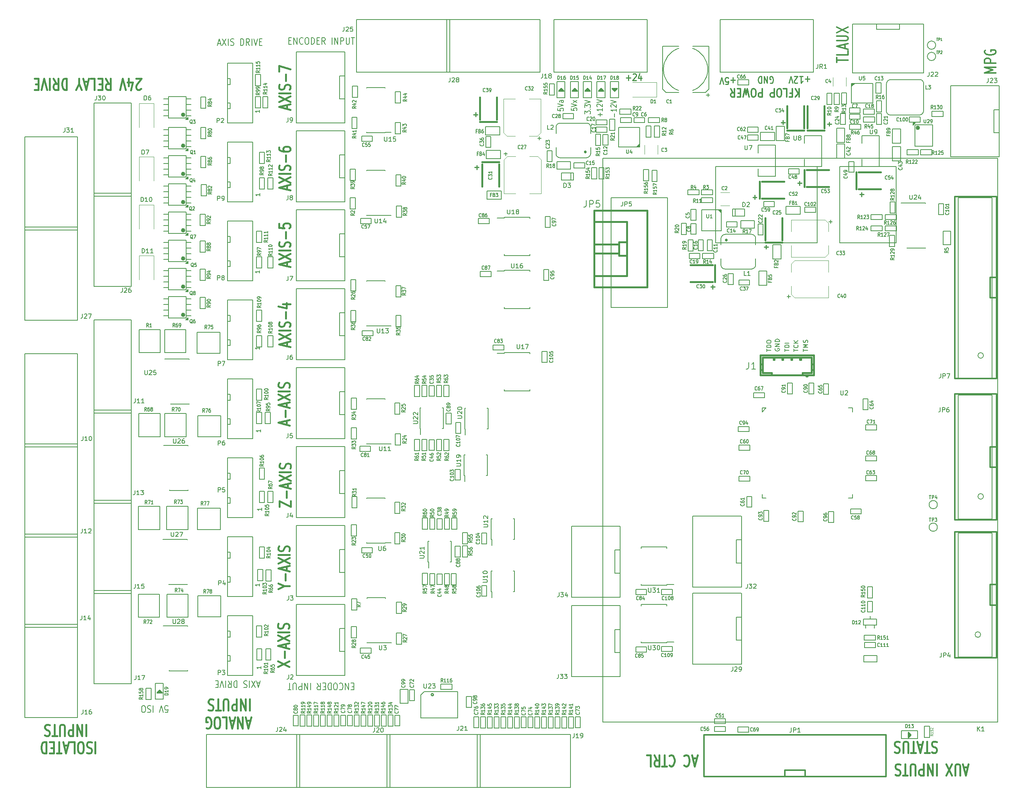
<source format=gto>
G04 #@! TF.GenerationSoftware,KiCad,Pcbnew,(6.0.0-rc1-dev-1425-g4c184f07a)*
G04 #@! TF.CreationDate,2018-12-27T18:34:51-05:00
G04 #@! TF.ProjectId,Danalog,44616e61-6c6f-4672-9e6b-696361645f70,rev?*
G04 #@! TF.SameCoordinates,Original*
G04 #@! TF.FileFunction,Legend,Top*
G04 #@! TF.FilePolarity,Positive*
%FSLAX46Y46*%
G04 Gerber Fmt 4.6, Leading zero omitted, Abs format (unit mm)*
G04 Created by KiCad (PCBNEW (6.0.0-rc1-dev-1425-g4c184f07a)) date 12/27/2018 6:34:51 PM*
%MOMM*%
%LPD*%
G04 APERTURE LIST*
%ADD10C,0.304800*%
%ADD11C,0.150000*%
%ADD12C,0.381000*%
%ADD13C,0.203200*%
%ADD14C,0.254000*%
%ADD15C,0.127000*%
%ADD16C,0.300000*%
%ADD17C,0.299720*%
%ADD18C,0.120000*%
%ADD19C,0.250000*%
%ADD20C,0.200000*%
%ADD21C,0.130000*%
%ADD22C,0.100000*%
G04 APERTURE END LIST*
D10*
X263023047Y-65278000D02*
X260483047Y-65278000D01*
X262297333Y-64643000D01*
X260483047Y-64008000D01*
X263023047Y-64008000D01*
X263023047Y-63100857D02*
X260483047Y-63100857D01*
X260483047Y-62375142D01*
X260604000Y-62193714D01*
X260724952Y-62103000D01*
X260966857Y-62012285D01*
X261329714Y-62012285D01*
X261571619Y-62103000D01*
X261692571Y-62193714D01*
X261813523Y-62375142D01*
X261813523Y-63100857D01*
X260604000Y-60198000D02*
X260483047Y-60379428D01*
X260483047Y-60651571D01*
X260604000Y-60923714D01*
X260845904Y-61105142D01*
X261087809Y-61195857D01*
X261571619Y-61286571D01*
X261934476Y-61286571D01*
X262418285Y-61195857D01*
X262660190Y-61105142D01*
X262902095Y-60923714D01*
X263023047Y-60651571D01*
X263023047Y-60470142D01*
X262902095Y-60198000D01*
X262781142Y-60107285D01*
X261934476Y-60107285D01*
X261934476Y-60470142D01*
X227209047Y-62964785D02*
X227209047Y-61876214D01*
X229749047Y-62420500D02*
X227209047Y-62420500D01*
X229749047Y-60334071D02*
X229749047Y-61241214D01*
X227209047Y-61241214D01*
X229023333Y-59789785D02*
X229023333Y-58882642D01*
X229749047Y-59971214D02*
X227209047Y-59336214D01*
X229749047Y-58701214D01*
X227209047Y-58066214D02*
X229265238Y-58066214D01*
X229507142Y-57975500D01*
X229628095Y-57884785D01*
X229749047Y-57703357D01*
X229749047Y-57340500D01*
X229628095Y-57159071D01*
X229507142Y-57068357D01*
X229265238Y-56977642D01*
X227209047Y-56977642D01*
X227209047Y-56251928D02*
X229749047Y-54981928D01*
X227209047Y-54981928D02*
X229749047Y-56251928D01*
D11*
X97318285Y-202692000D02*
X96713523Y-202692000D01*
X97439238Y-202256571D02*
X97015904Y-203780571D01*
X96592571Y-202256571D01*
X96290190Y-203780571D02*
X95443523Y-202256571D01*
X95443523Y-203780571D02*
X96290190Y-202256571D01*
X94959714Y-202256571D02*
X94959714Y-203780571D01*
X94415428Y-202329142D02*
X94234000Y-202256571D01*
X93931619Y-202256571D01*
X93810666Y-202329142D01*
X93750190Y-202401714D01*
X93689714Y-202546857D01*
X93689714Y-202692000D01*
X93750190Y-202837142D01*
X93810666Y-202909714D01*
X93931619Y-202982285D01*
X94173523Y-203054857D01*
X94294476Y-203127428D01*
X94354952Y-203200000D01*
X94415428Y-203345142D01*
X94415428Y-203490285D01*
X94354952Y-203635428D01*
X94294476Y-203708000D01*
X94173523Y-203780571D01*
X93871142Y-203780571D01*
X93689714Y-203708000D01*
X92177809Y-202256571D02*
X92177809Y-203780571D01*
X91875428Y-203780571D01*
X91694000Y-203708000D01*
X91573047Y-203562857D01*
X91512571Y-203417714D01*
X91452095Y-203127428D01*
X91452095Y-202909714D01*
X91512571Y-202619428D01*
X91573047Y-202474285D01*
X91694000Y-202329142D01*
X91875428Y-202256571D01*
X92177809Y-202256571D01*
X90182095Y-202256571D02*
X90605428Y-202982285D01*
X90907809Y-202256571D02*
X90907809Y-203780571D01*
X90424000Y-203780571D01*
X90303047Y-203708000D01*
X90242571Y-203635428D01*
X90182095Y-203490285D01*
X90182095Y-203272571D01*
X90242571Y-203127428D01*
X90303047Y-203054857D01*
X90424000Y-202982285D01*
X90907809Y-202982285D01*
X89637809Y-202256571D02*
X89637809Y-203780571D01*
X89214476Y-203780571D02*
X88791142Y-202256571D01*
X88367809Y-203780571D01*
X87944476Y-203054857D02*
X87521142Y-203054857D01*
X87339714Y-202256571D02*
X87944476Y-202256571D01*
X87944476Y-203780571D01*
X87339714Y-203780571D01*
X118442619Y-203562857D02*
X118019285Y-203562857D01*
X117837857Y-202764571D02*
X118442619Y-202764571D01*
X118442619Y-204288571D01*
X117837857Y-204288571D01*
X117293571Y-202764571D02*
X117293571Y-204288571D01*
X116567857Y-202764571D01*
X116567857Y-204288571D01*
X115237380Y-202909714D02*
X115297857Y-202837142D01*
X115479285Y-202764571D01*
X115600238Y-202764571D01*
X115781666Y-202837142D01*
X115902619Y-202982285D01*
X115963095Y-203127428D01*
X116023571Y-203417714D01*
X116023571Y-203635428D01*
X115963095Y-203925714D01*
X115902619Y-204070857D01*
X115781666Y-204216000D01*
X115600238Y-204288571D01*
X115479285Y-204288571D01*
X115297857Y-204216000D01*
X115237380Y-204143428D01*
X114451190Y-204288571D02*
X114209285Y-204288571D01*
X114088333Y-204216000D01*
X113967380Y-204070857D01*
X113906904Y-203780571D01*
X113906904Y-203272571D01*
X113967380Y-202982285D01*
X114088333Y-202837142D01*
X114209285Y-202764571D01*
X114451190Y-202764571D01*
X114572142Y-202837142D01*
X114693095Y-202982285D01*
X114753571Y-203272571D01*
X114753571Y-203780571D01*
X114693095Y-204070857D01*
X114572142Y-204216000D01*
X114451190Y-204288571D01*
X113362619Y-202764571D02*
X113362619Y-204288571D01*
X113060238Y-204288571D01*
X112878809Y-204216000D01*
X112757857Y-204070857D01*
X112697380Y-203925714D01*
X112636904Y-203635428D01*
X112636904Y-203417714D01*
X112697380Y-203127428D01*
X112757857Y-202982285D01*
X112878809Y-202837142D01*
X113060238Y-202764571D01*
X113362619Y-202764571D01*
X112092619Y-203562857D02*
X111669285Y-203562857D01*
X111487857Y-202764571D02*
X112092619Y-202764571D01*
X112092619Y-204288571D01*
X111487857Y-204288571D01*
X110217857Y-202764571D02*
X110641190Y-203490285D01*
X110943571Y-202764571D02*
X110943571Y-204288571D01*
X110459761Y-204288571D01*
X110338809Y-204216000D01*
X110278333Y-204143428D01*
X110217857Y-203998285D01*
X110217857Y-203780571D01*
X110278333Y-203635428D01*
X110338809Y-203562857D01*
X110459761Y-203490285D01*
X110943571Y-203490285D01*
X108705952Y-202764571D02*
X108705952Y-204288571D01*
X108101190Y-202764571D02*
X108101190Y-204288571D01*
X107375476Y-202764571D01*
X107375476Y-204288571D01*
X106770714Y-202764571D02*
X106770714Y-204288571D01*
X106286904Y-204288571D01*
X106165952Y-204216000D01*
X106105476Y-204143428D01*
X106045000Y-203998285D01*
X106045000Y-203780571D01*
X106105476Y-203635428D01*
X106165952Y-203562857D01*
X106286904Y-203490285D01*
X106770714Y-203490285D01*
X105500714Y-204288571D02*
X105500714Y-203054857D01*
X105440238Y-202909714D01*
X105379761Y-202837142D01*
X105258809Y-202764571D01*
X105016904Y-202764571D01*
X104895952Y-202837142D01*
X104835476Y-202909714D01*
X104775000Y-203054857D01*
X104775000Y-204288571D01*
X104351666Y-204288571D02*
X103625952Y-204288571D01*
X103988809Y-202764571D02*
X103988809Y-204288571D01*
D12*
X256657928Y-221699666D02*
X255750785Y-221699666D01*
X256839357Y-220973952D02*
X256204357Y-223513952D01*
X255569357Y-220973952D01*
X254934357Y-223513952D02*
X254934357Y-221457761D01*
X254843642Y-221215857D01*
X254752928Y-221094904D01*
X254571500Y-220973952D01*
X254208642Y-220973952D01*
X254027214Y-221094904D01*
X253936500Y-221215857D01*
X253845785Y-221457761D01*
X253845785Y-223513952D01*
X253120071Y-223513952D02*
X251850071Y-220973952D01*
X251850071Y-223513952D02*
X253120071Y-220973952D01*
X249672928Y-220973952D02*
X249672928Y-223513952D01*
X248765785Y-220973952D02*
X248765785Y-223513952D01*
X247677214Y-220973952D01*
X247677214Y-223513952D01*
X246770071Y-220973952D02*
X246770071Y-223513952D01*
X246044357Y-223513952D01*
X245862928Y-223393000D01*
X245772214Y-223272047D01*
X245681500Y-223030142D01*
X245681500Y-222667285D01*
X245772214Y-222425380D01*
X245862928Y-222304428D01*
X246044357Y-222183476D01*
X246770071Y-222183476D01*
X244865071Y-223513952D02*
X244865071Y-221457761D01*
X244774357Y-221215857D01*
X244683642Y-221094904D01*
X244502214Y-220973952D01*
X244139357Y-220973952D01*
X243957928Y-221094904D01*
X243867214Y-221215857D01*
X243776500Y-221457761D01*
X243776500Y-223513952D01*
X243141500Y-223513952D02*
X242052928Y-223513952D01*
X242597214Y-220973952D02*
X242597214Y-223513952D01*
X241508642Y-221094904D02*
X241236500Y-220973952D01*
X240782928Y-220973952D01*
X240601500Y-221094904D01*
X240510785Y-221215857D01*
X240420071Y-221457761D01*
X240420071Y-221699666D01*
X240510785Y-221941571D01*
X240601500Y-222062523D01*
X240782928Y-222183476D01*
X241145785Y-222304428D01*
X241327214Y-222425380D01*
X241417928Y-222546333D01*
X241508642Y-222788238D01*
X241508642Y-223030142D01*
X241417928Y-223272047D01*
X241327214Y-223393000D01*
X241145785Y-223513952D01*
X240692214Y-223513952D01*
X240420071Y-223393000D01*
X195652571Y-219667666D02*
X194745428Y-219667666D01*
X195834000Y-218941952D02*
X195199000Y-221481952D01*
X194564000Y-218941952D01*
X192840428Y-219183857D02*
X192931142Y-219062904D01*
X193203285Y-218941952D01*
X193384714Y-218941952D01*
X193656857Y-219062904D01*
X193838285Y-219304809D01*
X193929000Y-219546714D01*
X194019714Y-220030523D01*
X194019714Y-220393380D01*
X193929000Y-220877190D01*
X193838285Y-221119095D01*
X193656857Y-221361000D01*
X193384714Y-221481952D01*
X193203285Y-221481952D01*
X192931142Y-221361000D01*
X192840428Y-221240047D01*
X189484000Y-219183857D02*
X189574714Y-219062904D01*
X189846857Y-218941952D01*
X190028285Y-218941952D01*
X190300428Y-219062904D01*
X190481857Y-219304809D01*
X190572571Y-219546714D01*
X190663285Y-220030523D01*
X190663285Y-220393380D01*
X190572571Y-220877190D01*
X190481857Y-221119095D01*
X190300428Y-221361000D01*
X190028285Y-221481952D01*
X189846857Y-221481952D01*
X189574714Y-221361000D01*
X189484000Y-221240047D01*
X188939714Y-221481952D02*
X187851142Y-221481952D01*
X188395428Y-218941952D02*
X188395428Y-221481952D01*
X186127571Y-218941952D02*
X186762571Y-220151476D01*
X187216142Y-218941952D02*
X187216142Y-221481952D01*
X186490428Y-221481952D01*
X186309000Y-221361000D01*
X186218285Y-221240047D01*
X186127571Y-220998142D01*
X186127571Y-220635285D01*
X186218285Y-220393380D01*
X186309000Y-220272428D01*
X186490428Y-220151476D01*
X187216142Y-220151476D01*
X184404000Y-218941952D02*
X185311142Y-218941952D01*
X185311142Y-221481952D01*
X249700142Y-216014904D02*
X249428000Y-215893952D01*
X248974428Y-215893952D01*
X248793000Y-216014904D01*
X248702285Y-216135857D01*
X248611571Y-216377761D01*
X248611571Y-216619666D01*
X248702285Y-216861571D01*
X248793000Y-216982523D01*
X248974428Y-217103476D01*
X249337285Y-217224428D01*
X249518714Y-217345380D01*
X249609428Y-217466333D01*
X249700142Y-217708238D01*
X249700142Y-217950142D01*
X249609428Y-218192047D01*
X249518714Y-218313000D01*
X249337285Y-218433952D01*
X248883714Y-218433952D01*
X248611571Y-218313000D01*
X248067285Y-218433952D02*
X246978714Y-218433952D01*
X247523000Y-215893952D02*
X247523000Y-218433952D01*
X246434428Y-216619666D02*
X245527285Y-216619666D01*
X246615857Y-215893952D02*
X245980857Y-218433952D01*
X245345857Y-215893952D01*
X244983000Y-218433952D02*
X243894428Y-218433952D01*
X244438714Y-215893952D02*
X244438714Y-218433952D01*
X243259428Y-218433952D02*
X243259428Y-216377761D01*
X243168714Y-216135857D01*
X243078000Y-216014904D01*
X242896571Y-215893952D01*
X242533714Y-215893952D01*
X242352285Y-216014904D01*
X242261571Y-216135857D01*
X242170857Y-216377761D01*
X242170857Y-218433952D01*
X241354428Y-216014904D02*
X241082285Y-215893952D01*
X240628714Y-215893952D01*
X240447285Y-216014904D01*
X240356571Y-216135857D01*
X240265857Y-216377761D01*
X240265857Y-216619666D01*
X240356571Y-216861571D01*
X240447285Y-216982523D01*
X240628714Y-217103476D01*
X240991571Y-217224428D01*
X241173000Y-217345380D01*
X241263714Y-217466333D01*
X241354428Y-217708238D01*
X241354428Y-217950142D01*
X241263714Y-218192047D01*
X241173000Y-218313000D01*
X240991571Y-218433952D01*
X240538000Y-218433952D01*
X240265857Y-218313000D01*
X95005071Y-206368952D02*
X95005071Y-208908952D01*
X94097928Y-206368952D02*
X94097928Y-208908952D01*
X93009357Y-206368952D01*
X93009357Y-208908952D01*
X92102214Y-206368952D02*
X92102214Y-208908952D01*
X91376500Y-208908952D01*
X91195071Y-208788000D01*
X91104357Y-208667047D01*
X91013642Y-208425142D01*
X91013642Y-208062285D01*
X91104357Y-207820380D01*
X91195071Y-207699428D01*
X91376500Y-207578476D01*
X92102214Y-207578476D01*
X90197214Y-208908952D02*
X90197214Y-206852761D01*
X90106500Y-206610857D01*
X90015785Y-206489904D01*
X89834357Y-206368952D01*
X89471500Y-206368952D01*
X89290071Y-206489904D01*
X89199357Y-206610857D01*
X89108642Y-206852761D01*
X89108642Y-208908952D01*
X88473642Y-208908952D02*
X87385071Y-208908952D01*
X87929357Y-206368952D02*
X87929357Y-208908952D01*
X86840785Y-206489904D02*
X86568642Y-206368952D01*
X86115071Y-206368952D01*
X85933642Y-206489904D01*
X85842928Y-206610857D01*
X85752214Y-206852761D01*
X85752214Y-207094666D01*
X85842928Y-207336571D01*
X85933642Y-207457523D01*
X86115071Y-207578476D01*
X86477928Y-207699428D01*
X86659357Y-207820380D01*
X86750071Y-207941333D01*
X86840785Y-208183238D01*
X86840785Y-208425142D01*
X86750071Y-208667047D01*
X86659357Y-208788000D01*
X86477928Y-208908952D01*
X86024357Y-208908952D01*
X85752214Y-208788000D01*
X103420333Y-73387857D02*
X103420333Y-72480714D01*
X104146047Y-73569285D02*
X101606047Y-72934285D01*
X104146047Y-72299285D01*
X101606047Y-71845714D02*
X104146047Y-70575714D01*
X101606047Y-70575714D02*
X104146047Y-71845714D01*
X104146047Y-69850000D02*
X101606047Y-69850000D01*
X104025095Y-69033571D02*
X104146047Y-68761428D01*
X104146047Y-68307857D01*
X104025095Y-68126428D01*
X103904142Y-68035714D01*
X103662238Y-67945000D01*
X103420333Y-67945000D01*
X103178428Y-68035714D01*
X103057476Y-68126428D01*
X102936523Y-68307857D01*
X102815571Y-68670714D01*
X102694619Y-68852142D01*
X102573666Y-68942857D01*
X102331761Y-69033571D01*
X102089857Y-69033571D01*
X101847952Y-68942857D01*
X101727000Y-68852142D01*
X101606047Y-68670714D01*
X101606047Y-68217142D01*
X101727000Y-67945000D01*
X103178428Y-67128571D02*
X103178428Y-65677142D01*
X101606047Y-64951428D02*
X101606047Y-63681428D01*
X104146047Y-64497857D01*
X103420333Y-91548857D02*
X103420333Y-90641714D01*
X104146047Y-91730285D02*
X101606047Y-91095285D01*
X104146047Y-90460285D01*
X101606047Y-90006714D02*
X104146047Y-88736714D01*
X101606047Y-88736714D02*
X104146047Y-90006714D01*
X104146047Y-88011000D02*
X101606047Y-88011000D01*
X104025095Y-87194571D02*
X104146047Y-86922428D01*
X104146047Y-86468857D01*
X104025095Y-86287428D01*
X103904142Y-86196714D01*
X103662238Y-86106000D01*
X103420333Y-86106000D01*
X103178428Y-86196714D01*
X103057476Y-86287428D01*
X102936523Y-86468857D01*
X102815571Y-86831714D01*
X102694619Y-87013142D01*
X102573666Y-87103857D01*
X102331761Y-87194571D01*
X102089857Y-87194571D01*
X101847952Y-87103857D01*
X101727000Y-87013142D01*
X101606047Y-86831714D01*
X101606047Y-86378142D01*
X101727000Y-86106000D01*
X103178428Y-85289571D02*
X103178428Y-83838142D01*
X101606047Y-82114571D02*
X101606047Y-82477428D01*
X101727000Y-82658857D01*
X101847952Y-82749571D01*
X102210809Y-82931000D01*
X102694619Y-83021714D01*
X103662238Y-83021714D01*
X103904142Y-82931000D01*
X104025095Y-82840285D01*
X104146047Y-82658857D01*
X104146047Y-82296000D01*
X104025095Y-82114571D01*
X103904142Y-82023857D01*
X103662238Y-81933142D01*
X103057476Y-81933142D01*
X102815571Y-82023857D01*
X102694619Y-82114571D01*
X102573666Y-82296000D01*
X102573666Y-82658857D01*
X102694619Y-82840285D01*
X102815571Y-82931000D01*
X103057476Y-83021714D01*
X103420333Y-108820857D02*
X103420333Y-107913714D01*
X104146047Y-109002285D02*
X101606047Y-108367285D01*
X104146047Y-107732285D01*
X101606047Y-107278714D02*
X104146047Y-106008714D01*
X101606047Y-106008714D02*
X104146047Y-107278714D01*
X104146047Y-105283000D02*
X101606047Y-105283000D01*
X104025095Y-104466571D02*
X104146047Y-104194428D01*
X104146047Y-103740857D01*
X104025095Y-103559428D01*
X103904142Y-103468714D01*
X103662238Y-103378000D01*
X103420333Y-103378000D01*
X103178428Y-103468714D01*
X103057476Y-103559428D01*
X102936523Y-103740857D01*
X102815571Y-104103714D01*
X102694619Y-104285142D01*
X102573666Y-104375857D01*
X102331761Y-104466571D01*
X102089857Y-104466571D01*
X101847952Y-104375857D01*
X101727000Y-104285142D01*
X101606047Y-104103714D01*
X101606047Y-103650142D01*
X101727000Y-103378000D01*
X103178428Y-102561571D02*
X103178428Y-101110142D01*
X101606047Y-99295857D02*
X101606047Y-100203000D01*
X102815571Y-100293714D01*
X102694619Y-100203000D01*
X102573666Y-100021571D01*
X102573666Y-99568000D01*
X102694619Y-99386571D01*
X102815571Y-99295857D01*
X103057476Y-99205142D01*
X103662238Y-99205142D01*
X103904142Y-99295857D01*
X104025095Y-99386571D01*
X104146047Y-99568000D01*
X104146047Y-100021571D01*
X104025095Y-100203000D01*
X103904142Y-100293714D01*
X103420333Y-126854857D02*
X103420333Y-125947714D01*
X104146047Y-127036285D02*
X101606047Y-126401285D01*
X104146047Y-125766285D01*
X101606047Y-125312714D02*
X104146047Y-124042714D01*
X101606047Y-124042714D02*
X104146047Y-125312714D01*
X104146047Y-123317000D02*
X101606047Y-123317000D01*
X104025095Y-122500571D02*
X104146047Y-122228428D01*
X104146047Y-121774857D01*
X104025095Y-121593428D01*
X103904142Y-121502714D01*
X103662238Y-121412000D01*
X103420333Y-121412000D01*
X103178428Y-121502714D01*
X103057476Y-121593428D01*
X102936523Y-121774857D01*
X102815571Y-122137714D01*
X102694619Y-122319142D01*
X102573666Y-122409857D01*
X102331761Y-122500571D01*
X102089857Y-122500571D01*
X101847952Y-122409857D01*
X101727000Y-122319142D01*
X101606047Y-122137714D01*
X101606047Y-121684142D01*
X101727000Y-121412000D01*
X103178428Y-120595571D02*
X103178428Y-119144142D01*
X102452714Y-117420571D02*
X104146047Y-117420571D01*
X101485095Y-117874142D02*
X103299380Y-118327714D01*
X103299380Y-117148428D01*
X103293333Y-144544142D02*
X103293333Y-143637000D01*
X104019047Y-144725571D02*
X101479047Y-144090571D01*
X104019047Y-143455571D01*
X103051428Y-142820571D02*
X103051428Y-141369142D01*
X103293333Y-140552714D02*
X103293333Y-139645571D01*
X104019047Y-140734142D02*
X101479047Y-140099142D01*
X104019047Y-139464142D01*
X101479047Y-139010571D02*
X104019047Y-137740571D01*
X101479047Y-137740571D02*
X104019047Y-139010571D01*
X104019047Y-137014857D02*
X101479047Y-137014857D01*
X103898095Y-136198428D02*
X104019047Y-135926285D01*
X104019047Y-135472714D01*
X103898095Y-135291285D01*
X103777142Y-135200571D01*
X103535238Y-135109857D01*
X103293333Y-135109857D01*
X103051428Y-135200571D01*
X102930476Y-135291285D01*
X102809523Y-135472714D01*
X102688571Y-135835571D01*
X102567619Y-136017000D01*
X102446666Y-136107714D01*
X102204761Y-136198428D01*
X101962857Y-136198428D01*
X101720952Y-136107714D01*
X101600000Y-136017000D01*
X101479047Y-135835571D01*
X101479047Y-135382000D01*
X101600000Y-135109857D01*
X101733047Y-163013571D02*
X101733047Y-161743571D01*
X104273047Y-163013571D01*
X104273047Y-161743571D01*
X103305428Y-161017857D02*
X103305428Y-159566428D01*
X103547333Y-158750000D02*
X103547333Y-157842857D01*
X104273047Y-158931428D02*
X101733047Y-158296428D01*
X104273047Y-157661428D01*
X101733047Y-157207857D02*
X104273047Y-155937857D01*
X101733047Y-155937857D02*
X104273047Y-157207857D01*
X104273047Y-155212142D02*
X101733047Y-155212142D01*
X104152095Y-154395714D02*
X104273047Y-154123571D01*
X104273047Y-153670000D01*
X104152095Y-153488571D01*
X104031142Y-153397857D01*
X103789238Y-153307142D01*
X103547333Y-153307142D01*
X103305428Y-153397857D01*
X103184476Y-153488571D01*
X103063523Y-153670000D01*
X102942571Y-154032857D01*
X102821619Y-154214285D01*
X102700666Y-154305000D01*
X102458761Y-154395714D01*
X102216857Y-154395714D01*
X101974952Y-154305000D01*
X101854000Y-154214285D01*
X101733047Y-154032857D01*
X101733047Y-153579285D01*
X101854000Y-153307142D01*
X102809523Y-180920571D02*
X104019047Y-180920571D01*
X101479047Y-181555571D02*
X102809523Y-180920571D01*
X101479047Y-180285571D01*
X103051428Y-179650571D02*
X103051428Y-178199142D01*
X103293333Y-177382714D02*
X103293333Y-176475571D01*
X104019047Y-177564142D02*
X101479047Y-176929142D01*
X104019047Y-176294142D01*
X101479047Y-175840571D02*
X104019047Y-174570571D01*
X101479047Y-174570571D02*
X104019047Y-175840571D01*
X104019047Y-173844857D02*
X101479047Y-173844857D01*
X103898095Y-173028428D02*
X104019047Y-172756285D01*
X104019047Y-172302714D01*
X103898095Y-172121285D01*
X103777142Y-172030571D01*
X103535238Y-171939857D01*
X103293333Y-171939857D01*
X103051428Y-172030571D01*
X102930476Y-172121285D01*
X102809523Y-172302714D01*
X102688571Y-172665571D01*
X102567619Y-172847000D01*
X102446666Y-172937714D01*
X102204761Y-173028428D01*
X101962857Y-173028428D01*
X101720952Y-172937714D01*
X101600000Y-172847000D01*
X101479047Y-172665571D01*
X101479047Y-172212000D01*
X101600000Y-171939857D01*
X101352047Y-199081571D02*
X103892047Y-197811571D01*
X101352047Y-197811571D02*
X103892047Y-199081571D01*
X102924428Y-197085857D02*
X102924428Y-195634428D01*
X103166333Y-194818000D02*
X103166333Y-193910857D01*
X103892047Y-194999428D02*
X101352047Y-194364428D01*
X103892047Y-193729428D01*
X101352047Y-193275857D02*
X103892047Y-192005857D01*
X101352047Y-192005857D02*
X103892047Y-193275857D01*
X103892047Y-191280142D02*
X101352047Y-191280142D01*
X103771095Y-190463714D02*
X103892047Y-190191571D01*
X103892047Y-189738000D01*
X103771095Y-189556571D01*
X103650142Y-189465857D01*
X103408238Y-189375142D01*
X103166333Y-189375142D01*
X102924428Y-189465857D01*
X102803476Y-189556571D01*
X102682523Y-189738000D01*
X102561571Y-190100857D01*
X102440619Y-190282285D01*
X102319666Y-190373000D01*
X102077761Y-190463714D01*
X101835857Y-190463714D01*
X101593952Y-190373000D01*
X101473000Y-190282285D01*
X101352047Y-190100857D01*
X101352047Y-189647285D01*
X101473000Y-189375142D01*
D13*
X164404523Y-73297142D02*
X164404523Y-73780952D01*
X165009285Y-73829333D01*
X164948809Y-73780952D01*
X164888333Y-73684190D01*
X164888333Y-73442285D01*
X164948809Y-73345523D01*
X165009285Y-73297142D01*
X165130238Y-73248761D01*
X165432619Y-73248761D01*
X165553571Y-73297142D01*
X165614047Y-73345523D01*
X165674523Y-73442285D01*
X165674523Y-73684190D01*
X165614047Y-73780952D01*
X165553571Y-73829333D01*
X164404523Y-72958476D02*
X165674523Y-72619809D01*
X164404523Y-72281142D01*
X165674523Y-71507047D02*
X165009285Y-71507047D01*
X164888333Y-71555428D01*
X164827857Y-71652190D01*
X164827857Y-71845714D01*
X164888333Y-71942476D01*
X165614047Y-71507047D02*
X165674523Y-71603809D01*
X165674523Y-71845714D01*
X165614047Y-71942476D01*
X165493095Y-71990857D01*
X165372142Y-71990857D01*
X165251190Y-71942476D01*
X165190714Y-71845714D01*
X165190714Y-71603809D01*
X165130238Y-71507047D01*
X167452523Y-73248761D02*
X167452523Y-73732571D01*
X168057285Y-73780952D01*
X167996809Y-73732571D01*
X167936333Y-73635809D01*
X167936333Y-73393904D01*
X167996809Y-73297142D01*
X168057285Y-73248761D01*
X168178238Y-73200380D01*
X168480619Y-73200380D01*
X168601571Y-73248761D01*
X168662047Y-73297142D01*
X168722523Y-73393904D01*
X168722523Y-73635809D01*
X168662047Y-73732571D01*
X168601571Y-73780952D01*
X167452523Y-72910095D02*
X168722523Y-72571428D01*
X167452523Y-72232761D01*
X168722523Y-71990857D02*
X167875857Y-71458666D01*
X167875857Y-71990857D02*
X168722523Y-71458666D01*
X170500523Y-74524809D02*
X170500523Y-73895857D01*
X170984333Y-74234523D01*
X170984333Y-74089380D01*
X171044809Y-73992619D01*
X171105285Y-73944238D01*
X171226238Y-73895857D01*
X171528619Y-73895857D01*
X171649571Y-73944238D01*
X171710047Y-73992619D01*
X171770523Y-74089380D01*
X171770523Y-74379666D01*
X171710047Y-74476428D01*
X171649571Y-74524809D01*
X171649571Y-73460428D02*
X171710047Y-73412047D01*
X171770523Y-73460428D01*
X171710047Y-73508809D01*
X171649571Y-73460428D01*
X171770523Y-73460428D01*
X170500523Y-73073380D02*
X170500523Y-72444428D01*
X170984333Y-72783095D01*
X170984333Y-72637952D01*
X171044809Y-72541190D01*
X171105285Y-72492809D01*
X171226238Y-72444428D01*
X171528619Y-72444428D01*
X171649571Y-72492809D01*
X171710047Y-72541190D01*
X171770523Y-72637952D01*
X171770523Y-72928238D01*
X171710047Y-73025000D01*
X171649571Y-73073380D01*
X170500523Y-72154142D02*
X171770523Y-71815476D01*
X170500523Y-71476809D01*
X173953714Y-75069095D02*
X173953714Y-74295000D01*
X174437523Y-74682047D02*
X173469904Y-74682047D01*
X174437523Y-73279000D02*
X174437523Y-73859571D01*
X174437523Y-73569285D02*
X173167523Y-73569285D01*
X173348952Y-73666047D01*
X173469904Y-73762809D01*
X173530380Y-73859571D01*
X173288476Y-72891952D02*
X173228000Y-72843571D01*
X173167523Y-72746809D01*
X173167523Y-72504904D01*
X173228000Y-72408142D01*
X173288476Y-72359761D01*
X173409428Y-72311380D01*
X173530380Y-72311380D01*
X173711809Y-72359761D01*
X174437523Y-72940333D01*
X174437523Y-72311380D01*
X173167523Y-72021095D02*
X174437523Y-71682428D01*
X173167523Y-71343761D01*
X177128714Y-75196095D02*
X177128714Y-74422000D01*
X177612523Y-73406000D02*
X177612523Y-73986571D01*
X177612523Y-73696285D02*
X176342523Y-73696285D01*
X176523952Y-73793047D01*
X176644904Y-73889809D01*
X176705380Y-73986571D01*
X176463476Y-73018952D02*
X176403000Y-72970571D01*
X176342523Y-72873809D01*
X176342523Y-72631904D01*
X176403000Y-72535142D01*
X176463476Y-72486761D01*
X176584428Y-72438380D01*
X176705380Y-72438380D01*
X176886809Y-72486761D01*
X177612523Y-73067333D01*
X177612523Y-72438380D01*
X176342523Y-72148095D02*
X177612523Y-71809428D01*
X176342523Y-71470761D01*
D11*
X75958095Y-209368571D02*
X76562857Y-209368571D01*
X76623333Y-208642857D01*
X76562857Y-208715428D01*
X76441904Y-208788000D01*
X76139523Y-208788000D01*
X76018571Y-208715428D01*
X75958095Y-208642857D01*
X75897619Y-208497714D01*
X75897619Y-208134857D01*
X75958095Y-207989714D01*
X76018571Y-207917142D01*
X76139523Y-207844571D01*
X76441904Y-207844571D01*
X76562857Y-207917142D01*
X76623333Y-207989714D01*
X75534761Y-209368571D02*
X75111428Y-207844571D01*
X74688095Y-209368571D01*
X73297142Y-207844571D02*
X73297142Y-209368571D01*
X72752857Y-207917142D02*
X72571428Y-207844571D01*
X72269047Y-207844571D01*
X72148095Y-207917142D01*
X72087619Y-207989714D01*
X72027142Y-208134857D01*
X72027142Y-208280000D01*
X72087619Y-208425142D01*
X72148095Y-208497714D01*
X72269047Y-208570285D01*
X72510952Y-208642857D01*
X72631904Y-208715428D01*
X72692380Y-208788000D01*
X72752857Y-208933142D01*
X72752857Y-209078285D01*
X72692380Y-209223428D01*
X72631904Y-209296000D01*
X72510952Y-209368571D01*
X72208571Y-209368571D01*
X72027142Y-209296000D01*
X71240952Y-209368571D02*
X70999047Y-209368571D01*
X70878095Y-209296000D01*
X70757142Y-209150857D01*
X70696666Y-208860571D01*
X70696666Y-208352571D01*
X70757142Y-208062285D01*
X70878095Y-207917142D01*
X70999047Y-207844571D01*
X71240952Y-207844571D01*
X71361904Y-207917142D01*
X71482857Y-208062285D01*
X71543333Y-208352571D01*
X71543333Y-208860571D01*
X71482857Y-209150857D01*
X71361904Y-209296000D01*
X71240952Y-209368571D01*
D14*
X179789666Y-66402857D02*
X180757285Y-66402857D01*
X180273476Y-66983428D02*
X180273476Y-65822285D01*
X181301571Y-65604571D02*
X181362047Y-65532000D01*
X181483000Y-65459428D01*
X181785380Y-65459428D01*
X181906333Y-65532000D01*
X181966809Y-65604571D01*
X182027285Y-65749714D01*
X182027285Y-65894857D01*
X181966809Y-66112571D01*
X181241095Y-66983428D01*
X182027285Y-66983428D01*
X183115857Y-65967428D02*
X183115857Y-66983428D01*
X182813476Y-65386857D02*
X182511095Y-66475428D01*
X183297285Y-66475428D01*
X204324857Y-66947142D02*
X203357238Y-66947142D01*
X203841047Y-66366571D02*
X203841047Y-67527714D01*
X202147714Y-67890571D02*
X202752476Y-67890571D01*
X202812952Y-67164857D01*
X202752476Y-67237428D01*
X202631523Y-67310000D01*
X202329142Y-67310000D01*
X202208190Y-67237428D01*
X202147714Y-67164857D01*
X202087238Y-67019714D01*
X202087238Y-66656857D01*
X202147714Y-66511714D01*
X202208190Y-66439142D01*
X202329142Y-66366571D01*
X202631523Y-66366571D01*
X202752476Y-66439142D01*
X202812952Y-66511714D01*
X201724380Y-67890571D02*
X201301047Y-66366571D01*
X200877714Y-67890571D01*
X212168619Y-67564000D02*
X212289571Y-67636571D01*
X212471000Y-67636571D01*
X212652428Y-67564000D01*
X212773380Y-67418857D01*
X212833857Y-67273714D01*
X212894333Y-66983428D01*
X212894333Y-66765714D01*
X212833857Y-66475428D01*
X212773380Y-66330285D01*
X212652428Y-66185142D01*
X212471000Y-66112571D01*
X212350047Y-66112571D01*
X212168619Y-66185142D01*
X212108142Y-66257714D01*
X212108142Y-66765714D01*
X212350047Y-66765714D01*
X211563857Y-66112571D02*
X211563857Y-67636571D01*
X210838142Y-66112571D01*
X210838142Y-67636571D01*
X210233380Y-66112571D02*
X210233380Y-67636571D01*
X209931000Y-67636571D01*
X209749571Y-67564000D01*
X209628619Y-67418857D01*
X209568142Y-67273714D01*
X209507666Y-66983428D01*
X209507666Y-66765714D01*
X209568142Y-66475428D01*
X209628619Y-66330285D01*
X209749571Y-66185142D01*
X209931000Y-66112571D01*
X210233380Y-66112571D01*
X221058619Y-66693142D02*
X220091000Y-66693142D01*
X220574809Y-66112571D02*
X220574809Y-67273714D01*
X218821000Y-66112571D02*
X219546714Y-66112571D01*
X219183857Y-66112571D02*
X219183857Y-67636571D01*
X219304809Y-67418857D01*
X219425761Y-67273714D01*
X219546714Y-67201142D01*
X218337190Y-67491428D02*
X218276714Y-67564000D01*
X218155761Y-67636571D01*
X217853380Y-67636571D01*
X217732428Y-67564000D01*
X217671952Y-67491428D01*
X217611476Y-67346285D01*
X217611476Y-67201142D01*
X217671952Y-66983428D01*
X218397666Y-66112571D01*
X217611476Y-66112571D01*
X217248619Y-67636571D02*
X216825285Y-66112571D01*
X216401952Y-67636571D01*
D10*
X218766571Y-68861214D02*
X218766571Y-70766214D01*
X217895714Y-68861214D02*
X218548857Y-69949785D01*
X217895714Y-70766214D02*
X218766571Y-69677642D01*
X216734571Y-69859071D02*
X217242571Y-69859071D01*
X217242571Y-68861214D02*
X217242571Y-70766214D01*
X216516857Y-70766214D01*
X215210571Y-68861214D02*
X215936285Y-68861214D01*
X215936285Y-70766214D01*
X214412285Y-70766214D02*
X214122000Y-70766214D01*
X213976857Y-70675500D01*
X213831714Y-70494071D01*
X213759142Y-70131214D01*
X213759142Y-69496214D01*
X213831714Y-69133357D01*
X213976857Y-68951928D01*
X214122000Y-68861214D01*
X214412285Y-68861214D01*
X214557428Y-68951928D01*
X214702571Y-69133357D01*
X214775142Y-69496214D01*
X214775142Y-70131214D01*
X214702571Y-70494071D01*
X214557428Y-70675500D01*
X214412285Y-70766214D01*
X213106000Y-68861214D02*
X213106000Y-70766214D01*
X212525428Y-70766214D01*
X212380285Y-70675500D01*
X212307714Y-70584785D01*
X212235142Y-70403357D01*
X212235142Y-70131214D01*
X212307714Y-69949785D01*
X212380285Y-69859071D01*
X212525428Y-69768357D01*
X213106000Y-69768357D01*
X210420857Y-68861214D02*
X210420857Y-70766214D01*
X209840285Y-70766214D01*
X209695142Y-70675500D01*
X209622571Y-70584785D01*
X209550000Y-70403357D01*
X209550000Y-70131214D01*
X209622571Y-69949785D01*
X209695142Y-69859071D01*
X209840285Y-69768357D01*
X210420857Y-69768357D01*
X208606571Y-70766214D02*
X208316285Y-70766214D01*
X208171142Y-70675500D01*
X208026000Y-70494071D01*
X207953428Y-70131214D01*
X207953428Y-69496214D01*
X208026000Y-69133357D01*
X208171142Y-68951928D01*
X208316285Y-68861214D01*
X208606571Y-68861214D01*
X208751714Y-68951928D01*
X208896857Y-69133357D01*
X208969428Y-69496214D01*
X208969428Y-70131214D01*
X208896857Y-70494071D01*
X208751714Y-70675500D01*
X208606571Y-70766214D01*
X207445428Y-70766214D02*
X207082571Y-68861214D01*
X206792285Y-70221928D01*
X206502000Y-68861214D01*
X206139142Y-70766214D01*
X205558571Y-69859071D02*
X205050571Y-69859071D01*
X204832857Y-68861214D02*
X205558571Y-68861214D01*
X205558571Y-70766214D01*
X204832857Y-70766214D01*
X203308857Y-68861214D02*
X203816857Y-69768357D01*
X204179714Y-68861214D02*
X204179714Y-70766214D01*
X203599142Y-70766214D01*
X203454000Y-70675500D01*
X203381428Y-70584785D01*
X203308857Y-70403357D01*
X203308857Y-70131214D01*
X203381428Y-69949785D01*
X203454000Y-69859071D01*
X203599142Y-69768357D01*
X204179714Y-69768357D01*
D11*
X219670380Y-128055524D02*
X219670380Y-127484095D01*
X220670380Y-127769810D02*
X219670380Y-127769810D01*
X220670380Y-127150762D02*
X219670380Y-127150762D01*
X220384666Y-126817429D01*
X219670380Y-126484095D01*
X220670380Y-126484095D01*
X220622761Y-126055524D02*
X220670380Y-125912667D01*
X220670380Y-125674571D01*
X220622761Y-125579333D01*
X220575142Y-125531714D01*
X220479904Y-125484095D01*
X220384666Y-125484095D01*
X220289428Y-125531714D01*
X220241809Y-125579333D01*
X220194190Y-125674571D01*
X220146571Y-125865048D01*
X220098952Y-125960286D01*
X220051333Y-126007905D01*
X219956095Y-126055524D01*
X219860857Y-126055524D01*
X219765619Y-126007905D01*
X219718000Y-125960286D01*
X219670380Y-125865048D01*
X219670380Y-125626952D01*
X219718000Y-125484095D01*
X217511380Y-128055524D02*
X217511380Y-127484095D01*
X218511380Y-127769810D02*
X217511380Y-127769810D01*
X218416142Y-126579333D02*
X218463761Y-126626952D01*
X218511380Y-126769810D01*
X218511380Y-126865048D01*
X218463761Y-127007905D01*
X218368523Y-127103143D01*
X218273285Y-127150762D01*
X218082809Y-127198381D01*
X217939952Y-127198381D01*
X217749476Y-127150762D01*
X217654238Y-127103143D01*
X217559000Y-127007905D01*
X217511380Y-126865048D01*
X217511380Y-126769810D01*
X217559000Y-126626952D01*
X217606619Y-126579333D01*
X218511380Y-126150762D02*
X217511380Y-126150762D01*
X218511380Y-125579333D02*
X217939952Y-126007905D01*
X217511380Y-125579333D02*
X218082809Y-126150762D01*
X215479380Y-128055524D02*
X215479380Y-127484095D01*
X216479380Y-127769810D02*
X215479380Y-127769810D01*
X216479380Y-127150762D02*
X215479380Y-127150762D01*
X215479380Y-126912667D01*
X215527000Y-126769810D01*
X215622238Y-126674572D01*
X215717476Y-126626953D01*
X215907952Y-126579334D01*
X216050809Y-126579334D01*
X216241285Y-126626953D01*
X216336523Y-126674572D01*
X216431761Y-126769810D01*
X216479380Y-126912667D01*
X216479380Y-127150762D01*
X216479380Y-126150762D02*
X215479380Y-126150762D01*
X213368000Y-127388857D02*
X213320380Y-127484095D01*
X213320380Y-127626953D01*
X213368000Y-127769810D01*
X213463238Y-127865048D01*
X213558476Y-127912667D01*
X213748952Y-127960286D01*
X213891809Y-127960286D01*
X214082285Y-127912667D01*
X214177523Y-127865048D01*
X214272761Y-127769810D01*
X214320380Y-127626953D01*
X214320380Y-127531714D01*
X214272761Y-127388857D01*
X214225142Y-127341238D01*
X213891809Y-127341238D01*
X213891809Y-127531714D01*
X214320380Y-126912667D02*
X213320380Y-126912667D01*
X214320380Y-126341238D01*
X213320380Y-126341238D01*
X214320380Y-125865048D02*
X213320380Y-125865048D01*
X213320380Y-125626953D01*
X213368000Y-125484095D01*
X213463238Y-125388857D01*
X213558476Y-125341238D01*
X213748952Y-125293619D01*
X213891809Y-125293619D01*
X214082285Y-125341238D01*
X214177523Y-125388857D01*
X214272761Y-125484095D01*
X214320380Y-125626953D01*
X214320380Y-125865048D01*
X211415380Y-128055523D02*
X211415380Y-127484095D01*
X212415380Y-127769809D02*
X211415380Y-127769809D01*
X212415380Y-127150761D02*
X211415380Y-127150761D01*
X211415380Y-126912666D01*
X211463000Y-126769809D01*
X211558238Y-126674571D01*
X211653476Y-126626952D01*
X211843952Y-126579333D01*
X211986809Y-126579333D01*
X212177285Y-126626952D01*
X212272523Y-126674571D01*
X212367761Y-126769809D01*
X212415380Y-126912666D01*
X212415380Y-127150761D01*
X211415380Y-125960285D02*
X211415380Y-125769809D01*
X211463000Y-125674571D01*
X211558238Y-125579333D01*
X211748714Y-125531714D01*
X212082047Y-125531714D01*
X212272523Y-125579333D01*
X212367761Y-125674571D01*
X212415380Y-125769809D01*
X212415380Y-125960285D01*
X212367761Y-126055523D01*
X212272523Y-126150761D01*
X212082047Y-126198380D01*
X211748714Y-126198380D01*
X211558238Y-126150761D01*
X211463000Y-126055523D01*
X211415380Y-125960285D01*
D12*
X95159285Y-211158666D02*
X94252142Y-211158666D01*
X95340714Y-210432952D02*
X94705714Y-212972952D01*
X94070714Y-210432952D01*
X93435714Y-210432952D02*
X93435714Y-212972952D01*
X92347142Y-210432952D01*
X92347142Y-212972952D01*
X91530714Y-211158666D02*
X90623571Y-211158666D01*
X91712142Y-210432952D02*
X91077142Y-212972952D01*
X90442142Y-210432952D01*
X88900000Y-210432952D02*
X89807142Y-210432952D01*
X89807142Y-212972952D01*
X87902142Y-212972952D02*
X87539285Y-212972952D01*
X87357857Y-212852000D01*
X87176428Y-212610095D01*
X87085714Y-212126285D01*
X87085714Y-211279619D01*
X87176428Y-210795809D01*
X87357857Y-210553904D01*
X87539285Y-210432952D01*
X87902142Y-210432952D01*
X88083571Y-210553904D01*
X88265000Y-210795809D01*
X88355714Y-211279619D01*
X88355714Y-212126285D01*
X88265000Y-212610095D01*
X88083571Y-212852000D01*
X87902142Y-212972952D01*
X85271428Y-212852000D02*
X85452857Y-212972952D01*
X85725000Y-212972952D01*
X85997142Y-212852000D01*
X86178571Y-212610095D01*
X86269285Y-212368190D01*
X86360000Y-211884380D01*
X86360000Y-211521523D01*
X86269285Y-211037714D01*
X86178571Y-210795809D01*
X85997142Y-210553904D01*
X85725000Y-210432952D01*
X85543571Y-210432952D01*
X85271428Y-210553904D01*
X85180714Y-210674857D01*
X85180714Y-211521523D01*
X85543571Y-211521523D01*
X58175071Y-212083952D02*
X58175071Y-214623952D01*
X57267928Y-212083952D02*
X57267928Y-214623952D01*
X56179357Y-212083952D01*
X56179357Y-214623952D01*
X55272214Y-212083952D02*
X55272214Y-214623952D01*
X54546500Y-214623952D01*
X54365071Y-214503000D01*
X54274357Y-214382047D01*
X54183642Y-214140142D01*
X54183642Y-213777285D01*
X54274357Y-213535380D01*
X54365071Y-213414428D01*
X54546500Y-213293476D01*
X55272214Y-213293476D01*
X53367214Y-214623952D02*
X53367214Y-212567761D01*
X53276500Y-212325857D01*
X53185785Y-212204904D01*
X53004357Y-212083952D01*
X52641500Y-212083952D01*
X52460071Y-212204904D01*
X52369357Y-212325857D01*
X52278642Y-212567761D01*
X52278642Y-214623952D01*
X51643642Y-214623952D02*
X50555071Y-214623952D01*
X51099357Y-212083952D02*
X51099357Y-214623952D01*
X50010785Y-212204904D02*
X49738642Y-212083952D01*
X49285071Y-212083952D01*
X49103642Y-212204904D01*
X49012928Y-212325857D01*
X48922214Y-212567761D01*
X48922214Y-212809666D01*
X49012928Y-213051571D01*
X49103642Y-213172523D01*
X49285071Y-213293476D01*
X49647928Y-213414428D01*
X49829357Y-213535380D01*
X49920071Y-213656333D01*
X50010785Y-213898238D01*
X50010785Y-214140142D01*
X49920071Y-214382047D01*
X49829357Y-214503000D01*
X49647928Y-214623952D01*
X49194357Y-214623952D01*
X48922214Y-214503000D01*
X60261500Y-216020952D02*
X60261500Y-218560952D01*
X59445071Y-216141904D02*
X59172928Y-216020952D01*
X58719357Y-216020952D01*
X58537928Y-216141904D01*
X58447214Y-216262857D01*
X58356500Y-216504761D01*
X58356500Y-216746666D01*
X58447214Y-216988571D01*
X58537928Y-217109523D01*
X58719357Y-217230476D01*
X59082214Y-217351428D01*
X59263642Y-217472380D01*
X59354357Y-217593333D01*
X59445071Y-217835238D01*
X59445071Y-218077142D01*
X59354357Y-218319047D01*
X59263642Y-218440000D01*
X59082214Y-218560952D01*
X58628642Y-218560952D01*
X58356500Y-218440000D01*
X57177214Y-218560952D02*
X56814357Y-218560952D01*
X56632928Y-218440000D01*
X56451500Y-218198095D01*
X56360785Y-217714285D01*
X56360785Y-216867619D01*
X56451500Y-216383809D01*
X56632928Y-216141904D01*
X56814357Y-216020952D01*
X57177214Y-216020952D01*
X57358642Y-216141904D01*
X57540071Y-216383809D01*
X57630785Y-216867619D01*
X57630785Y-217714285D01*
X57540071Y-218198095D01*
X57358642Y-218440000D01*
X57177214Y-218560952D01*
X54637214Y-216020952D02*
X55544357Y-216020952D01*
X55544357Y-218560952D01*
X54092928Y-216746666D02*
X53185785Y-216746666D01*
X54274357Y-216020952D02*
X53639357Y-218560952D01*
X53004357Y-216020952D01*
X52641500Y-218560952D02*
X51552928Y-218560952D01*
X52097214Y-216020952D02*
X52097214Y-218560952D01*
X50917928Y-217351428D02*
X50282928Y-217351428D01*
X50010785Y-216020952D02*
X50917928Y-216020952D01*
X50917928Y-218560952D01*
X50010785Y-218560952D01*
X49194357Y-216020952D02*
X49194357Y-218560952D01*
X48740785Y-218560952D01*
X48468642Y-218440000D01*
X48287214Y-218198095D01*
X48196500Y-217956190D01*
X48105785Y-217472380D01*
X48105785Y-217109523D01*
X48196500Y-216625714D01*
X48287214Y-216383809D01*
X48468642Y-216141904D01*
X48740785Y-216020952D01*
X49194357Y-216020952D01*
X70521285Y-68840047D02*
X70430571Y-68961000D01*
X70249142Y-69081952D01*
X69795571Y-69081952D01*
X69614142Y-68961000D01*
X69523428Y-68840047D01*
X69432714Y-68598142D01*
X69432714Y-68356238D01*
X69523428Y-67993380D01*
X70612000Y-66541952D01*
X69432714Y-66541952D01*
X67799857Y-68235285D02*
X67799857Y-66541952D01*
X68253428Y-69202904D02*
X68707000Y-67388619D01*
X67527714Y-67388619D01*
X67074142Y-69081952D02*
X66439142Y-66541952D01*
X65804142Y-69081952D01*
X62629142Y-66541952D02*
X63264142Y-67751476D01*
X63717714Y-66541952D02*
X63717714Y-69081952D01*
X62992000Y-69081952D01*
X62810571Y-68961000D01*
X62719857Y-68840047D01*
X62629142Y-68598142D01*
X62629142Y-68235285D01*
X62719857Y-67993380D01*
X62810571Y-67872428D01*
X62992000Y-67751476D01*
X63717714Y-67751476D01*
X61812714Y-67872428D02*
X61177714Y-67872428D01*
X60905571Y-66541952D02*
X61812714Y-66541952D01*
X61812714Y-69081952D01*
X60905571Y-69081952D01*
X59182000Y-66541952D02*
X60089142Y-66541952D01*
X60089142Y-69081952D01*
X58637714Y-67267666D02*
X57730571Y-67267666D01*
X58819142Y-66541952D02*
X58184142Y-69081952D01*
X57549142Y-66541952D01*
X56551285Y-67751476D02*
X56551285Y-66541952D01*
X57186285Y-69081952D02*
X56551285Y-67751476D01*
X55916285Y-69081952D01*
X53829857Y-66541952D02*
X53829857Y-69081952D01*
X53376285Y-69081952D01*
X53104142Y-68961000D01*
X52922714Y-68719095D01*
X52832000Y-68477190D01*
X52741285Y-67993380D01*
X52741285Y-67630523D01*
X52832000Y-67146714D01*
X52922714Y-66904809D01*
X53104142Y-66662904D01*
X53376285Y-66541952D01*
X53829857Y-66541952D01*
X50836285Y-66541952D02*
X51471285Y-67751476D01*
X51924857Y-66541952D02*
X51924857Y-69081952D01*
X51199142Y-69081952D01*
X51017714Y-68961000D01*
X50927000Y-68840047D01*
X50836285Y-68598142D01*
X50836285Y-68235285D01*
X50927000Y-67993380D01*
X51017714Y-67872428D01*
X51199142Y-67751476D01*
X51924857Y-67751476D01*
X50019857Y-66541952D02*
X50019857Y-69081952D01*
X49384857Y-69081952D02*
X48749857Y-66541952D01*
X48114857Y-69081952D01*
X47479857Y-67872428D02*
X46844857Y-67872428D01*
X46572714Y-66541952D02*
X47479857Y-66541952D01*
X47479857Y-69081952D01*
X46572714Y-69081952D01*
D11*
X87847714Y-58674000D02*
X88452476Y-58674000D01*
X87726761Y-59109428D02*
X88150095Y-57585428D01*
X88573428Y-59109428D01*
X88875809Y-57585428D02*
X89722476Y-59109428D01*
X89722476Y-57585428D02*
X88875809Y-59109428D01*
X90206285Y-59109428D02*
X90206285Y-57585428D01*
X90750571Y-59036857D02*
X90932000Y-59109428D01*
X91234380Y-59109428D01*
X91355333Y-59036857D01*
X91415809Y-58964285D01*
X91476285Y-58819142D01*
X91476285Y-58674000D01*
X91415809Y-58528857D01*
X91355333Y-58456285D01*
X91234380Y-58383714D01*
X90992476Y-58311142D01*
X90871523Y-58238571D01*
X90811047Y-58166000D01*
X90750571Y-58020857D01*
X90750571Y-57875714D01*
X90811047Y-57730571D01*
X90871523Y-57658000D01*
X90992476Y-57585428D01*
X91294857Y-57585428D01*
X91476285Y-57658000D01*
X92988190Y-59109428D02*
X92988190Y-57585428D01*
X93290571Y-57585428D01*
X93472000Y-57658000D01*
X93592952Y-57803142D01*
X93653428Y-57948285D01*
X93713904Y-58238571D01*
X93713904Y-58456285D01*
X93653428Y-58746571D01*
X93592952Y-58891714D01*
X93472000Y-59036857D01*
X93290571Y-59109428D01*
X92988190Y-59109428D01*
X94983904Y-59109428D02*
X94560571Y-58383714D01*
X94258190Y-59109428D02*
X94258190Y-57585428D01*
X94742000Y-57585428D01*
X94862952Y-57658000D01*
X94923428Y-57730571D01*
X94983904Y-57875714D01*
X94983904Y-58093428D01*
X94923428Y-58238571D01*
X94862952Y-58311142D01*
X94742000Y-58383714D01*
X94258190Y-58383714D01*
X95528190Y-59109428D02*
X95528190Y-57585428D01*
X95951523Y-57585428D02*
X96374857Y-59109428D01*
X96798190Y-57585428D01*
X97221523Y-58311142D02*
X97644857Y-58311142D01*
X97826285Y-59109428D02*
X97221523Y-59109428D01*
X97221523Y-57585428D01*
X97826285Y-57585428D01*
X103807380Y-58057142D02*
X104230714Y-58057142D01*
X104412142Y-58855428D02*
X103807380Y-58855428D01*
X103807380Y-57331428D01*
X104412142Y-57331428D01*
X104956428Y-58855428D02*
X104956428Y-57331428D01*
X105682142Y-58855428D01*
X105682142Y-57331428D01*
X107012619Y-58710285D02*
X106952142Y-58782857D01*
X106770714Y-58855428D01*
X106649761Y-58855428D01*
X106468333Y-58782857D01*
X106347380Y-58637714D01*
X106286904Y-58492571D01*
X106226428Y-58202285D01*
X106226428Y-57984571D01*
X106286904Y-57694285D01*
X106347380Y-57549142D01*
X106468333Y-57404000D01*
X106649761Y-57331428D01*
X106770714Y-57331428D01*
X106952142Y-57404000D01*
X107012619Y-57476571D01*
X107798809Y-57331428D02*
X108040714Y-57331428D01*
X108161666Y-57404000D01*
X108282619Y-57549142D01*
X108343095Y-57839428D01*
X108343095Y-58347428D01*
X108282619Y-58637714D01*
X108161666Y-58782857D01*
X108040714Y-58855428D01*
X107798809Y-58855428D01*
X107677857Y-58782857D01*
X107556904Y-58637714D01*
X107496428Y-58347428D01*
X107496428Y-57839428D01*
X107556904Y-57549142D01*
X107677857Y-57404000D01*
X107798809Y-57331428D01*
X108887380Y-58855428D02*
X108887380Y-57331428D01*
X109189761Y-57331428D01*
X109371190Y-57404000D01*
X109492142Y-57549142D01*
X109552619Y-57694285D01*
X109613095Y-57984571D01*
X109613095Y-58202285D01*
X109552619Y-58492571D01*
X109492142Y-58637714D01*
X109371190Y-58782857D01*
X109189761Y-58855428D01*
X108887380Y-58855428D01*
X110157380Y-58057142D02*
X110580714Y-58057142D01*
X110762142Y-58855428D02*
X110157380Y-58855428D01*
X110157380Y-57331428D01*
X110762142Y-57331428D01*
X112032142Y-58855428D02*
X111608809Y-58129714D01*
X111306428Y-58855428D02*
X111306428Y-57331428D01*
X111790238Y-57331428D01*
X111911190Y-57404000D01*
X111971666Y-57476571D01*
X112032142Y-57621714D01*
X112032142Y-57839428D01*
X111971666Y-57984571D01*
X111911190Y-58057142D01*
X111790238Y-58129714D01*
X111306428Y-58129714D01*
X113544047Y-58855428D02*
X113544047Y-57331428D01*
X114148809Y-58855428D02*
X114148809Y-57331428D01*
X114874523Y-58855428D01*
X114874523Y-57331428D01*
X115479285Y-58855428D02*
X115479285Y-57331428D01*
X115963095Y-57331428D01*
X116084047Y-57404000D01*
X116144523Y-57476571D01*
X116205000Y-57621714D01*
X116205000Y-57839428D01*
X116144523Y-57984571D01*
X116084047Y-58057142D01*
X115963095Y-58129714D01*
X115479285Y-58129714D01*
X116749285Y-57331428D02*
X116749285Y-58565142D01*
X116809761Y-58710285D01*
X116870238Y-58782857D01*
X116991190Y-58855428D01*
X117233095Y-58855428D01*
X117354047Y-58782857D01*
X117414523Y-58710285D01*
X117475000Y-58565142D01*
X117475000Y-57331428D01*
X117898333Y-57331428D02*
X118624047Y-57331428D01*
X118261190Y-58855428D02*
X118261190Y-57331428D01*
X205771000Y-198500000D02*
X205771000Y-182500000D01*
X205693000Y-182500000D02*
X194771000Y-182500000D01*
X194771000Y-182500000D02*
X194771000Y-198500000D01*
X194771000Y-198500000D02*
X205740000Y-198501000D01*
X205771000Y-193100000D02*
X204571000Y-193100000D01*
X204571000Y-193100000D02*
X204571000Y-187900000D01*
X204571000Y-187900000D02*
X205771000Y-187900000D01*
D15*
X213603000Y-77333000D02*
X215403000Y-77333000D01*
X213603000Y-80533000D02*
X213603000Y-77333000D01*
X215403000Y-80533000D02*
X213603000Y-80533000D01*
X215403000Y-77333000D02*
X215403000Y-80533000D01*
D16*
X245561000Y-77675000D02*
G75*
G03X245561000Y-77675000I-100000J0D01*
G01*
D15*
X245661000Y-77675000D02*
G75*
G03X245661000Y-77675000I-200000J0D01*
G01*
X245761000Y-77675000D02*
G75*
G03X245761000Y-77675000I-300000J0D01*
G01*
X245861000Y-77675000D02*
G75*
G03X245861000Y-77675000I-400000J0D01*
G01*
X244361000Y-76675000D02*
X244461000Y-76575000D01*
X244361000Y-76775000D02*
X244561000Y-76575000D01*
X244361000Y-76875000D02*
X244661000Y-76575000D01*
X244361000Y-76975000D02*
X244761000Y-76575000D01*
X244361000Y-77075000D02*
X244361000Y-76575000D01*
X244361000Y-76575000D02*
X244861000Y-76575000D01*
X244861000Y-76575000D02*
X244361000Y-77075000D01*
X248742200Y-76962000D02*
X244779800Y-76962000D01*
X244779800Y-76962000D02*
X244779800Y-81788000D01*
X244779800Y-81788000D02*
X248742200Y-81788000D01*
X248742200Y-81788000D02*
X248742200Y-76962000D01*
D12*
X210027520Y-133398260D02*
X222026480Y-133398260D01*
X221526100Y-129397760D02*
X210527900Y-129397760D01*
X210027520Y-128899920D02*
X222026480Y-128899920D01*
X212930740Y-129898140D02*
X212930740Y-129397760D01*
X213128860Y-129898140D02*
X212930740Y-129898140D01*
X213128860Y-129397760D02*
X213128860Y-129898140D01*
X216928700Y-129898140D02*
X216928700Y-129397760D01*
X217126820Y-129898140D02*
X216928700Y-129898140D01*
X217126820Y-129397760D02*
X217126820Y-129898140D01*
X218930220Y-129898140D02*
X218930220Y-129397760D01*
X219128340Y-129898140D02*
X218930220Y-129898140D01*
X219128340Y-129397760D02*
X219128340Y-129898140D01*
X215127840Y-129397760D02*
X215127840Y-129898140D01*
X215127840Y-129898140D02*
X214929720Y-129898140D01*
X214929720Y-129898140D02*
X214929720Y-129397760D01*
X210027520Y-132199380D02*
X210527900Y-132199380D01*
X210527900Y-130898900D02*
X210027520Y-130898900D01*
X221528640Y-130898900D02*
X222029020Y-130898900D01*
X221528640Y-132199380D02*
X222029020Y-132199380D01*
X219529660Y-133398260D02*
X219529660Y-132897880D01*
X219529660Y-132897880D02*
X221528640Y-132897880D01*
X221528640Y-132897880D02*
X221528640Y-129397760D01*
X210527900Y-129397760D02*
X210527900Y-132897880D01*
X210527900Y-132897880D02*
X212526880Y-132897880D01*
X212526880Y-132897880D02*
X212526880Y-133398260D01*
X222029020Y-133398260D02*
X222029020Y-128899920D01*
X210027520Y-133398260D02*
X210027520Y-128899920D01*
X220329760Y-133398260D02*
X220329760Y-133598920D01*
X220329760Y-133598920D02*
X220629480Y-133598920D01*
X220629480Y-133598920D02*
X220629480Y-133398260D01*
D11*
X116490000Y-201040000D02*
X116490000Y-185040000D01*
X116412000Y-185040000D02*
X105490000Y-185040000D01*
X105490000Y-185040000D02*
X105490000Y-201040000D01*
X105490000Y-201040000D02*
X116459000Y-201041000D01*
X116490000Y-195640000D02*
X115290000Y-195640000D01*
X115290000Y-195640000D02*
X115290000Y-190440000D01*
X115290000Y-190440000D02*
X116490000Y-190440000D01*
X115290000Y-172660000D02*
X116490000Y-172660000D01*
X115290000Y-177860000D02*
X115290000Y-172660000D01*
X116490000Y-177860000D02*
X115290000Y-177860000D01*
X105490000Y-183260000D02*
X116459000Y-183261000D01*
X105490000Y-167260000D02*
X105490000Y-183260000D01*
X116412000Y-167260000D02*
X105490000Y-167260000D01*
X116490000Y-183260000D02*
X116490000Y-167260000D01*
X116490000Y-165480000D02*
X116490000Y-149480000D01*
X116412000Y-149480000D02*
X105490000Y-149480000D01*
X105490000Y-149480000D02*
X105490000Y-165480000D01*
X105490000Y-165480000D02*
X116459000Y-165481000D01*
X116490000Y-160080000D02*
X115290000Y-160080000D01*
X115290000Y-160080000D02*
X115290000Y-154880000D01*
X115290000Y-154880000D02*
X116490000Y-154880000D01*
X115290000Y-137100000D02*
X116490000Y-137100000D01*
X115290000Y-142300000D02*
X115290000Y-137100000D01*
X116490000Y-142300000D02*
X115290000Y-142300000D01*
X105490000Y-147700000D02*
X116459000Y-147701000D01*
X105490000Y-131700000D02*
X105490000Y-147700000D01*
X116412000Y-131700000D02*
X105490000Y-131700000D01*
X116490000Y-147700000D02*
X116490000Y-131700000D01*
X116490000Y-129920000D02*
X116490000Y-113920000D01*
X116412000Y-113920000D02*
X105490000Y-113920000D01*
X105490000Y-113920000D02*
X105490000Y-129920000D01*
X105490000Y-129920000D02*
X116459000Y-129921000D01*
X116490000Y-124520000D02*
X115290000Y-124520000D01*
X115290000Y-124520000D02*
X115290000Y-119320000D01*
X115290000Y-119320000D02*
X116490000Y-119320000D01*
D10*
X263145000Y-197080000D02*
X263145000Y-168680000D01*
X253745000Y-168680000D02*
X253745000Y-197080000D01*
X253745000Y-197080000D02*
X263145000Y-197080000D01*
X253745000Y-168680000D02*
X263145000Y-168680000D01*
D17*
X263145000Y-180580000D02*
X261745000Y-180580000D01*
X261745000Y-180580000D02*
X261745000Y-185180000D01*
X261745000Y-185180000D02*
X263145000Y-185180000D01*
X261745000Y-154117000D02*
X263145000Y-154117000D01*
X261745000Y-149517000D02*
X261745000Y-154117000D01*
X263145000Y-149517000D02*
X261745000Y-149517000D01*
D10*
X253745000Y-137617000D02*
X263145000Y-137617000D01*
X253745000Y-166017000D02*
X263145000Y-166017000D01*
X253745000Y-137617000D02*
X253745000Y-166017000D01*
X263145000Y-166017000D02*
X263145000Y-137617000D01*
X263145000Y-134165000D02*
X263145000Y-93165000D01*
X253745000Y-93165000D02*
X253745000Y-134165000D01*
X253745000Y-134165000D02*
X263145000Y-134165000D01*
X253745000Y-93165000D02*
X263145000Y-93165000D01*
D17*
X263145000Y-111365000D02*
X261745000Y-111365000D01*
X261745000Y-111365000D02*
X261745000Y-115965000D01*
X261745000Y-115965000D02*
X263145000Y-115965000D01*
D15*
X252806200Y-104038400D02*
X251129800Y-104038400D01*
X252806200Y-100939600D02*
X252806200Y-104038400D01*
X251129800Y-100939600D02*
X252806200Y-100939600D01*
X251129800Y-104038400D02*
X251129800Y-100939600D01*
X119138700Y-183756400D02*
X119138700Y-186296400D01*
X119138700Y-186296400D02*
X117995700Y-186296400D01*
X117995700Y-186296400D02*
X117995700Y-183756400D01*
X117995700Y-183756400D02*
X119138700Y-183756400D01*
X117919500Y-169634000D02*
X117919500Y-167094000D01*
X117919500Y-167094000D02*
X119062500Y-167094000D01*
X119062500Y-167094000D02*
X119062500Y-169634000D01*
X119062500Y-169634000D02*
X117919500Y-169634000D01*
X128968500Y-149136000D02*
X127825500Y-149136000D01*
X128968500Y-146596000D02*
X128968500Y-149136000D01*
X127825500Y-146596000D02*
X128968500Y-146596000D01*
X127825500Y-149136000D02*
X127825500Y-146596000D01*
X128841500Y-139662000D02*
X128841500Y-142202000D01*
X128841500Y-142202000D02*
X127698500Y-142202000D01*
X127698500Y-142202000D02*
X127698500Y-139662000D01*
X127698500Y-139662000D02*
X128841500Y-139662000D01*
X117792500Y-111887000D02*
X118935500Y-111887000D01*
X117792500Y-114427000D02*
X117792500Y-111887000D01*
X118935500Y-114427000D02*
X117792500Y-114427000D01*
X118935500Y-111887000D02*
X118935500Y-114427000D01*
X128079500Y-193967000D02*
X128079500Y-191427000D01*
X128079500Y-191427000D02*
X129222500Y-191427000D01*
X129222500Y-191427000D02*
X129222500Y-193967000D01*
X129222500Y-193967000D02*
X128079500Y-193967000D01*
X119062500Y-192532000D02*
X117919500Y-192532000D01*
X119062500Y-189992000D02*
X119062500Y-192532000D01*
X117919500Y-189992000D02*
X119062500Y-189992000D01*
X117919500Y-192532000D02*
X117919500Y-189992000D01*
X128079500Y-184493000D02*
X129222500Y-184493000D01*
X128079500Y-187033000D02*
X128079500Y-184493000D01*
X129222500Y-187033000D02*
X128079500Y-187033000D01*
X129222500Y-184493000D02*
X129222500Y-187033000D01*
X127698500Y-171361000D02*
X127698500Y-168821000D01*
X127698500Y-168821000D02*
X128841500Y-168821000D01*
X128841500Y-168821000D02*
X128841500Y-171361000D01*
X128841500Y-171361000D02*
X127698500Y-171361000D01*
X119189500Y-160744000D02*
X119189500Y-163284000D01*
X119189500Y-163284000D02*
X118046500Y-163284000D01*
X118046500Y-163284000D02*
X118046500Y-160744000D01*
X118046500Y-160744000D02*
X119189500Y-160744000D01*
X127698500Y-162014000D02*
X128841500Y-162014000D01*
X127698500Y-164554000D02*
X127698500Y-162014000D01*
X128841500Y-164554000D02*
X127698500Y-164554000D01*
X128841500Y-162014000D02*
X128841500Y-164554000D01*
X119062500Y-147739000D02*
X117919500Y-147739000D01*
X119062500Y-145199000D02*
X119062500Y-147739000D01*
X117919500Y-145199000D02*
X119062500Y-145199000D01*
X117919500Y-147739000D02*
X117919500Y-145199000D01*
X119062500Y-138519000D02*
X119062500Y-141059000D01*
X119062500Y-141059000D02*
X117919500Y-141059000D01*
X117919500Y-141059000D02*
X117919500Y-138519000D01*
X117919500Y-138519000D02*
X119062500Y-138519000D01*
X127952500Y-122466000D02*
X127952500Y-119926000D01*
X127952500Y-119926000D02*
X129095500Y-119926000D01*
X129095500Y-119926000D02*
X129095500Y-122466000D01*
X129095500Y-122466000D02*
X127952500Y-122466000D01*
X118935500Y-121374000D02*
X117792500Y-121374000D01*
X118935500Y-118834000D02*
X118935500Y-121374000D01*
X117792500Y-118834000D02*
X118935500Y-118834000D01*
X117792500Y-121374000D02*
X117792500Y-118834000D01*
D11*
X211312000Y-140776000D02*
X210412000Y-140776000D01*
X211291000Y-140776000D02*
X210402000Y-141665000D01*
X210402000Y-141665000D02*
X210402000Y-140776000D01*
X229812000Y-140786000D02*
X230712000Y-140786000D01*
X230712000Y-140786000D02*
X230712000Y-141686000D01*
X211312000Y-161086000D02*
X210412000Y-161086000D01*
X210412000Y-161086000D02*
X210412000Y-160186000D01*
X229812000Y-161086000D02*
X230712000Y-161086000D01*
X230712000Y-161086000D02*
X230712000Y-160186000D01*
X125557820Y-193698720D02*
X125557820Y-193673720D01*
X121407820Y-193698720D02*
X121407820Y-193593720D01*
X121407820Y-183548720D02*
X121407820Y-183653720D01*
X125557820Y-183548720D02*
X125557820Y-183653720D01*
X125557820Y-193698720D02*
X121407820Y-193698720D01*
X125557820Y-183548720D02*
X121407820Y-183548720D01*
X125557820Y-193673720D02*
X126932820Y-193673720D01*
X125519000Y-148862640D02*
X125519000Y-148837640D01*
X121369000Y-148862640D02*
X121369000Y-148757640D01*
X121369000Y-138712640D02*
X121369000Y-138817640D01*
X125519000Y-138712640D02*
X125519000Y-138817640D01*
X125519000Y-148862640D02*
X121369000Y-148862640D01*
X125519000Y-138712640D02*
X121369000Y-138712640D01*
X125519000Y-148837640D02*
X126894000Y-148837640D01*
X125519000Y-122271000D02*
X126894000Y-122271000D01*
X125519000Y-112146000D02*
X121369000Y-112146000D01*
X125519000Y-122296000D02*
X121369000Y-122296000D01*
X125519000Y-112146000D02*
X125519000Y-112251000D01*
X121369000Y-112146000D02*
X121369000Y-112251000D01*
X121369000Y-122296000D02*
X121369000Y-122191000D01*
X125519000Y-122296000D02*
X125519000Y-122271000D01*
X263413000Y-211507000D02*
X174513000Y-211507000D01*
X263413000Y-211507000D02*
X263413000Y-84507000D01*
X263413000Y-84507000D02*
X174513000Y-84507000D01*
X174513000Y-84507000D02*
X174513000Y-211507000D01*
X260238000Y-160707000D02*
G75*
G03X260238000Y-160707000I-635000J0D01*
G01*
X176418000Y-93397000D02*
X189118000Y-93397000D01*
X189118000Y-93397000D02*
X189118000Y-118162000D01*
X189118000Y-118162000D02*
X176418000Y-118162000D01*
X176418000Y-118162000D02*
X176418000Y-93397000D01*
X259603000Y-191822000D02*
G75*
G03X259603000Y-191822000I-635000J0D01*
G01*
X260238000Y-128957000D02*
G75*
G03X260238000Y-128957000I-635000J0D01*
G01*
X262143000Y-165787000D02*
X262143000Y-137847000D01*
X262143000Y-137847000D02*
X254523000Y-137847000D01*
X254523000Y-137847000D02*
X254523000Y-165787000D01*
X254523000Y-165787000D02*
X262143000Y-165787000D01*
X262143000Y-134037000D02*
X262143000Y-93397000D01*
X262143000Y-93397000D02*
X254523000Y-93397000D01*
X254523000Y-93397000D02*
X254523000Y-134037000D01*
X254523000Y-134037000D02*
X262143000Y-134037000D01*
X262143000Y-196902000D02*
X262143000Y-168962000D01*
X254523000Y-168962000D02*
X254523000Y-196902000D01*
X254523000Y-196902000D02*
X262143000Y-196902000D01*
X254523000Y-168962000D02*
X262143000Y-168962000D01*
X240553000Y-86412000D02*
X227853000Y-86412000D01*
X227853000Y-86412000D02*
X227853000Y-103557000D01*
X227853000Y-103557000D02*
X240553000Y-103557000D01*
X240553000Y-103557000D02*
X240553000Y-86412000D01*
X222773000Y-86412000D02*
X199913000Y-86412000D01*
X199913000Y-86412000D02*
X199913000Y-103557000D01*
X199913000Y-103557000D02*
X222773000Y-103557000D01*
X222773000Y-103557000D02*
X222773000Y-86412000D01*
D15*
X129095500Y-113195000D02*
X129095500Y-115735000D01*
X129095500Y-115735000D02*
X127952500Y-115735000D01*
X127952500Y-115735000D02*
X127952500Y-113195000D01*
X127952500Y-113195000D02*
X129095500Y-113195000D01*
X129222500Y-97790000D02*
X128079500Y-97790000D01*
X129222500Y-95250000D02*
X129222500Y-97790000D01*
X128079500Y-95250000D02*
X129222500Y-95250000D01*
X128079500Y-97790000D02*
X128079500Y-95250000D01*
X118808500Y-86957000D02*
X118808500Y-89497000D01*
X118808500Y-89497000D02*
X117665500Y-89497000D01*
X117665500Y-89497000D02*
X117665500Y-86957000D01*
X117665500Y-86957000D02*
X118808500Y-86957000D01*
X127952500Y-88265000D02*
X129095500Y-88265000D01*
X127952500Y-90805000D02*
X127952500Y-88265000D01*
X129095500Y-90805000D02*
X127952500Y-90805000D01*
X129095500Y-88265000D02*
X129095500Y-90805000D01*
X118046500Y-77851000D02*
X118046500Y-75311000D01*
X118046500Y-75311000D02*
X119189500Y-75311000D01*
X119189500Y-75311000D02*
X119189500Y-77851000D01*
X119189500Y-77851000D02*
X118046500Y-77851000D01*
X118173500Y-68288000D02*
X119316500Y-68288000D01*
X118173500Y-70828000D02*
X118173500Y-68288000D01*
X119316500Y-70828000D02*
X118173500Y-70828000D01*
X119316500Y-68288000D02*
X119316500Y-70828000D01*
X127825500Y-78994000D02*
X127825500Y-76454000D01*
X127825500Y-76454000D02*
X128968500Y-76454000D01*
X128968500Y-76454000D02*
X128968500Y-78994000D01*
X128968500Y-78994000D02*
X127825500Y-78994000D01*
X127825500Y-69558000D02*
X128968500Y-69558000D01*
X127825500Y-72098000D02*
X127825500Y-69558000D01*
X128968500Y-72098000D02*
X127825500Y-72098000D01*
X128968500Y-69558000D02*
X128968500Y-72098000D01*
D11*
X152319000Y-109721000D02*
X152319000Y-109946000D01*
X158069000Y-109721000D02*
X158069000Y-110021000D01*
X158069000Y-118371000D02*
X158069000Y-118071000D01*
X152319000Y-118371000D02*
X152319000Y-118071000D01*
X152319000Y-109721000D02*
X158069000Y-109721000D01*
X152319000Y-118371000D02*
X158069000Y-118371000D01*
X152319000Y-109946000D02*
X150719000Y-109946000D01*
X152319000Y-128488000D02*
X150719000Y-128488000D01*
X152319000Y-136913000D02*
X158069000Y-136913000D01*
X152319000Y-128263000D02*
X158069000Y-128263000D01*
X152319000Y-136913000D02*
X152319000Y-136613000D01*
X158069000Y-136913000D02*
X158069000Y-136613000D01*
X158069000Y-128263000D02*
X158069000Y-128563000D01*
X152319000Y-128263000D02*
X152319000Y-128488000D01*
X152319000Y-97783000D02*
X152319000Y-98008000D01*
X158069000Y-97783000D02*
X158069000Y-98083000D01*
X158069000Y-106433000D02*
X158069000Y-106133000D01*
X152319000Y-106433000D02*
X152319000Y-106133000D01*
X152319000Y-97783000D02*
X158069000Y-97783000D01*
X152319000Y-106433000D02*
X158069000Y-106433000D01*
X152319000Y-98008000D02*
X150719000Y-98008000D01*
X68335000Y-72050000D02*
X68335000Y-93050000D01*
X68335000Y-93050000D02*
X59935000Y-93050000D01*
X59935000Y-93050000D02*
X59935000Y-72050000D01*
X59935000Y-72050000D02*
X68335000Y-72050000D01*
X56275000Y-79670000D02*
X56275000Y-100670000D01*
X56275000Y-100670000D02*
X44375000Y-100670000D01*
X44375000Y-100670000D02*
X44375000Y-79670000D01*
X44375000Y-79670000D02*
X56275000Y-79670000D01*
D16*
X80140000Y-81710000D02*
G75*
G03X80140000Y-81710000I-100000J0D01*
G01*
D15*
X80240000Y-81710000D02*
G75*
G03X80240000Y-81710000I-200000J0D01*
G01*
X80340000Y-81710000D02*
G75*
G03X80340000Y-81710000I-300000J0D01*
G01*
X80440000Y-81710000D02*
G75*
G03X80440000Y-81710000I-400000J0D01*
G01*
X81140000Y-82710000D02*
X81040000Y-82810000D01*
X81140000Y-82610000D02*
X80940000Y-82810000D01*
X81140000Y-82510000D02*
X80840000Y-82810000D01*
X81140000Y-82410000D02*
X80740000Y-82810000D01*
X81140000Y-82310000D02*
X81140000Y-82810000D01*
X81140000Y-82810000D02*
X80640000Y-82810000D01*
X80640000Y-82810000D02*
X81140000Y-82310000D01*
X76758800Y-82423000D02*
X80721200Y-82423000D01*
X80721200Y-82423000D02*
X80721200Y-77597000D01*
X80721200Y-77597000D02*
X76758800Y-77597000D01*
X76758800Y-77597000D02*
X76758800Y-82423000D01*
X76758800Y-81915000D02*
X75666600Y-81915000D01*
X76758800Y-80645000D02*
X75666600Y-80645000D01*
X76758800Y-79375000D02*
X75666600Y-79375000D01*
X75666600Y-78105000D02*
X76758800Y-78105000D01*
X80721200Y-78105000D02*
X81813400Y-78105000D01*
X81813400Y-79375000D02*
X80721200Y-79375000D01*
X81813400Y-80645000D02*
X80721200Y-80645000D01*
X81813400Y-81915000D02*
X80721200Y-81915000D01*
D16*
X80140000Y-94410000D02*
G75*
G03X80140000Y-94410000I-100000J0D01*
G01*
D15*
X80240000Y-94410000D02*
G75*
G03X80240000Y-94410000I-200000J0D01*
G01*
X80340000Y-94410000D02*
G75*
G03X80340000Y-94410000I-300000J0D01*
G01*
X80440000Y-94410000D02*
G75*
G03X80440000Y-94410000I-400000J0D01*
G01*
X81140000Y-95410000D02*
X81040000Y-95510000D01*
X81140000Y-95310000D02*
X80940000Y-95510000D01*
X81140000Y-95210000D02*
X80840000Y-95510000D01*
X81140000Y-95110000D02*
X80740000Y-95510000D01*
X81140000Y-95010000D02*
X81140000Y-95510000D01*
X81140000Y-95510000D02*
X80640000Y-95510000D01*
X80640000Y-95510000D02*
X81140000Y-95010000D01*
X76758800Y-95123000D02*
X80721200Y-95123000D01*
X80721200Y-95123000D02*
X80721200Y-90297000D01*
X80721200Y-90297000D02*
X76758800Y-90297000D01*
X76758800Y-90297000D02*
X76758800Y-95123000D01*
X76758800Y-94615000D02*
X75666600Y-94615000D01*
X76758800Y-93345000D02*
X75666600Y-93345000D01*
X76758800Y-92075000D02*
X75666600Y-92075000D01*
X75666600Y-90805000D02*
X76758800Y-90805000D01*
X80721200Y-90805000D02*
X81813400Y-90805000D01*
X81813400Y-92075000D02*
X80721200Y-92075000D01*
X81813400Y-93345000D02*
X80721200Y-93345000D01*
X81813400Y-94615000D02*
X80721200Y-94615000D01*
X81813400Y-74930000D02*
X80721200Y-74930000D01*
X81813400Y-73660000D02*
X80721200Y-73660000D01*
X81813400Y-72390000D02*
X80721200Y-72390000D01*
X80721200Y-71120000D02*
X81813400Y-71120000D01*
X75666600Y-71120000D02*
X76758800Y-71120000D01*
X76758800Y-72390000D02*
X75666600Y-72390000D01*
X76758800Y-73660000D02*
X75666600Y-73660000D01*
X76758800Y-74930000D02*
X75666600Y-74930000D01*
X76758800Y-70612000D02*
X76758800Y-75438000D01*
X80721200Y-70612000D02*
X76758800Y-70612000D01*
X80721200Y-75438000D02*
X80721200Y-70612000D01*
X76758800Y-75438000D02*
X80721200Y-75438000D01*
X80640000Y-75825000D02*
X81140000Y-75325000D01*
X81140000Y-75825000D02*
X80640000Y-75825000D01*
X81140000Y-75325000D02*
X81140000Y-75825000D01*
X81140000Y-75425000D02*
X80740000Y-75825000D01*
X81140000Y-75525000D02*
X80840000Y-75825000D01*
X81140000Y-75625000D02*
X80940000Y-75825000D01*
X81140000Y-75725000D02*
X81040000Y-75825000D01*
X80440000Y-74725000D02*
G75*
G03X80440000Y-74725000I-400000J0D01*
G01*
X80340000Y-74725000D02*
G75*
G03X80340000Y-74725000I-300000J0D01*
G01*
X80240000Y-74725000D02*
G75*
G03X80240000Y-74725000I-200000J0D01*
G01*
D16*
X80140000Y-74725000D02*
G75*
G03X80140000Y-74725000I-100000J0D01*
G01*
D15*
X81813400Y-88265000D02*
X80721200Y-88265000D01*
X81813400Y-86995000D02*
X80721200Y-86995000D01*
X81813400Y-85725000D02*
X80721200Y-85725000D01*
X80721200Y-84455000D02*
X81813400Y-84455000D01*
X75666600Y-84455000D02*
X76758800Y-84455000D01*
X76758800Y-85725000D02*
X75666600Y-85725000D01*
X76758800Y-86995000D02*
X75666600Y-86995000D01*
X76758800Y-88265000D02*
X75666600Y-88265000D01*
X76758800Y-83947000D02*
X76758800Y-88773000D01*
X80721200Y-83947000D02*
X76758800Y-83947000D01*
X80721200Y-88773000D02*
X80721200Y-83947000D01*
X76758800Y-88773000D02*
X80721200Y-88773000D01*
X80640000Y-89160000D02*
X81140000Y-88660000D01*
X81140000Y-89160000D02*
X80640000Y-89160000D01*
X81140000Y-88660000D02*
X81140000Y-89160000D01*
X81140000Y-88760000D02*
X80740000Y-89160000D01*
X81140000Y-88860000D02*
X80840000Y-89160000D01*
X81140000Y-88960000D02*
X80940000Y-89160000D01*
X81140000Y-89060000D02*
X81040000Y-89160000D01*
X80440000Y-88060000D02*
G75*
G03X80440000Y-88060000I-400000J0D01*
G01*
X80340000Y-88060000D02*
G75*
G03X80340000Y-88060000I-300000J0D01*
G01*
X80240000Y-88060000D02*
G75*
G03X80240000Y-88060000I-200000J0D01*
G01*
D16*
X80140000Y-88060000D02*
G75*
G03X80140000Y-88060000I-100000J0D01*
G01*
D15*
X81813400Y-107315000D02*
X80721200Y-107315000D01*
X81813400Y-106045000D02*
X80721200Y-106045000D01*
X81813400Y-104775000D02*
X80721200Y-104775000D01*
X80721200Y-103505000D02*
X81813400Y-103505000D01*
X75666600Y-103505000D02*
X76758800Y-103505000D01*
X76758800Y-104775000D02*
X75666600Y-104775000D01*
X76758800Y-106045000D02*
X75666600Y-106045000D01*
X76758800Y-107315000D02*
X75666600Y-107315000D01*
X76758800Y-102997000D02*
X76758800Y-107823000D01*
X80721200Y-102997000D02*
X76758800Y-102997000D01*
X80721200Y-107823000D02*
X80721200Y-102997000D01*
X76758800Y-107823000D02*
X80721200Y-107823000D01*
X80640000Y-108210000D02*
X81140000Y-107710000D01*
X81140000Y-108210000D02*
X80640000Y-108210000D01*
X81140000Y-107710000D02*
X81140000Y-108210000D01*
X81140000Y-107810000D02*
X80740000Y-108210000D01*
X81140000Y-107910000D02*
X80840000Y-108210000D01*
X81140000Y-108010000D02*
X80940000Y-108210000D01*
X81140000Y-108110000D02*
X81040000Y-108210000D01*
X80440000Y-107110000D02*
G75*
G03X80440000Y-107110000I-400000J0D01*
G01*
X80340000Y-107110000D02*
G75*
G03X80340000Y-107110000I-300000J0D01*
G01*
X80240000Y-107110000D02*
G75*
G03X80240000Y-107110000I-200000J0D01*
G01*
D16*
X80140000Y-107110000D02*
G75*
G03X80140000Y-107110000I-100000J0D01*
G01*
D15*
X81813400Y-120015000D02*
X80721200Y-120015000D01*
X81813400Y-118745000D02*
X80721200Y-118745000D01*
X81813400Y-117475000D02*
X80721200Y-117475000D01*
X80721200Y-116205000D02*
X81813400Y-116205000D01*
X75666600Y-116205000D02*
X76758800Y-116205000D01*
X76758800Y-117475000D02*
X75666600Y-117475000D01*
X76758800Y-118745000D02*
X75666600Y-118745000D01*
X76758800Y-120015000D02*
X75666600Y-120015000D01*
X76758800Y-115697000D02*
X76758800Y-120523000D01*
X80721200Y-115697000D02*
X76758800Y-115697000D01*
X80721200Y-120523000D02*
X80721200Y-115697000D01*
X76758800Y-120523000D02*
X80721200Y-120523000D01*
X80640000Y-120910000D02*
X81140000Y-120410000D01*
X81140000Y-120910000D02*
X80640000Y-120910000D01*
X81140000Y-120410000D02*
X81140000Y-120910000D01*
X81140000Y-120510000D02*
X80740000Y-120910000D01*
X81140000Y-120610000D02*
X80840000Y-120910000D01*
X81140000Y-120710000D02*
X80940000Y-120910000D01*
X81140000Y-120810000D02*
X81040000Y-120910000D01*
X80440000Y-119810000D02*
G75*
G03X80440000Y-119810000I-400000J0D01*
G01*
X80340000Y-119810000D02*
G75*
G03X80340000Y-119810000I-300000J0D01*
G01*
X80240000Y-119810000D02*
G75*
G03X80240000Y-119810000I-200000J0D01*
G01*
D16*
X80140000Y-119810000D02*
G75*
G03X80140000Y-119810000I-100000J0D01*
G01*
X80140000Y-100760000D02*
G75*
G03X80140000Y-100760000I-100000J0D01*
G01*
D15*
X80240000Y-100760000D02*
G75*
G03X80240000Y-100760000I-200000J0D01*
G01*
X80340000Y-100760000D02*
G75*
G03X80340000Y-100760000I-300000J0D01*
G01*
X80440000Y-100760000D02*
G75*
G03X80440000Y-100760000I-400000J0D01*
G01*
X81140000Y-101760000D02*
X81040000Y-101860000D01*
X81140000Y-101660000D02*
X80940000Y-101860000D01*
X81140000Y-101560000D02*
X80840000Y-101860000D01*
X81140000Y-101460000D02*
X80740000Y-101860000D01*
X81140000Y-101360000D02*
X81140000Y-101860000D01*
X81140000Y-101860000D02*
X80640000Y-101860000D01*
X80640000Y-101860000D02*
X81140000Y-101360000D01*
X76758800Y-101473000D02*
X80721200Y-101473000D01*
X80721200Y-101473000D02*
X80721200Y-96647000D01*
X80721200Y-96647000D02*
X76758800Y-96647000D01*
X76758800Y-96647000D02*
X76758800Y-101473000D01*
X76758800Y-100965000D02*
X75666600Y-100965000D01*
X76758800Y-99695000D02*
X75666600Y-99695000D01*
X76758800Y-98425000D02*
X75666600Y-98425000D01*
X75666600Y-97155000D02*
X76758800Y-97155000D01*
X80721200Y-97155000D02*
X81813400Y-97155000D01*
X81813400Y-98425000D02*
X80721200Y-98425000D01*
X81813400Y-99695000D02*
X80721200Y-99695000D01*
X81813400Y-100965000D02*
X80721200Y-100965000D01*
D16*
X80140000Y-113460000D02*
G75*
G03X80140000Y-113460000I-100000J0D01*
G01*
D15*
X80240000Y-113460000D02*
G75*
G03X80240000Y-113460000I-200000J0D01*
G01*
X80340000Y-113460000D02*
G75*
G03X80340000Y-113460000I-300000J0D01*
G01*
X80440000Y-113460000D02*
G75*
G03X80440000Y-113460000I-400000J0D01*
G01*
X81140000Y-114460000D02*
X81040000Y-114560000D01*
X81140000Y-114360000D02*
X80940000Y-114560000D01*
X81140000Y-114260000D02*
X80840000Y-114560000D01*
X81140000Y-114160000D02*
X80740000Y-114560000D01*
X81140000Y-114060000D02*
X81140000Y-114560000D01*
X81140000Y-114560000D02*
X80640000Y-114560000D01*
X80640000Y-114560000D02*
X81140000Y-114060000D01*
X76758800Y-114173000D02*
X80721200Y-114173000D01*
X80721200Y-114173000D02*
X80721200Y-109347000D01*
X80721200Y-109347000D02*
X76758800Y-109347000D01*
X76758800Y-109347000D02*
X76758800Y-114173000D01*
X76758800Y-113665000D02*
X75666600Y-113665000D01*
X76758800Y-112395000D02*
X75666600Y-112395000D01*
X76758800Y-111125000D02*
X75666600Y-111125000D01*
X75666600Y-109855000D02*
X76758800Y-109855000D01*
X80721200Y-109855000D02*
X81813400Y-109855000D01*
X81813400Y-111125000D02*
X80721200Y-111125000D01*
X81813400Y-112395000D02*
X80721200Y-112395000D01*
X81813400Y-113665000D02*
X80721200Y-113665000D01*
X84010500Y-80137000D02*
X84010500Y-77597000D01*
X84010500Y-77597000D02*
X85153500Y-77597000D01*
X85153500Y-77597000D02*
X85153500Y-80137000D01*
X85153500Y-80137000D02*
X84010500Y-80137000D01*
X84137500Y-92964000D02*
X84137500Y-90424000D01*
X84137500Y-90424000D02*
X85280500Y-90424000D01*
X85280500Y-90424000D02*
X85280500Y-92964000D01*
X85280500Y-92964000D02*
X84137500Y-92964000D01*
X85153500Y-73279000D02*
X84010500Y-73279000D01*
X85153500Y-70739000D02*
X85153500Y-73279000D01*
X84010500Y-70739000D02*
X85153500Y-70739000D01*
X84010500Y-73279000D02*
X84010500Y-70739000D01*
X85153500Y-86614000D02*
X84010500Y-86614000D01*
X85153500Y-84074000D02*
X85153500Y-86614000D01*
X84010500Y-84074000D02*
X85153500Y-84074000D01*
X84010500Y-86614000D02*
X84010500Y-84074000D01*
X83883500Y-105664000D02*
X83883500Y-103124000D01*
X83883500Y-103124000D02*
X85026500Y-103124000D01*
X85026500Y-103124000D02*
X85026500Y-105664000D01*
X85026500Y-105664000D02*
X83883500Y-105664000D01*
X83883500Y-118364000D02*
X83883500Y-115824000D01*
X83883500Y-115824000D02*
X85026500Y-115824000D01*
X85026500Y-115824000D02*
X85026500Y-118364000D01*
X85026500Y-118364000D02*
X83883500Y-118364000D01*
X85026500Y-99695000D02*
X83883500Y-99695000D01*
X85026500Y-97155000D02*
X85026500Y-99695000D01*
X83883500Y-97155000D02*
X85026500Y-97155000D01*
X83883500Y-99695000D02*
X83883500Y-97155000D01*
X85026500Y-112014000D02*
X83883500Y-112014000D01*
X85026500Y-109474000D02*
X85026500Y-112014000D01*
X83883500Y-109474000D02*
X85026500Y-109474000D01*
X83883500Y-112014000D02*
X83883500Y-109474000D01*
D11*
X77236500Y-129760500D02*
X75861500Y-129760500D01*
X77236500Y-139885500D02*
X81386500Y-139885500D01*
X77236500Y-129735500D02*
X81386500Y-129735500D01*
X77236500Y-139885500D02*
X77236500Y-139780500D01*
X81386500Y-139885500D02*
X81386500Y-139780500D01*
X81386500Y-129735500D02*
X81386500Y-129840500D01*
X77236500Y-129735500D02*
X77236500Y-129760500D01*
X77013001Y-149189401D02*
X77013001Y-149214401D01*
X81163001Y-149189401D02*
X81163001Y-149294401D01*
X81163001Y-159339401D02*
X81163001Y-159234401D01*
X77013001Y-159339401D02*
X77013001Y-159234401D01*
X77013001Y-149189401D02*
X81163001Y-149189401D01*
X77013001Y-159339401D02*
X81163001Y-159339401D01*
X77013001Y-149214401D02*
X75638001Y-149214401D01*
X76817400Y-170388200D02*
X76817400Y-170413200D01*
X80967400Y-170388200D02*
X80967400Y-170493200D01*
X80967400Y-180538200D02*
X80967400Y-180433200D01*
X76817400Y-180538200D02*
X76817400Y-180433200D01*
X76817400Y-170388200D02*
X80967400Y-170388200D01*
X76817400Y-180538200D02*
X80967400Y-180538200D01*
X76817400Y-170413200D02*
X75442400Y-170413200D01*
X76919000Y-189869600D02*
X75544000Y-189869600D01*
X76919000Y-199994600D02*
X81069000Y-199994600D01*
X76919000Y-189844600D02*
X81069000Y-189844600D01*
X76919000Y-199994600D02*
X76919000Y-199889600D01*
X81069000Y-199994600D02*
X81069000Y-199889600D01*
X81069000Y-189844600D02*
X81069000Y-189949600D01*
X76919000Y-189844600D02*
X76919000Y-189869600D01*
X68335000Y-92370000D02*
X68335000Y-113370000D01*
X68335000Y-113370000D02*
X59935000Y-113370000D01*
X59935000Y-113370000D02*
X59935000Y-92370000D01*
X59935000Y-92370000D02*
X68335000Y-92370000D01*
X56275000Y-99990000D02*
X56275000Y-120990000D01*
X56275000Y-120990000D02*
X44375000Y-120990000D01*
X44375000Y-120990000D02*
X44375000Y-99990000D01*
X44375000Y-99990000D02*
X56275000Y-99990000D01*
D18*
X73405000Y-72165000D02*
X70105000Y-72165000D01*
X70105000Y-72165000D02*
X70105000Y-77565000D01*
X73405000Y-72165000D02*
X73405000Y-77565000D01*
X73405000Y-84230000D02*
X70105000Y-84230000D01*
X70105000Y-84230000D02*
X70105000Y-89630000D01*
X73405000Y-84230000D02*
X73405000Y-89630000D01*
X73405000Y-95025000D02*
X73405000Y-100425000D01*
X70105000Y-95025000D02*
X70105000Y-100425000D01*
X73405000Y-95025000D02*
X70105000Y-95025000D01*
X73405000Y-106455000D02*
X73405000Y-111855000D01*
X70105000Y-106455000D02*
X70105000Y-111855000D01*
X73405000Y-106455000D02*
X70105000Y-106455000D01*
D11*
X188722000Y-69723000D02*
X191604900Y-69723000D01*
X197612000Y-69723000D02*
X194729100Y-69723000D01*
X198374000Y-59309000D02*
X194729100Y-59309000D01*
X187960000Y-59309000D02*
X191604900Y-59309000D01*
X194729100Y-69265800D02*
G75*
G03X194729100Y-59766200I-1562100J4749800D01*
G01*
X191604900Y-59766200D02*
G75*
G03X191604900Y-69265800I1562100J-4749800D01*
G01*
X198374000Y-59309000D02*
X198374000Y-68961000D01*
X198374000Y-68961000D02*
X197612000Y-69723000D01*
X188722000Y-69723000D02*
X187960000Y-68961000D01*
X187960000Y-68961000D02*
X187960000Y-59309000D01*
D18*
X203057000Y-92246000D02*
X201057000Y-92246000D01*
X201057000Y-95206000D02*
X203057000Y-95206000D01*
X183963983Y-81598321D02*
X183963983Y-83598321D01*
X186923983Y-83598321D02*
X186923983Y-81598321D01*
X229318000Y-68310000D02*
X229318000Y-66310000D01*
X226358000Y-66310000D02*
X226358000Y-68310000D01*
D15*
X194373500Y-98500500D02*
X194373500Y-96087500D01*
X194373500Y-96087500D02*
X195516500Y-96087500D01*
X195516500Y-96087500D02*
X195516500Y-98500500D01*
X195516500Y-98500500D02*
X194373500Y-98500500D01*
X181520500Y-76517500D02*
X181520500Y-75374500D01*
X183933500Y-76517500D02*
X181520500Y-76517500D01*
X183933500Y-75374500D02*
X183933500Y-76517500D01*
X181520500Y-75374500D02*
X183933500Y-75374500D01*
X232473500Y-73215500D02*
X232473500Y-74358500D01*
X230060500Y-73215500D02*
X232473500Y-73215500D01*
X230060500Y-74358500D02*
X230060500Y-73215500D01*
X232473500Y-74358500D02*
X230060500Y-74358500D01*
X194373500Y-99250500D02*
X195516500Y-99250500D01*
X194373500Y-101663500D02*
X194373500Y-99250500D01*
X195516500Y-101663500D02*
X194373500Y-101663500D01*
X195516500Y-99250500D02*
X195516500Y-101663500D01*
X180935483Y-75374500D02*
X180935483Y-76517500D01*
X178522483Y-75374500D02*
X180935483Y-75374500D01*
X178522483Y-76517500D02*
X178522483Y-75374500D01*
X180935483Y-76517500D02*
X178522483Y-76517500D01*
X230060500Y-74612500D02*
X232473500Y-74612500D01*
X232473500Y-74612500D02*
X232473500Y-75755500D01*
X232473500Y-75755500D02*
X230060500Y-75755500D01*
X230060500Y-75755500D02*
X230060500Y-74612500D01*
X198056500Y-102921500D02*
X199199500Y-102921500D01*
X198056500Y-105334500D02*
X198056500Y-102921500D01*
X199199500Y-105334500D02*
X198056500Y-105334500D01*
X199199500Y-102921500D02*
X199199500Y-105334500D01*
X175704500Y-79184500D02*
X175704500Y-81597500D01*
X175704500Y-81597500D02*
X174561500Y-81597500D01*
X174561500Y-81597500D02*
X174561500Y-79184500D01*
X174561500Y-79184500D02*
X175704500Y-79184500D01*
X237172500Y-69925500D02*
X236029500Y-69925500D01*
X237172500Y-67512500D02*
X237172500Y-69925500D01*
X236029500Y-67512500D02*
X237172500Y-67512500D01*
X236029500Y-69925500D02*
X236029500Y-67512500D01*
X202374500Y-98869500D02*
X204787500Y-98869500D01*
X204787500Y-98869500D02*
X204787500Y-100012500D01*
X204787500Y-100012500D02*
X202374500Y-100012500D01*
X202374500Y-100012500D02*
X202374500Y-98869500D01*
X170425179Y-85558483D02*
X170425179Y-86701483D01*
X168012179Y-85558483D02*
X170425179Y-85558483D01*
X168012179Y-86701483D02*
X168012179Y-85558483D01*
X170425179Y-86701483D02*
X168012179Y-86701483D01*
X197167500Y-102933500D02*
X197167500Y-105346500D01*
X197167500Y-105346500D02*
X196024500Y-105346500D01*
X196024500Y-105346500D02*
X196024500Y-102933500D01*
X196024500Y-102933500D02*
X197167500Y-102933500D01*
X175450500Y-78676500D02*
X173037500Y-78676500D01*
X173037500Y-78676500D02*
X173037500Y-77533500D01*
X173037500Y-77533500D02*
X175450500Y-77533500D01*
X175450500Y-77533500D02*
X175450500Y-78676500D01*
X233235500Y-73469500D02*
X235648500Y-73469500D01*
X235648500Y-73469500D02*
X235648500Y-74612500D01*
X235648500Y-74612500D02*
X233235500Y-74612500D01*
X233235500Y-74612500D02*
X233235500Y-73469500D01*
X196405500Y-107124500D02*
X193992500Y-107124500D01*
X193992500Y-107124500D02*
X193992500Y-105981500D01*
X193992500Y-105981500D02*
X196405500Y-105981500D01*
X196405500Y-105981500D02*
X196405500Y-107124500D01*
X173025500Y-75882500D02*
X175438500Y-75882500D01*
X175438500Y-75882500D02*
X175438500Y-77025500D01*
X175438500Y-77025500D02*
X173025500Y-77025500D01*
X173025500Y-77025500D02*
X173025500Y-75882500D01*
X236156500Y-74485500D02*
X237299500Y-74485500D01*
X236156500Y-76898500D02*
X236156500Y-74485500D01*
X237299500Y-76898500D02*
X236156500Y-76898500D01*
X237299500Y-74485500D02*
X237299500Y-76898500D01*
X209486500Y-101790500D02*
X209486500Y-99377500D01*
X209486500Y-99377500D02*
X210629500Y-99377500D01*
X210629500Y-99377500D02*
X210629500Y-101790500D01*
X210629500Y-101790500D02*
X209486500Y-101790500D01*
X163131500Y-82855500D02*
X163131500Y-85268500D01*
X163131500Y-85268500D02*
X161988500Y-85268500D01*
X161988500Y-85268500D02*
X161988500Y-82855500D01*
X161988500Y-82855500D02*
X163131500Y-82855500D01*
X229171500Y-74473500D02*
X229171500Y-76886500D01*
X229171500Y-76886500D02*
X228028500Y-76886500D01*
X228028500Y-76886500D02*
X228028500Y-74473500D01*
X228028500Y-74473500D02*
X229171500Y-74473500D01*
D12*
X214878920Y-97960180D02*
X214878920Y-102958900D01*
X211079080Y-97957640D02*
X211079080Y-102956360D01*
X211079080Y-103456740D02*
X214878920Y-103456740D01*
D15*
X203898500Y-112966500D02*
X202755500Y-112966500D01*
X203898500Y-110553500D02*
X203898500Y-112966500D01*
X202755500Y-110553500D02*
X203898500Y-110553500D01*
X202755500Y-112966500D02*
X202755500Y-110553500D01*
D18*
X160654000Y-84833000D02*
X160654000Y-92453000D01*
X159894000Y-84073000D02*
X160654000Y-84833000D01*
X152274000Y-84833000D02*
X153034000Y-84073000D01*
X152274000Y-92453000D02*
X152274000Y-84833000D01*
X160654000Y-92453000D02*
X158024000Y-92453000D01*
X152274000Y-92453000D02*
X154904000Y-92453000D01*
X153034000Y-84073000D02*
X154904000Y-84073000D01*
X159894000Y-84073000D02*
X158024000Y-84073000D01*
D15*
X167957500Y-75628500D02*
X165544500Y-75628500D01*
X165544500Y-75628500D02*
X165544500Y-74485500D01*
X165544500Y-74485500D02*
X167957500Y-74485500D01*
X167957500Y-74485500D02*
X167957500Y-75628500D01*
D12*
X220604080Y-78285340D02*
X224403920Y-78285340D01*
X220604080Y-72786240D02*
X220604080Y-77784960D01*
X224403920Y-72788780D02*
X224403920Y-77787500D01*
X199722740Y-112389920D02*
X199722740Y-108590080D01*
X194223640Y-112389920D02*
X199222360Y-112389920D01*
X194226180Y-108590080D02*
X199224900Y-108590080D01*
X147325080Y-90888820D02*
X147325080Y-85890100D01*
X151124920Y-90891360D02*
X151124920Y-85892640D01*
X151124920Y-85392260D02*
X147325080Y-85392260D01*
D18*
X152907000Y-79501000D02*
X154777000Y-79501000D01*
X159767000Y-79501000D02*
X157897000Y-79501000D01*
X160527000Y-71121000D02*
X157897000Y-71121000D01*
X152147000Y-71121000D02*
X154777000Y-71121000D01*
X160527000Y-71121000D02*
X160527000Y-78741000D01*
X160527000Y-78741000D02*
X159767000Y-79501000D01*
X152907000Y-79501000D02*
X152147000Y-78741000D01*
X152147000Y-78741000D02*
X152147000Y-71121000D01*
X225297000Y-106046000D02*
X225297000Y-104176000D01*
X225297000Y-99186000D02*
X225297000Y-101056000D01*
X216917000Y-98426000D02*
X216917000Y-101056000D01*
X216917000Y-106806000D02*
X216917000Y-104176000D01*
X216917000Y-98426000D02*
X224537000Y-98426000D01*
X224537000Y-98426000D02*
X225297000Y-99186000D01*
X225297000Y-106046000D02*
X224537000Y-106806000D01*
X224537000Y-106806000D02*
X216917000Y-106806000D01*
D12*
X219831920Y-72788780D02*
X219831920Y-77787500D01*
X216032080Y-72786240D02*
X216032080Y-77784960D01*
X216032080Y-78285340D02*
X219831920Y-78285340D01*
D15*
X136563100Y-138163300D02*
X135420100Y-138163300D01*
X136563100Y-135750300D02*
X136563100Y-138163300D01*
X135420100Y-135750300D02*
X136563100Y-135750300D01*
X135420100Y-138163300D02*
X135420100Y-135750300D01*
X149313900Y-79655100D02*
X149313900Y-82068100D01*
X149313900Y-82068100D02*
X148170900Y-82068100D01*
X148170900Y-82068100D02*
X148170900Y-79655100D01*
X148170900Y-79655100D02*
X149313900Y-79655100D01*
X207569500Y-113093500D02*
X205156500Y-113093500D01*
X205156500Y-113093500D02*
X205156500Y-111950500D01*
X205156500Y-111950500D02*
X207569500Y-111950500D01*
X207569500Y-111950500D02*
X207569500Y-113093500D01*
X138366500Y-168121900D02*
X137223500Y-168121900D01*
X138366500Y-165708900D02*
X138366500Y-168121900D01*
X137223500Y-165708900D02*
X138366500Y-165708900D01*
X137223500Y-168121900D02*
X137223500Y-165708900D01*
D12*
X146817080Y-76278740D02*
X150616920Y-76278740D01*
X146817080Y-70779640D02*
X146817080Y-75778360D01*
X150616920Y-70782180D02*
X150616920Y-75780900D01*
D18*
X217677000Y-107570000D02*
X225297000Y-107570000D01*
X216917000Y-108330000D02*
X217677000Y-107570000D01*
X217677000Y-115950000D02*
X216917000Y-115190000D01*
X225297000Y-115950000D02*
X217677000Y-115950000D01*
X225297000Y-107570000D02*
X225297000Y-110200000D01*
X225297000Y-115950000D02*
X225297000Y-113320000D01*
X216917000Y-115190000D02*
X216917000Y-113320000D01*
X216917000Y-108330000D02*
X216917000Y-110200000D01*
D15*
X213243000Y-78729000D02*
X213243000Y-80529000D01*
X210043000Y-78729000D02*
X213243000Y-78729000D01*
X210043000Y-80529000D02*
X210043000Y-78729000D01*
X213243000Y-80529000D02*
X210043000Y-80529000D01*
X228992000Y-81331000D02*
X228992000Y-84531000D01*
X228992000Y-84531000D02*
X227192000Y-84531000D01*
X227192000Y-84531000D02*
X227192000Y-81331000D01*
X227192000Y-81331000D02*
X228992000Y-81331000D01*
X241565000Y-81900000D02*
X241565000Y-85100000D01*
X241565000Y-85100000D02*
X239765000Y-85100000D01*
X239765000Y-85100000D02*
X239765000Y-81900000D01*
X239765000Y-81900000D02*
X241565000Y-81900000D01*
X137223500Y-178142900D02*
X138366500Y-178142900D01*
X137223500Y-180555900D02*
X137223500Y-178142900D01*
X138366500Y-180555900D02*
X137223500Y-180555900D01*
X138366500Y-178142900D02*
X138366500Y-180555900D01*
X119951500Y-196024500D02*
X119951500Y-194881500D01*
X122364500Y-196024500D02*
X119951500Y-196024500D01*
X122364500Y-194881500D02*
X122364500Y-196024500D01*
X119951500Y-194881500D02*
X122364500Y-194881500D01*
X136563100Y-147928900D02*
X136563100Y-150341900D01*
X136563100Y-150341900D02*
X135420100Y-150341900D01*
X135420100Y-150341900D02*
X135420100Y-147928900D01*
X135420100Y-147928900D02*
X136563100Y-147928900D01*
X207085500Y-79311500D02*
X209498500Y-79311500D01*
X209498500Y-79311500D02*
X209498500Y-80454500D01*
X209498500Y-80454500D02*
X207085500Y-80454500D01*
X207085500Y-80454500D02*
X207085500Y-79311500D01*
X218757500Y-86931500D02*
X218757500Y-88074500D01*
X216344500Y-86931500D02*
X218757500Y-86931500D01*
X216344500Y-88074500D02*
X216344500Y-86931500D01*
X218757500Y-88074500D02*
X216344500Y-88074500D01*
X231076500Y-85280500D02*
X231076500Y-87693500D01*
X231076500Y-87693500D02*
X229933500Y-87693500D01*
X229933500Y-87693500D02*
X229933500Y-85280500D01*
X229933500Y-85280500D02*
X231076500Y-85280500D01*
X120217500Y-172275500D02*
X122630500Y-172275500D01*
X122630500Y-172275500D02*
X122630500Y-173418500D01*
X122630500Y-173418500D02*
X120217500Y-173418500D01*
X120217500Y-173418500D02*
X120217500Y-172275500D01*
X202120500Y-210756500D02*
X202120500Y-211899500D01*
X199707500Y-210756500D02*
X202120500Y-210756500D01*
X199707500Y-211899500D02*
X199707500Y-210756500D01*
X202120500Y-211899500D02*
X199707500Y-211899500D01*
D12*
X209826860Y-89794080D02*
X209826860Y-93593920D01*
X215325960Y-89794080D02*
X210327240Y-89794080D01*
X215323420Y-93593920D02*
X210324700Y-93593920D01*
X219885260Y-87127080D02*
X219885260Y-90926920D01*
X225384360Y-87127080D02*
X220385640Y-87127080D01*
X225381820Y-90926920D02*
X220383100Y-90926920D01*
X237091220Y-91434920D02*
X232092500Y-91434920D01*
X237093760Y-87635080D02*
X232095040Y-87635080D01*
X231594660Y-87635080D02*
X231594660Y-91434920D01*
D15*
X120217500Y-80708500D02*
X120217500Y-79565500D01*
X122630500Y-80708500D02*
X120217500Y-80708500D01*
X122630500Y-79565500D02*
X122630500Y-80708500D01*
X120217500Y-79565500D02*
X122630500Y-79565500D01*
X202108500Y-212534500D02*
X202108500Y-213677500D01*
X199695500Y-212534500D02*
X202108500Y-212534500D01*
X199695500Y-213677500D02*
X199695500Y-212534500D01*
X202108500Y-213677500D02*
X199695500Y-213677500D01*
X119963500Y-98107500D02*
X122376500Y-98107500D01*
X122376500Y-98107500D02*
X122376500Y-99250500D01*
X122376500Y-99250500D02*
X119963500Y-99250500D01*
X119963500Y-99250500D02*
X119963500Y-98107500D01*
X230302500Y-164655500D02*
X230302500Y-163512500D01*
X232715500Y-164655500D02*
X230302500Y-164655500D01*
X232715500Y-163512500D02*
X232715500Y-164655500D01*
X230302500Y-163512500D02*
X232715500Y-163512500D01*
X210744500Y-95440500D02*
X210744500Y-94297500D01*
X213157500Y-95440500D02*
X210744500Y-95440500D01*
X213157500Y-94297500D02*
X213157500Y-95440500D01*
X210744500Y-94297500D02*
X213157500Y-94297500D01*
X207593500Y-149161500D02*
X207593500Y-150304500D01*
X205180500Y-149161500D02*
X207593500Y-149161500D01*
X205180500Y-150304500D02*
X205180500Y-149161500D01*
X207593500Y-150304500D02*
X205180500Y-150304500D01*
X208089500Y-160706500D02*
X208089500Y-163119500D01*
X208089500Y-163119500D02*
X206946500Y-163119500D01*
X206946500Y-163119500D02*
X206946500Y-160706500D01*
X206946500Y-160706500D02*
X208089500Y-160706500D01*
X207085500Y-77533500D02*
X209498500Y-77533500D01*
X209498500Y-77533500D02*
X209498500Y-78676500D01*
X209498500Y-78676500D02*
X207085500Y-78676500D01*
X207085500Y-78676500D02*
X207085500Y-77533500D01*
X233731500Y-157162500D02*
X233731500Y-156019500D01*
X236144500Y-157162500D02*
X233731500Y-157162500D01*
X236144500Y-156019500D02*
X236144500Y-157162500D01*
X233731500Y-156019500D02*
X236144500Y-156019500D01*
X234251500Y-141172500D02*
X233108500Y-141172500D01*
X234251500Y-138759500D02*
X234251500Y-141172500D01*
X233108500Y-138759500D02*
X234251500Y-138759500D01*
X233108500Y-141172500D02*
X233108500Y-138759500D01*
X225361500Y-137743500D02*
X224218500Y-137743500D01*
X225361500Y-135330500D02*
X225361500Y-137743500D01*
X224218500Y-135330500D02*
X225361500Y-135330500D01*
X224218500Y-137743500D02*
X224218500Y-135330500D01*
X204926500Y-68008500D02*
X204926500Y-66865500D01*
X207339500Y-68008500D02*
X204926500Y-68008500D01*
X207339500Y-66865500D02*
X207339500Y-68008500D01*
X204926500Y-66865500D02*
X207339500Y-66865500D01*
X210895500Y-138493500D02*
X208482500Y-138493500D01*
X208482500Y-138493500D02*
X208482500Y-137350500D01*
X208482500Y-137350500D02*
X210895500Y-137350500D01*
X210895500Y-137350500D02*
X210895500Y-138493500D01*
X233743500Y-151574500D02*
X236156500Y-151574500D01*
X236156500Y-151574500D02*
X236156500Y-152717500D01*
X236156500Y-152717500D02*
X233743500Y-152717500D01*
X233743500Y-152717500D02*
X233743500Y-151574500D01*
X204926500Y-212661500D02*
X207339500Y-212661500D01*
X207339500Y-212661500D02*
X207339500Y-213804500D01*
X207339500Y-213804500D02*
X204926500Y-213804500D01*
X204926500Y-213804500D02*
X204926500Y-212661500D01*
X207593500Y-156146500D02*
X207593500Y-157289500D01*
X205180500Y-156146500D02*
X207593500Y-156146500D01*
X205180500Y-157289500D02*
X205180500Y-156146500D01*
X207593500Y-157289500D02*
X205180500Y-157289500D01*
X233731500Y-144601500D02*
X236144500Y-144601500D01*
X236144500Y-144601500D02*
X236144500Y-145744500D01*
X236144500Y-145744500D02*
X233731500Y-145744500D01*
X233731500Y-145744500D02*
X233731500Y-144601500D01*
X168338500Y-212788500D02*
X168338500Y-210375500D01*
X168338500Y-210375500D02*
X169481500Y-210375500D01*
X169481500Y-210375500D02*
X169481500Y-212788500D01*
X169481500Y-212788500D02*
X168338500Y-212788500D01*
X158813500Y-212788500D02*
X157670500Y-212788500D01*
X158813500Y-210375500D02*
X158813500Y-212788500D01*
X157670500Y-210375500D02*
X158813500Y-210375500D01*
X157670500Y-212788500D02*
X157670500Y-210375500D01*
X157289500Y-212788500D02*
X156146500Y-212788500D01*
X157289500Y-210375500D02*
X157289500Y-212788500D01*
X156146500Y-210375500D02*
X157289500Y-210375500D01*
X156146500Y-212788500D02*
X156146500Y-210375500D01*
X146621500Y-212788500D02*
X145478500Y-212788500D01*
X146621500Y-210375500D02*
X146621500Y-212788500D01*
X145478500Y-210375500D02*
X146621500Y-210375500D01*
X145478500Y-212788500D02*
X145478500Y-210375500D01*
X127698500Y-212407500D02*
X127698500Y-209994500D01*
X127698500Y-209994500D02*
X128841500Y-209994500D01*
X128841500Y-209994500D02*
X128841500Y-212407500D01*
X128841500Y-212407500D02*
X127698500Y-212407500D01*
X118173500Y-212407500D02*
X117030500Y-212407500D01*
X118173500Y-209994500D02*
X118173500Y-212407500D01*
X117030500Y-209994500D02*
X118173500Y-209994500D01*
X117030500Y-212407500D02*
X117030500Y-209994500D01*
X115506500Y-212407500D02*
X115506500Y-209994500D01*
X115506500Y-209994500D02*
X116649500Y-209994500D01*
X116649500Y-209994500D02*
X116649500Y-212407500D01*
X116649500Y-212407500D02*
X115506500Y-212407500D01*
X104838500Y-212407500D02*
X104838500Y-209994500D01*
X104838500Y-209994500D02*
X105981500Y-209994500D01*
X105981500Y-209994500D02*
X105981500Y-212407500D01*
X105981500Y-212407500D02*
X104838500Y-212407500D01*
D18*
X186661000Y-70738000D02*
X186661000Y-67438000D01*
X186661000Y-67438000D02*
X181261000Y-67438000D01*
X186661000Y-70738000D02*
X181261000Y-70738000D01*
D11*
X203755000Y-95974000D02*
X206455000Y-95974000D01*
X203755000Y-97574000D02*
X206455000Y-97574000D01*
X203755000Y-95974000D02*
X203755000Y-97574000D01*
X206455000Y-95974000D02*
X206455000Y-97574000D01*
X204355000Y-95974000D02*
X204355000Y-97574000D01*
X167301679Y-89469983D02*
X167301679Y-87869983D01*
X165201679Y-89469983D02*
X165201679Y-87869983D01*
X167901679Y-89469983D02*
X167901679Y-87869983D01*
X167901679Y-87869983D02*
X165201679Y-87869983D01*
X167901679Y-89469983D02*
X165201679Y-89469983D01*
D15*
X215758000Y-97166000D02*
X215758000Y-95366000D01*
X218958000Y-97166000D02*
X215758000Y-97166000D01*
X218958000Y-95366000D02*
X218958000Y-97166000D01*
X215758000Y-95366000D02*
X218958000Y-95366000D01*
X214641000Y-104003000D02*
X214641000Y-107203000D01*
X214641000Y-107203000D02*
X212841000Y-107203000D01*
X212841000Y-107203000D02*
X212841000Y-104003000D01*
X212841000Y-104003000D02*
X214641000Y-104003000D01*
X151648000Y-93737000D02*
X148448000Y-93737000D01*
X148448000Y-93737000D02*
X148448000Y-91937000D01*
X148448000Y-91937000D02*
X151648000Y-91937000D01*
X151648000Y-91937000D02*
X151648000Y-93737000D01*
X151526000Y-82793000D02*
X151526000Y-84593000D01*
X148326000Y-82793000D02*
X151526000Y-82793000D01*
X148326000Y-84593000D02*
X148326000Y-82793000D01*
X151526000Y-84593000D02*
X148326000Y-84593000D01*
X211466000Y-109972000D02*
X211466000Y-113172000D01*
X211466000Y-113172000D02*
X209666000Y-113172000D01*
X209666000Y-113172000D02*
X209666000Y-109972000D01*
X209666000Y-109972000D02*
X211466000Y-109972000D01*
X151333000Y-77459000D02*
X151333000Y-79259000D01*
X148133000Y-77459000D02*
X151333000Y-77459000D01*
X148133000Y-79259000D02*
X148133000Y-77459000D01*
X151333000Y-79259000D02*
X148133000Y-79259000D01*
X228992000Y-77775000D02*
X228992000Y-80975000D01*
X228992000Y-80975000D02*
X227192000Y-80975000D01*
X227192000Y-80975000D02*
X227192000Y-77775000D01*
X227192000Y-77775000D02*
X228992000Y-77775000D01*
X241565000Y-77968000D02*
X241565000Y-81168000D01*
X241565000Y-81168000D02*
X239765000Y-81168000D01*
X239765000Y-81168000D02*
X239765000Y-77968000D01*
X239765000Y-77968000D02*
X241565000Y-77968000D01*
D11*
X116490000Y-112140000D02*
X116490000Y-96140000D01*
X116412000Y-96140000D02*
X105490000Y-96140000D01*
X105490000Y-96140000D02*
X105490000Y-112140000D01*
X105490000Y-112140000D02*
X116459000Y-112141000D01*
X116490000Y-106740000D02*
X115290000Y-106740000D01*
X115290000Y-106740000D02*
X115290000Y-101540000D01*
X115290000Y-101540000D02*
X116490000Y-101540000D01*
X116490000Y-94360000D02*
X116490000Y-78360000D01*
X116412000Y-78360000D02*
X105490000Y-78360000D01*
X105490000Y-78360000D02*
X105490000Y-94360000D01*
X105490000Y-94360000D02*
X116459000Y-94361000D01*
X116490000Y-88960000D02*
X115290000Y-88960000D01*
X115290000Y-88960000D02*
X115290000Y-83760000D01*
X115290000Y-83760000D02*
X116490000Y-83760000D01*
X115290000Y-65980000D02*
X116490000Y-65980000D01*
X115290000Y-71180000D02*
X115290000Y-65980000D01*
X116490000Y-71180000D02*
X115290000Y-71180000D01*
X105490000Y-76580000D02*
X116459000Y-76581000D01*
X105490000Y-60580000D02*
X105490000Y-76580000D01*
X116412000Y-60580000D02*
X105490000Y-60580000D01*
X116490000Y-76580000D02*
X116490000Y-60580000D01*
X56275000Y-128565000D02*
X56275000Y-149565000D01*
X56275000Y-149565000D02*
X44375000Y-149565000D01*
X44375000Y-149565000D02*
X44375000Y-128565000D01*
X44375000Y-128565000D02*
X56275000Y-128565000D01*
X59935000Y-120945000D02*
X68335000Y-120945000D01*
X59935000Y-141945000D02*
X59935000Y-120945000D01*
X68335000Y-141945000D02*
X59935000Y-141945000D01*
X68335000Y-120945000D02*
X68335000Y-141945000D01*
X44375000Y-148885000D02*
X56275000Y-148885000D01*
X44375000Y-169885000D02*
X44375000Y-148885000D01*
X56275000Y-169885000D02*
X44375000Y-169885000D01*
X56275000Y-148885000D02*
X56275000Y-169885000D01*
X59935000Y-141265000D02*
X68335000Y-141265000D01*
X59935000Y-162265000D02*
X59935000Y-141265000D01*
X68335000Y-162265000D02*
X59935000Y-162265000D01*
X68335000Y-141265000D02*
X68335000Y-162265000D01*
X44375000Y-169205000D02*
X56275000Y-169205000D01*
X44375000Y-190205000D02*
X44375000Y-169205000D01*
X56275000Y-190205000D02*
X44375000Y-190205000D01*
X56275000Y-169205000D02*
X56275000Y-190205000D01*
X68335000Y-161585000D02*
X68335000Y-182585000D01*
X68335000Y-182585000D02*
X59935000Y-182585000D01*
X59935000Y-182585000D02*
X59935000Y-161585000D01*
X59935000Y-161585000D02*
X68335000Y-161585000D01*
X56275000Y-189525000D02*
X56275000Y-210525000D01*
X56275000Y-210525000D02*
X44375000Y-210525000D01*
X44375000Y-210525000D02*
X44375000Y-189525000D01*
X44375000Y-189525000D02*
X56275000Y-189525000D01*
X68335000Y-181905000D02*
X68335000Y-202905000D01*
X68335000Y-202905000D02*
X59935000Y-202905000D01*
X59935000Y-202905000D02*
X59935000Y-181905000D01*
X59935000Y-181905000D02*
X68335000Y-181905000D01*
D19*
X202526000Y-102976000D02*
G75*
G03X202526000Y-102976000I-200000J0D01*
G01*
D11*
X201126000Y-102676000D02*
G75*
G02X202126000Y-101676000I1000000J0D01*
G01*
X208026000Y-101676000D02*
G75*
G02X208926000Y-102576000I0J-900000D01*
G01*
X208926000Y-108576000D02*
G75*
G02X208026000Y-109476000I-900000J0D01*
G01*
X202026000Y-109476000D02*
G75*
G02X201126000Y-108576000I0J900000D01*
G01*
X208926000Y-103976000D02*
X208926000Y-102576000D01*
X202026000Y-101676000D02*
X208026000Y-101676000D01*
X201126000Y-103976000D02*
X201126000Y-102576000D01*
X208926000Y-107176000D02*
X208926000Y-108576000D01*
X202026000Y-109476000D02*
X208026000Y-109476000D01*
X201126000Y-107176000D02*
X201126000Y-108576000D01*
X171794000Y-78918000D02*
X171794000Y-77518000D01*
X170894000Y-76618000D02*
X164894000Y-76618000D01*
X163994000Y-78918000D02*
X163994000Y-77518000D01*
X171794000Y-82118000D02*
X171794000Y-83518000D01*
X170894000Y-84418000D02*
X164894000Y-84418000D01*
X163994000Y-82118000D02*
X163994000Y-83518000D01*
X170894000Y-76618000D02*
G75*
G02X171794000Y-77518000I0J-900000D01*
G01*
X163994000Y-77518000D02*
G75*
G02X164894000Y-76618000I900000J0D01*
G01*
X164894000Y-84418000D02*
G75*
G02X163994000Y-83518000I0J900000D01*
G01*
X171794000Y-83418000D02*
G75*
G02X170794000Y-84418000I-1000000J0D01*
G01*
D19*
X170794000Y-83118000D02*
G75*
G03X170794000Y-83118000I-200000J0D01*
G01*
D11*
X238379000Y-67818000D02*
X238379000Y-73818000D01*
X239268000Y-74803000D02*
X245745000Y-74803000D01*
X246761000Y-73818000D02*
X246761000Y-67691000D01*
X245872000Y-66802000D02*
X239395000Y-66802000D01*
X239268000Y-74803000D02*
G75*
G02X238379000Y-73914000I0J889000D01*
G01*
X246761000Y-73787000D02*
G75*
G02X245745000Y-74803000I-1016000J0D01*
G01*
X245872000Y-66802000D02*
G75*
G02X246761000Y-67691000I0J-889000D01*
G01*
X238379000Y-67818000D02*
G75*
G02X239395000Y-66802000I1016000J0D01*
G01*
X90010000Y-76550000D02*
X90010000Y-63150000D01*
X90010000Y-63150000D02*
X95710000Y-63150000D01*
X95710000Y-63150000D02*
X95710000Y-76550000D01*
X95710000Y-76550000D02*
X90010000Y-76550000D01*
X90010000Y-73350000D02*
X90610000Y-73350000D01*
X90610000Y-73350000D02*
X90610000Y-72050000D01*
X90610000Y-72050000D02*
X90010000Y-72050000D01*
X90010000Y-66550000D02*
X90610000Y-66550000D01*
X90610000Y-66550000D02*
X90610000Y-67950000D01*
X90610000Y-67950000D02*
X90010000Y-67950000D01*
X90610000Y-192410000D02*
X90010000Y-192410000D01*
X90610000Y-191010000D02*
X90610000Y-192410000D01*
X90010000Y-191010000D02*
X90610000Y-191010000D01*
X90610000Y-196510000D02*
X90010000Y-196510000D01*
X90610000Y-197810000D02*
X90610000Y-196510000D01*
X90010000Y-197810000D02*
X90610000Y-197810000D01*
X95710000Y-201010000D02*
X90010000Y-201010000D01*
X95710000Y-187610000D02*
X95710000Y-201010000D01*
X90010000Y-187610000D02*
X95710000Y-187610000D01*
X90010000Y-201010000D02*
X90010000Y-187610000D01*
X90010000Y-183230000D02*
X90010000Y-169830000D01*
X90010000Y-169830000D02*
X95710000Y-169830000D01*
X95710000Y-169830000D02*
X95710000Y-183230000D01*
X95710000Y-183230000D02*
X90010000Y-183230000D01*
X90010000Y-180030000D02*
X90610000Y-180030000D01*
X90610000Y-180030000D02*
X90610000Y-178730000D01*
X90610000Y-178730000D02*
X90010000Y-178730000D01*
X90010000Y-173230000D02*
X90610000Y-173230000D01*
X90610000Y-173230000D02*
X90610000Y-174630000D01*
X90610000Y-174630000D02*
X90010000Y-174630000D01*
X90610000Y-156850000D02*
X90010000Y-156850000D01*
X90610000Y-155450000D02*
X90610000Y-156850000D01*
X90010000Y-155450000D02*
X90610000Y-155450000D01*
X90610000Y-160950000D02*
X90010000Y-160950000D01*
X90610000Y-162250000D02*
X90610000Y-160950000D01*
X90010000Y-162250000D02*
X90610000Y-162250000D01*
X95710000Y-165450000D02*
X90010000Y-165450000D01*
X95710000Y-152050000D02*
X95710000Y-165450000D01*
X90010000Y-152050000D02*
X95710000Y-152050000D01*
X90010000Y-165450000D02*
X90010000Y-152050000D01*
X90010000Y-147670000D02*
X90010000Y-134270000D01*
X90010000Y-134270000D02*
X95710000Y-134270000D01*
X95710000Y-134270000D02*
X95710000Y-147670000D01*
X95710000Y-147670000D02*
X90010000Y-147670000D01*
X90010000Y-144470000D02*
X90610000Y-144470000D01*
X90610000Y-144470000D02*
X90610000Y-143170000D01*
X90610000Y-143170000D02*
X90010000Y-143170000D01*
X90010000Y-137670000D02*
X90610000Y-137670000D01*
X90610000Y-137670000D02*
X90610000Y-139070000D01*
X90610000Y-139070000D02*
X90010000Y-139070000D01*
X90610000Y-121290000D02*
X90010000Y-121290000D01*
X90610000Y-119890000D02*
X90610000Y-121290000D01*
X90010000Y-119890000D02*
X90610000Y-119890000D01*
X90610000Y-125390000D02*
X90010000Y-125390000D01*
X90610000Y-126690000D02*
X90610000Y-125390000D01*
X90010000Y-126690000D02*
X90610000Y-126690000D01*
X95710000Y-129890000D02*
X90010000Y-129890000D01*
X95710000Y-116490000D02*
X95710000Y-129890000D01*
X90010000Y-116490000D02*
X95710000Y-116490000D01*
X90010000Y-129890000D02*
X90010000Y-116490000D01*
X90010000Y-112110000D02*
X90010000Y-98710000D01*
X90010000Y-98710000D02*
X95710000Y-98710000D01*
X95710000Y-98710000D02*
X95710000Y-112110000D01*
X95710000Y-112110000D02*
X90010000Y-112110000D01*
X90010000Y-108910000D02*
X90610000Y-108910000D01*
X90610000Y-108910000D02*
X90610000Y-107610000D01*
X90610000Y-107610000D02*
X90010000Y-107610000D01*
X90010000Y-102110000D02*
X90610000Y-102110000D01*
X90610000Y-102110000D02*
X90610000Y-103510000D01*
X90610000Y-103510000D02*
X90010000Y-103510000D01*
X90610000Y-85730000D02*
X90010000Y-85730000D01*
X90610000Y-84330000D02*
X90610000Y-85730000D01*
X90010000Y-84330000D02*
X90610000Y-84330000D01*
X90610000Y-89830000D02*
X90010000Y-89830000D01*
X90610000Y-91130000D02*
X90610000Y-89830000D01*
X90010000Y-91130000D02*
X90610000Y-91130000D01*
X95710000Y-94330000D02*
X90010000Y-94330000D01*
X95710000Y-80930000D02*
X95710000Y-94330000D01*
X90010000Y-80930000D02*
X95710000Y-80930000D01*
X90010000Y-94330000D02*
X90010000Y-80930000D01*
D15*
X117665500Y-95974000D02*
X117665500Y-93434000D01*
X117665500Y-93434000D02*
X118808500Y-93434000D01*
X118808500Y-93434000D02*
X118808500Y-95974000D01*
X118808500Y-95974000D02*
X117665500Y-95974000D01*
X199263000Y-91630500D02*
X199263000Y-92773500D01*
X196723000Y-91630500D02*
X199263000Y-91630500D01*
X196723000Y-92773500D02*
X196723000Y-91630500D01*
X199263000Y-92773500D02*
X196723000Y-92773500D01*
X196215000Y-92773500D02*
X193675000Y-92773500D01*
X193675000Y-92773500D02*
X193675000Y-91630500D01*
X193675000Y-91630500D02*
X196215000Y-91630500D01*
X196215000Y-91630500D02*
X196215000Y-92773500D01*
X186142483Y-79828321D02*
X186142483Y-77288321D01*
X186142483Y-77288321D02*
X187285483Y-77288321D01*
X187285483Y-77288321D02*
X187285483Y-79828321D01*
X187285483Y-79828321D02*
X186142483Y-79828321D01*
X187287000Y-75374500D02*
X187287000Y-76517500D01*
X184747000Y-75374500D02*
X187287000Y-75374500D01*
X184747000Y-76517500D02*
X184747000Y-75374500D01*
X187287000Y-76517500D02*
X184747000Y-76517500D01*
X226631500Y-69850000D02*
X227774500Y-69850000D01*
X226631500Y-72390000D02*
X226631500Y-69850000D01*
X227774500Y-72390000D02*
X226631500Y-72390000D01*
X227774500Y-69850000D02*
X227774500Y-72390000D01*
X224980500Y-72390000D02*
X224980500Y-69850000D01*
X224980500Y-69850000D02*
X226123500Y-69850000D01*
X226123500Y-69850000D02*
X226123500Y-72390000D01*
X226123500Y-72390000D02*
X224980500Y-72390000D01*
X199263000Y-94551500D02*
X196723000Y-94551500D01*
X196723000Y-94551500D02*
X196723000Y-93408500D01*
X196723000Y-93408500D02*
X199263000Y-93408500D01*
X199263000Y-93408500D02*
X199263000Y-94551500D01*
X185380483Y-79828321D02*
X184237483Y-79828321D01*
X185380483Y-77288321D02*
X185380483Y-79828321D01*
X184237483Y-77288321D02*
X185380483Y-77288321D01*
X184237483Y-79828321D02*
X184237483Y-77288321D01*
X229425500Y-69812000D02*
X229425500Y-72352000D01*
X229425500Y-72352000D02*
X228282500Y-72352000D01*
X228282500Y-72352000D02*
X228282500Y-69812000D01*
X228282500Y-69812000D02*
X229425500Y-69812000D01*
X199479000Y-105981500D02*
X199479000Y-107124500D01*
X196939000Y-105981500D02*
X199479000Y-105981500D01*
X196939000Y-107124500D02*
X196939000Y-105981500D01*
X199479000Y-107124500D02*
X196939000Y-107124500D01*
X172910500Y-81661000D02*
X172910500Y-79121000D01*
X172910500Y-79121000D02*
X174053500Y-79121000D01*
X174053500Y-79121000D02*
X174053500Y-81661000D01*
X174053500Y-81661000D02*
X172910500Y-81661000D01*
X236156500Y-71590000D02*
X237299500Y-71590000D01*
X236156500Y-74130000D02*
X236156500Y-71590000D01*
X237299500Y-74130000D02*
X236156500Y-74130000D01*
X237299500Y-71590000D02*
X237299500Y-74130000D01*
X205587600Y-100279200D02*
X205587600Y-98602800D01*
X208686400Y-100279200D02*
X205587600Y-100279200D01*
X208686400Y-98602800D02*
X208686400Y-100279200D01*
X205587600Y-98602800D02*
X208686400Y-98602800D01*
X167278079Y-86968183D02*
X164179279Y-86968183D01*
X164179279Y-86968183D02*
X164179279Y-85291783D01*
X164179279Y-85291783D02*
X167278079Y-85291783D01*
X167278079Y-85291783D02*
X167278079Y-86968183D01*
X193738500Y-102870000D02*
X194881500Y-102870000D01*
X193738500Y-105410000D02*
X193738500Y-102870000D01*
X194881500Y-105410000D02*
X193738500Y-105410000D01*
X194881500Y-102870000D02*
X194881500Y-105410000D01*
X193357500Y-99187000D02*
X193357500Y-101727000D01*
X193357500Y-101727000D02*
X192214500Y-101727000D01*
X192214500Y-101727000D02*
X192214500Y-99187000D01*
X192214500Y-99187000D02*
X193357500Y-99187000D01*
X176085500Y-78304321D02*
X176085500Y-75764321D01*
X176085500Y-75764321D02*
X177228500Y-75764321D01*
X177228500Y-75764321D02*
X177228500Y-78304321D01*
X177228500Y-78304321D02*
X176085500Y-78304321D01*
X180909983Y-73469500D02*
X180909983Y-74612500D01*
X178369983Y-73469500D02*
X180909983Y-73469500D01*
X178369983Y-74612500D02*
X178369983Y-73469500D01*
X180909983Y-74612500D02*
X178369983Y-74612500D01*
X233172000Y-76390500D02*
X233172000Y-75247500D01*
X235712000Y-76390500D02*
X233172000Y-76390500D01*
X235712000Y-75247500D02*
X235712000Y-76390500D01*
X233172000Y-75247500D02*
X235712000Y-75247500D01*
X230086000Y-76898500D02*
X232626000Y-76898500D01*
X232626000Y-76898500D02*
X232626000Y-78041500D01*
X232626000Y-78041500D02*
X230086000Y-78041500D01*
X230086000Y-78041500D02*
X230086000Y-76898500D01*
X136715500Y-180619400D02*
X135572500Y-180619400D01*
X136715500Y-178079400D02*
X136715500Y-180619400D01*
X135572500Y-178079400D02*
X136715500Y-178079400D01*
X135572500Y-180619400D02*
X135572500Y-178079400D01*
X140017500Y-180619400D02*
X138874500Y-180619400D01*
X140017500Y-178079400D02*
X140017500Y-180619400D01*
X138874500Y-178079400D02*
X140017500Y-178079400D01*
X138874500Y-180619400D02*
X138874500Y-178079400D01*
X140017500Y-165595400D02*
X140017500Y-168135400D01*
X140017500Y-168135400D02*
X138874500Y-168135400D01*
X138874500Y-168135400D02*
X138874500Y-165595400D01*
X138874500Y-165595400D02*
X140017500Y-165595400D01*
X135572500Y-165595400D02*
X136715500Y-165595400D01*
X135572500Y-168135400D02*
X135572500Y-165595400D01*
X136715500Y-168135400D02*
X135572500Y-168135400D01*
X136715500Y-165595400D02*
X136715500Y-168135400D01*
X133769100Y-150393400D02*
X133769100Y-147853400D01*
X133769100Y-147853400D02*
X134912100Y-147853400D01*
X134912100Y-147853400D02*
X134912100Y-150393400D01*
X134912100Y-150393400D02*
X133769100Y-150393400D01*
X138214100Y-150393400D02*
X137071100Y-150393400D01*
X138214100Y-147853400D02*
X138214100Y-150393400D01*
X137071100Y-147853400D02*
X138214100Y-147853400D01*
X137071100Y-150393400D02*
X137071100Y-147853400D01*
X138214100Y-135686800D02*
X138214100Y-138226800D01*
X138214100Y-138226800D02*
X137071100Y-138226800D01*
X137071100Y-138226800D02*
X137071100Y-135686800D01*
X137071100Y-135686800D02*
X138214100Y-135686800D01*
X133769100Y-135686800D02*
X134912100Y-135686800D01*
X133769100Y-138226800D02*
X133769100Y-135686800D01*
X134912100Y-138226800D02*
X133769100Y-138226800D01*
X134912100Y-135686800D02*
X134912100Y-138226800D01*
X142938500Y-168897400D02*
X144081500Y-168897400D01*
X142938500Y-171437400D02*
X142938500Y-168897400D01*
X144081500Y-171437400D02*
X142938500Y-171437400D01*
X144081500Y-168897400D02*
X144081500Y-171437400D01*
X144081500Y-171818400D02*
X144081500Y-174358400D01*
X144081500Y-174358400D02*
X142938500Y-174358400D01*
X142938500Y-174358400D02*
X142938500Y-171818400D01*
X142938500Y-171818400D02*
X144081500Y-171818400D01*
X133921500Y-180581400D02*
X133921500Y-178041400D01*
X133921500Y-178041400D02*
X135064500Y-178041400D01*
X135064500Y-178041400D02*
X135064500Y-180581400D01*
X135064500Y-180581400D02*
X133921500Y-180581400D01*
X140398500Y-180619400D02*
X140398500Y-178079400D01*
X140398500Y-178079400D02*
X141541500Y-178079400D01*
X141541500Y-178079400D02*
X141541500Y-180619400D01*
X141541500Y-180619400D02*
X140398500Y-180619400D01*
X140525500Y-165595400D02*
X141668500Y-165595400D01*
X140525500Y-168135400D02*
X140525500Y-165595400D01*
X141668500Y-168135400D02*
X140525500Y-168135400D01*
X141668500Y-165595400D02*
X141668500Y-168135400D01*
X135064500Y-165595400D02*
X135064500Y-168135400D01*
X135064500Y-168135400D02*
X133921500Y-168135400D01*
X133921500Y-168135400D02*
X133921500Y-165595400D01*
X133921500Y-165595400D02*
X135064500Y-165595400D01*
X132118100Y-150393400D02*
X132118100Y-147853400D01*
X132118100Y-147853400D02*
X133261100Y-147853400D01*
X133261100Y-147853400D02*
X133261100Y-150393400D01*
X133261100Y-150393400D02*
X132118100Y-150393400D01*
X139865100Y-150393400D02*
X138722100Y-150393400D01*
X139865100Y-147853400D02*
X139865100Y-150393400D01*
X138722100Y-147853400D02*
X139865100Y-147853400D01*
X138722100Y-150393400D02*
X138722100Y-147853400D01*
X139865100Y-135636000D02*
X139865100Y-138176000D01*
X139865100Y-138176000D02*
X138722100Y-138176000D01*
X138722100Y-138176000D02*
X138722100Y-135636000D01*
X138722100Y-135636000D02*
X139865100Y-135636000D01*
X132118100Y-135686800D02*
X133261100Y-135686800D01*
X132118100Y-138226800D02*
X132118100Y-135686800D01*
X133261100Y-138226800D02*
X132118100Y-138226800D01*
X133261100Y-135686800D02*
X133261100Y-138226800D01*
X98640900Y-197599200D02*
X98640900Y-195059200D01*
X98640900Y-195059200D02*
X99783900Y-195059200D01*
X99783900Y-195059200D02*
X99783900Y-197599200D01*
X99783900Y-197599200D02*
X98640900Y-197599200D01*
X99834700Y-179781200D02*
X98691700Y-179781200D01*
X99834700Y-177241200D02*
X99834700Y-179781200D01*
X98691700Y-177241200D02*
X99834700Y-177241200D01*
X98691700Y-179781200D02*
X98691700Y-177241200D01*
X99098100Y-162052000D02*
X99098100Y-159512000D01*
X99098100Y-159512000D02*
X100241100Y-159512000D01*
X100241100Y-159512000D02*
X100241100Y-162052000D01*
X100241100Y-162052000D02*
X99098100Y-162052000D01*
X99682300Y-144284800D02*
X98539300Y-144284800D01*
X99682300Y-141744800D02*
X99682300Y-144284800D01*
X98539300Y-141744800D02*
X99682300Y-141744800D01*
X98539300Y-144284800D02*
X98539300Y-141744800D01*
X96583500Y-127000000D02*
X96583500Y-124460000D01*
X96583500Y-124460000D02*
X97726500Y-124460000D01*
X97726500Y-124460000D02*
X97726500Y-127000000D01*
X97726500Y-127000000D02*
X96583500Y-127000000D01*
X97726500Y-109220000D02*
X96583500Y-109220000D01*
X97726500Y-106680000D02*
X97726500Y-109220000D01*
X96583500Y-106680000D02*
X97726500Y-106680000D01*
X96583500Y-109220000D02*
X96583500Y-106680000D01*
X97218500Y-91440000D02*
X97218500Y-88900000D01*
X97218500Y-88900000D02*
X98361500Y-88900000D01*
X98361500Y-88900000D02*
X98361500Y-91440000D01*
X98361500Y-91440000D02*
X97218500Y-91440000D01*
X97472500Y-73152000D02*
X96329500Y-73152000D01*
X97472500Y-70612000D02*
X97472500Y-73152000D01*
X96329500Y-70612000D02*
X97472500Y-70612000D01*
X96329500Y-73152000D02*
X96329500Y-70612000D01*
X97726500Y-139065000D02*
X96583500Y-139065000D01*
X97726500Y-136525000D02*
X97726500Y-139065000D01*
X96583500Y-136525000D02*
X97726500Y-136525000D01*
X96583500Y-139065000D02*
X96583500Y-136525000D01*
X96608900Y-197599200D02*
X96608900Y-195059200D01*
X96608900Y-195059200D02*
X97751900Y-195059200D01*
X97751900Y-195059200D02*
X97751900Y-197599200D01*
X97751900Y-197599200D02*
X96608900Y-197599200D01*
X96583500Y-192405000D02*
X96583500Y-189865000D01*
X96583500Y-189865000D02*
X97726500Y-189865000D01*
X97726500Y-189865000D02*
X97726500Y-192405000D01*
X97726500Y-192405000D02*
X96583500Y-192405000D01*
X97955100Y-179730400D02*
X96812100Y-179730400D01*
X97955100Y-177190400D02*
X97955100Y-179730400D01*
X96812100Y-177190400D02*
X97955100Y-177190400D01*
X96812100Y-179730400D02*
X96812100Y-177190400D01*
X98361500Y-174625000D02*
X97218500Y-174625000D01*
X98361500Y-172085000D02*
X98361500Y-174625000D01*
X97218500Y-172085000D02*
X98361500Y-172085000D01*
X97218500Y-174625000D02*
X97218500Y-172085000D01*
X97218500Y-162052000D02*
X97218500Y-159512000D01*
X97218500Y-159512000D02*
X98361500Y-159512000D01*
X98361500Y-159512000D02*
X98361500Y-162052000D01*
X98361500Y-162052000D02*
X97218500Y-162052000D01*
X97218500Y-156845000D02*
X97218500Y-154305000D01*
X97218500Y-154305000D02*
X98361500Y-154305000D01*
X98361500Y-154305000D02*
X98361500Y-156845000D01*
X98361500Y-156845000D02*
X97218500Y-156845000D01*
X96558100Y-144284800D02*
X96558100Y-141744800D01*
X96558100Y-141744800D02*
X97701100Y-141744800D01*
X97701100Y-141744800D02*
X97701100Y-144284800D01*
X97701100Y-144284800D02*
X96558100Y-144284800D01*
X100266500Y-127000000D02*
X99123500Y-127000000D01*
X100266500Y-124460000D02*
X100266500Y-127000000D01*
X99123500Y-124460000D02*
X100266500Y-124460000D01*
X99123500Y-127000000D02*
X99123500Y-124460000D01*
X96583500Y-121285000D02*
X96583500Y-118745000D01*
X96583500Y-118745000D02*
X97726500Y-118745000D01*
X97726500Y-118745000D02*
X97726500Y-121285000D01*
X97726500Y-121285000D02*
X96583500Y-121285000D01*
X99123500Y-109220000D02*
X99123500Y-106680000D01*
X99123500Y-106680000D02*
X100266500Y-106680000D01*
X100266500Y-106680000D02*
X100266500Y-109220000D01*
X100266500Y-109220000D02*
X99123500Y-109220000D01*
X97726500Y-103505000D02*
X96583500Y-103505000D01*
X97726500Y-100965000D02*
X97726500Y-103505000D01*
X96583500Y-100965000D02*
X97726500Y-100965000D01*
X96583500Y-103505000D02*
X96583500Y-100965000D01*
X100266500Y-91440000D02*
X99123500Y-91440000D01*
X100266500Y-88900000D02*
X100266500Y-91440000D01*
X99123500Y-88900000D02*
X100266500Y-88900000D01*
X99123500Y-91440000D02*
X99123500Y-88900000D01*
X98361500Y-85725000D02*
X97218500Y-85725000D01*
X98361500Y-83185000D02*
X98361500Y-85725000D01*
X97218500Y-83185000D02*
X98361500Y-83185000D01*
X97218500Y-85725000D02*
X97218500Y-83185000D01*
X99123500Y-73152000D02*
X97980500Y-73152000D01*
X99123500Y-70612000D02*
X99123500Y-73152000D01*
X97980500Y-70612000D02*
X99123500Y-70612000D01*
X97980500Y-73152000D02*
X97980500Y-70612000D01*
X96329500Y-68199000D02*
X96329500Y-65659000D01*
X96329500Y-65659000D02*
X97472500Y-65659000D01*
X97472500Y-65659000D02*
X97472500Y-68199000D01*
X97472500Y-68199000D02*
X96329500Y-68199000D01*
D11*
X200530950Y-96111212D02*
X201230950Y-96811212D01*
X200730950Y-96111212D02*
X200530950Y-96111212D01*
X201230950Y-96611212D02*
X200730950Y-96111212D01*
X201230950Y-96411212D02*
X201230950Y-96611212D01*
X200930950Y-96111212D02*
X201230950Y-96411212D01*
X201230950Y-96111212D02*
X201230950Y-100911212D01*
X196830950Y-96111212D02*
X201230950Y-96111212D01*
X196830950Y-100911212D02*
X196830950Y-96111212D01*
X201230950Y-100911212D02*
X196830950Y-100911212D01*
X178067000Y-82028321D02*
X178067000Y-77628321D01*
X178067000Y-77628321D02*
X182867000Y-77628321D01*
X182867000Y-77628321D02*
X182867000Y-82028321D01*
X182867000Y-82028321D02*
X178067000Y-82028321D01*
X182867000Y-81728321D02*
X182567000Y-82028321D01*
X182567000Y-82028321D02*
X182367000Y-82028321D01*
X182367000Y-82028321D02*
X182867000Y-81528321D01*
X182867000Y-81528321D02*
X182867000Y-81328321D01*
X182867000Y-81328321D02*
X182167000Y-82028321D01*
X235318000Y-67650000D02*
X235318000Y-72050000D01*
X235318000Y-72050000D02*
X230518000Y-72050000D01*
X230518000Y-72050000D02*
X230518000Y-67650000D01*
X230518000Y-67650000D02*
X235318000Y-67650000D01*
X230518000Y-67950000D02*
X230818000Y-67650000D01*
X230818000Y-67650000D02*
X231018000Y-67650000D01*
X231018000Y-67650000D02*
X230518000Y-68150000D01*
X230518000Y-68150000D02*
X230518000Y-68350000D01*
X230518000Y-68350000D02*
X231218000Y-67650000D01*
X125486000Y-171191000D02*
X125486000Y-171166000D01*
X121336000Y-171191000D02*
X121336000Y-171086000D01*
X121336000Y-161041000D02*
X121336000Y-161146000D01*
X125486000Y-161041000D02*
X125486000Y-161146000D01*
X125486000Y-171191000D02*
X121336000Y-171191000D01*
X125486000Y-161041000D02*
X121336000Y-161041000D01*
X125486000Y-171166000D02*
X126861000Y-171166000D01*
X209503000Y-81604000D02*
X209503000Y-83304000D01*
X213403000Y-81604000D02*
X209503000Y-81604000D01*
X213403000Y-88604000D02*
X213403000Y-81604000D01*
X209503000Y-88604000D02*
X213403000Y-88604000D01*
X209503000Y-86904000D02*
X209503000Y-88604000D01*
X219917000Y-84731000D02*
X219917000Y-86431000D01*
X219917000Y-86431000D02*
X223817000Y-86431000D01*
X223817000Y-86431000D02*
X223817000Y-79431000D01*
X223817000Y-79431000D02*
X219917000Y-79431000D01*
X219917000Y-79431000D02*
X219917000Y-81131000D01*
X232871000Y-84731000D02*
X232871000Y-86431000D01*
X232871000Y-86431000D02*
X236771000Y-86431000D01*
X236771000Y-86431000D02*
X236771000Y-79431000D01*
X236771000Y-79431000D02*
X232871000Y-79431000D01*
X232871000Y-79431000D02*
X232871000Y-81131000D01*
X149394000Y-182157000D02*
X149519000Y-182157000D01*
X149394000Y-177507000D02*
X149619000Y-177507000D01*
X154644000Y-177507000D02*
X154419000Y-177507000D01*
X154644000Y-182157000D02*
X154419000Y-182157000D01*
X149394000Y-182157000D02*
X149394000Y-177507000D01*
X154644000Y-182157000D02*
X154644000Y-177507000D01*
X149519000Y-182157000D02*
X149519000Y-183507000D01*
X149519000Y-170346000D02*
X149519000Y-171696000D01*
X154644000Y-170346000D02*
X154644000Y-165696000D01*
X149394000Y-170346000D02*
X149394000Y-165696000D01*
X154644000Y-170346000D02*
X154419000Y-170346000D01*
X154644000Y-165696000D02*
X154419000Y-165696000D01*
X149394000Y-165696000D02*
X149619000Y-165696000D01*
X149394000Y-170346000D02*
X149519000Y-170346000D01*
X143423000Y-155995000D02*
X143423000Y-157345000D01*
X148548000Y-155995000D02*
X148548000Y-151345000D01*
X143298000Y-155995000D02*
X143298000Y-151345000D01*
X148548000Y-155995000D02*
X148323000Y-155995000D01*
X148548000Y-151345000D02*
X148323000Y-151345000D01*
X143298000Y-151345000D02*
X143523000Y-151345000D01*
X143298000Y-155995000D02*
X143423000Y-155995000D01*
X143425000Y-145454000D02*
X143550000Y-145454000D01*
X143425000Y-140804000D02*
X143650000Y-140804000D01*
X148675000Y-140804000D02*
X148450000Y-140804000D01*
X148675000Y-145454000D02*
X148450000Y-145454000D01*
X143425000Y-145454000D02*
X143425000Y-140804000D01*
X148675000Y-145454000D02*
X148675000Y-140804000D01*
X143550000Y-145454000D02*
X143550000Y-146804000D01*
X135295000Y-175451400D02*
X135295000Y-176801400D01*
X140420000Y-175451400D02*
X140420000Y-170801400D01*
X135170000Y-175451400D02*
X135170000Y-170801400D01*
X140420000Y-175451400D02*
X140195000Y-175451400D01*
X140420000Y-170801400D02*
X140195000Y-170801400D01*
X135170000Y-170801400D02*
X135395000Y-170801400D01*
X135170000Y-175451400D02*
X135295000Y-175451400D01*
X133351600Y-145381400D02*
X133476600Y-145381400D01*
X133351600Y-140731400D02*
X133576600Y-140731400D01*
X138601600Y-140731400D02*
X138376600Y-140731400D01*
X138601600Y-145381400D02*
X138376600Y-145381400D01*
X133351600Y-145381400D02*
X133351600Y-140731400D01*
X138601600Y-145381400D02*
X138601600Y-140731400D01*
X133476600Y-145381400D02*
X133476600Y-146731400D01*
X133518000Y-205470000D02*
X134318000Y-204670000D01*
X134318000Y-204670000D02*
X141818000Y-204670000D01*
X141818000Y-204670000D02*
X141818000Y-210620000D01*
X141818000Y-210620000D02*
X133518000Y-210620000D01*
X133518000Y-210620000D02*
X133518000Y-205470000D01*
D19*
X136398000Y-205359000D02*
G75*
G03X136398000Y-205359000I-254000J0D01*
G01*
D11*
X184490000Y-65165000D02*
X163490000Y-65165000D01*
X163490000Y-65165000D02*
X163490000Y-53265000D01*
X163490000Y-53265000D02*
X184490000Y-53265000D01*
X184490000Y-53265000D02*
X184490000Y-65165000D01*
D15*
X119812500Y-149415500D02*
X122225500Y-149415500D01*
X122225500Y-149415500D02*
X122225500Y-150558500D01*
X122225500Y-150558500D02*
X119812500Y-150558500D01*
X119812500Y-150558500D02*
X119812500Y-149415500D01*
X120344500Y-124523500D02*
X120344500Y-123380500D01*
X122757500Y-124523500D02*
X120344500Y-124523500D01*
X122757500Y-123380500D02*
X122757500Y-124523500D01*
X120344500Y-123380500D02*
X122757500Y-123380500D01*
X149821900Y-126580900D02*
X152234900Y-126580900D01*
X152234900Y-126580900D02*
X152234900Y-127723900D01*
X152234900Y-127723900D02*
X149821900Y-127723900D01*
X149821900Y-127723900D02*
X149821900Y-126580900D01*
X181939500Y-182816500D02*
X181939500Y-181673500D01*
X184352500Y-182816500D02*
X181939500Y-182816500D01*
X184352500Y-181673500D02*
X184352500Y-182816500D01*
X181939500Y-181673500D02*
X184352500Y-181673500D01*
X181939500Y-194627500D02*
X184352500Y-194627500D01*
X184352500Y-194627500D02*
X184352500Y-195770500D01*
X184352500Y-195770500D02*
X181939500Y-195770500D01*
X181939500Y-195770500D02*
X181939500Y-194627500D01*
X148944900Y-98082100D02*
X148944900Y-99225100D01*
X146531900Y-98082100D02*
X148944900Y-98082100D01*
X146531900Y-99225100D02*
X146531900Y-98082100D01*
X148944900Y-99225100D02*
X146531900Y-99225100D01*
X149351300Y-111163100D02*
X146938300Y-111163100D01*
X146938300Y-111163100D02*
X146938300Y-110020100D01*
X146938300Y-110020100D02*
X149351300Y-110020100D01*
X149351300Y-110020100D02*
X149351300Y-111163100D01*
D11*
X221955000Y-65165000D02*
X200955000Y-65165000D01*
X200955000Y-65165000D02*
X200955000Y-53265000D01*
X200955000Y-53265000D02*
X221955000Y-53265000D01*
X221955000Y-53265000D02*
X221955000Y-65165000D01*
D15*
X141287500Y-174320900D02*
X141287500Y-171907900D01*
X141287500Y-171907900D02*
X142430500Y-171907900D01*
X142430500Y-171907900D02*
X142430500Y-174320900D01*
X142430500Y-174320900D02*
X141287500Y-174320900D01*
X140373100Y-144372900D02*
X139230100Y-144372900D01*
X140373100Y-141959900D02*
X140373100Y-144372900D01*
X139230100Y-141959900D02*
X140373100Y-141959900D01*
X139230100Y-144372900D02*
X139230100Y-141959900D01*
D11*
X146218000Y-214362000D02*
X167218000Y-214362000D01*
X167218000Y-214362000D02*
X167218000Y-226262000D01*
X167218000Y-226262000D02*
X146218000Y-226262000D01*
X146218000Y-226262000D02*
X146218000Y-214362000D01*
X125898000Y-226262000D02*
X125898000Y-214362000D01*
X146898000Y-226262000D02*
X125898000Y-226262000D01*
X146898000Y-214362000D02*
X146898000Y-226262000D01*
X125898000Y-214362000D02*
X146898000Y-214362000D01*
X236160000Y-55525000D02*
X236160000Y-54325000D01*
X241360000Y-55525000D02*
X236160000Y-55525000D01*
X241360000Y-54325000D02*
X241360000Y-55525000D01*
X246760000Y-65325000D02*
X246761000Y-54356000D01*
X230760000Y-65325000D02*
X246760000Y-65325000D01*
X230760000Y-54403000D02*
X230760000Y-65325000D01*
X246760000Y-54325000D02*
X230760000Y-54325000D01*
X263810000Y-84200000D02*
X263810000Y-68200000D01*
X263732000Y-68200000D02*
X252810000Y-68200000D01*
X252810000Y-68200000D02*
X252810000Y-84200000D01*
X252810000Y-84200000D02*
X263779000Y-84201000D01*
X263810000Y-78800000D02*
X262610000Y-78800000D01*
X262610000Y-78800000D02*
X262610000Y-73600000D01*
X262610000Y-73600000D02*
X263810000Y-73600000D01*
X243035000Y-94620000D02*
X243035000Y-94645000D01*
X247185000Y-94620000D02*
X247185000Y-94725000D01*
X247185000Y-104770000D02*
X247185000Y-104665000D01*
X243035000Y-104770000D02*
X243035000Y-104665000D01*
X243035000Y-94620000D02*
X247185000Y-94620000D01*
X243035000Y-104770000D02*
X247185000Y-104770000D01*
X243035000Y-94645000D02*
X241660000Y-94645000D01*
D15*
X245605000Y-82613500D02*
X245605000Y-83756500D01*
X243065000Y-82613500D02*
X245605000Y-82613500D01*
X243065000Y-83756500D02*
X243065000Y-82613500D01*
X245605000Y-83756500D02*
X243065000Y-83756500D01*
X237452000Y-98361500D02*
X234912000Y-98361500D01*
X234912000Y-98361500D02*
X234912000Y-97218500D01*
X234912000Y-97218500D02*
X237452000Y-97218500D01*
X237452000Y-97218500D02*
X237452000Y-98361500D01*
X237452000Y-100901500D02*
X234912000Y-100901500D01*
X234912000Y-100901500D02*
X234912000Y-99758500D01*
X234912000Y-99758500D02*
X237452000Y-99758500D01*
X237452000Y-99758500D02*
X237452000Y-100901500D01*
X246075000Y-82613500D02*
X248615000Y-82613500D01*
X248615000Y-82613500D02*
X248615000Y-83756500D01*
X248615000Y-83756500D02*
X246075000Y-83756500D01*
X246075000Y-83756500D02*
X246075000Y-82613500D01*
X238087000Y-98361500D02*
X238087000Y-97218500D01*
X240627000Y-98361500D02*
X238087000Y-98361500D01*
X240627000Y-97218500D02*
X240627000Y-98361500D01*
X238087000Y-97218500D02*
X240627000Y-97218500D01*
X238087000Y-100901500D02*
X238087000Y-99758500D01*
X240627000Y-100901500D02*
X238087000Y-100901500D01*
X240627000Y-99758500D02*
X240627000Y-100901500D01*
X238087000Y-99758500D02*
X240627000Y-99758500D01*
X239204500Y-94361000D02*
X240347500Y-94361000D01*
X239204500Y-96901000D02*
X239204500Y-94361000D01*
X240347500Y-96901000D02*
X239204500Y-96901000D01*
X240347500Y-94361000D02*
X240347500Y-96901000D01*
X239077500Y-104432000D02*
X239077500Y-101892000D01*
X239077500Y-101892000D02*
X240220500Y-101892000D01*
X240220500Y-101892000D02*
X240220500Y-104432000D01*
X240220500Y-104432000D02*
X239077500Y-104432000D01*
X248577000Y-73977500D02*
X251117000Y-73977500D01*
X251117000Y-73977500D02*
X251117000Y-75120500D01*
X251117000Y-75120500D02*
X248577000Y-75120500D01*
X248577000Y-75120500D02*
X248577000Y-73977500D01*
D10*
X197305000Y-223775000D02*
X238305000Y-223775000D01*
X238305000Y-214375000D02*
X197305000Y-214375000D01*
X197305000Y-214375000D02*
X197305000Y-223775000D01*
X238305000Y-214375000D02*
X238305000Y-223775000D01*
D17*
X220105000Y-223775000D02*
X220105000Y-222375000D01*
X220105000Y-222375000D02*
X215505000Y-222375000D01*
X215505000Y-222375000D02*
X215505000Y-223775000D01*
D11*
X105578000Y-214362000D02*
X126578000Y-214362000D01*
X126578000Y-214362000D02*
X126578000Y-226262000D01*
X126578000Y-226262000D02*
X105578000Y-226262000D01*
X105578000Y-226262000D02*
X105578000Y-214362000D01*
X125519000Y-78735000D02*
X125519000Y-78710000D01*
X121369000Y-78735000D02*
X121369000Y-78630000D01*
X121369000Y-68585000D02*
X121369000Y-68690000D01*
X125519000Y-68585000D02*
X125519000Y-68690000D01*
X125519000Y-78735000D02*
X121369000Y-78735000D01*
X125519000Y-68585000D02*
X121369000Y-68585000D01*
X125519000Y-78710000D02*
X126894000Y-78710000D01*
X70117200Y-128309600D02*
X70117200Y-123109600D01*
X70117200Y-123109600D02*
X74917200Y-123109600D01*
X74917200Y-123109600D02*
X74917200Y-128309600D01*
X74917200Y-128309600D02*
X70117200Y-128309600D01*
X70091600Y-147227600D02*
X70091600Y-142027600D01*
X70091600Y-142027600D02*
X74891600Y-142027600D01*
X74891600Y-142027600D02*
X74891600Y-147227600D01*
X74891600Y-147227600D02*
X70091600Y-147227600D01*
X80657200Y-128309600D02*
X75857200Y-128309600D01*
X80657200Y-123109600D02*
X80657200Y-128309600D01*
X75857200Y-123109600D02*
X80657200Y-123109600D01*
X75857200Y-128309600D02*
X75857200Y-123109600D01*
X80733600Y-147227600D02*
X75933600Y-147227600D01*
X80733600Y-142027600D02*
X80733600Y-147227600D01*
X75933600Y-142027600D02*
X80733600Y-142027600D01*
X75933600Y-147227600D02*
X75933600Y-142027600D01*
X74790000Y-168157200D02*
X69990000Y-168157200D01*
X74790000Y-162957200D02*
X74790000Y-168157200D01*
X69990000Y-162957200D02*
X74790000Y-162957200D01*
X69990000Y-168157200D02*
X69990000Y-162957200D01*
X74739200Y-187918400D02*
X69939200Y-187918400D01*
X74739200Y-182718400D02*
X74739200Y-187918400D01*
X69939200Y-182718400D02*
X74739200Y-182718400D01*
X69939200Y-187918400D02*
X69939200Y-182718400D01*
X76340000Y-168157200D02*
X76340000Y-162957200D01*
X76340000Y-162957200D02*
X81140000Y-162957200D01*
X81140000Y-162957200D02*
X81140000Y-168157200D01*
X81140000Y-168157200D02*
X76340000Y-168157200D01*
X76365600Y-187938800D02*
X76365600Y-182738800D01*
X76365600Y-182738800D02*
X81165600Y-182738800D01*
X81165600Y-182738800D02*
X81165600Y-187938800D01*
X81165600Y-187938800D02*
X76365600Y-187938800D01*
X88370800Y-128510800D02*
X83170800Y-128510800D01*
X83170800Y-128510800D02*
X83170800Y-123710800D01*
X83170800Y-123710800D02*
X88370800Y-123710800D01*
X88370800Y-123710800D02*
X88370800Y-128510800D01*
X88528200Y-142506800D02*
X88528200Y-147306800D01*
X83328200Y-142506800D02*
X88528200Y-142506800D01*
X83328200Y-147306800D02*
X83328200Y-142506800D01*
X88528200Y-147306800D02*
X83328200Y-147306800D01*
X88452000Y-163360400D02*
X88452000Y-168160400D01*
X83252000Y-163360400D02*
X88452000Y-163360400D01*
X83252000Y-168160400D02*
X83252000Y-163360400D01*
X88452000Y-168160400D02*
X83252000Y-168160400D01*
X88533200Y-187845600D02*
X83333200Y-187845600D01*
X83333200Y-187845600D02*
X83333200Y-183045600D01*
X83333200Y-183045600D02*
X88533200Y-183045600D01*
X88533200Y-183045600D02*
X88533200Y-187845600D01*
X188930000Y-193457000D02*
X190530000Y-193457000D01*
X188930000Y-185032000D02*
X183180000Y-185032000D01*
X188930000Y-193682000D02*
X183180000Y-193682000D01*
X188930000Y-185032000D02*
X188930000Y-185332000D01*
X183180000Y-185032000D02*
X183180000Y-185332000D01*
X183180000Y-193682000D02*
X183180000Y-193382000D01*
X188930000Y-193682000D02*
X188930000Y-193457000D01*
X188930000Y-180728000D02*
X188930000Y-180503000D01*
X183180000Y-180728000D02*
X183180000Y-180428000D01*
X183180000Y-172078000D02*
X183180000Y-172378000D01*
X188930000Y-172078000D02*
X188930000Y-172378000D01*
X188930000Y-180728000D02*
X183180000Y-180728000D01*
X188930000Y-172078000D02*
X183180000Y-172078000D01*
X188930000Y-180503000D02*
X190530000Y-180503000D01*
D15*
X220916500Y-137604500D02*
X220916500Y-135191500D01*
X220916500Y-135191500D02*
X222059500Y-135191500D01*
X222059500Y-135191500D02*
X222059500Y-137604500D01*
X222059500Y-137604500D02*
X220916500Y-137604500D01*
X217233500Y-137604500D02*
X216090500Y-137604500D01*
X217233500Y-135191500D02*
X217233500Y-137604500D01*
X216090500Y-135191500D02*
X217233500Y-135191500D01*
X216090500Y-137604500D02*
X216090500Y-135191500D01*
X219646500Y-164020500D02*
X219646500Y-166433500D01*
X219646500Y-166433500D02*
X218503500Y-166433500D01*
X218503500Y-166433500D02*
X218503500Y-164020500D01*
X218503500Y-164020500D02*
X219646500Y-164020500D01*
X210756500Y-163893500D02*
X211899500Y-163893500D01*
X210756500Y-166306500D02*
X210756500Y-163893500D01*
X211899500Y-166306500D02*
X210756500Y-166306500D01*
X211899500Y-163893500D02*
X211899500Y-166306500D01*
X207454500Y-146113500D02*
X205041500Y-146113500D01*
X205041500Y-146113500D02*
X205041500Y-144970500D01*
X205041500Y-144970500D02*
X207454500Y-144970500D01*
X207454500Y-144970500D02*
X207454500Y-146113500D01*
X161226500Y-109600300D02*
X162369500Y-109600300D01*
X161226500Y-112013300D02*
X161226500Y-109600300D01*
X162369500Y-112013300D02*
X161226500Y-112013300D01*
X162369500Y-109600300D02*
X162369500Y-112013300D01*
X226504500Y-164147500D02*
X226504500Y-166560500D01*
X226504500Y-166560500D02*
X225361500Y-166560500D01*
X225361500Y-166560500D02*
X225361500Y-164147500D01*
X225361500Y-164147500D02*
X226504500Y-164147500D01*
X161544000Y-97675000D02*
X162687000Y-97675000D01*
X161544000Y-100088000D02*
X161544000Y-97675000D01*
X162687000Y-100088000D02*
X161544000Y-100088000D01*
X162687000Y-97675000D02*
X162687000Y-100088000D01*
X144970500Y-205815500D02*
X144970500Y-208228500D01*
X144970500Y-208228500D02*
X143827500Y-208228500D01*
X143827500Y-208228500D02*
X143827500Y-205815500D01*
X143827500Y-205815500D02*
X144970500Y-205815500D01*
X128894000Y-207340000D02*
X128894000Y-204140000D01*
X128894000Y-204140000D02*
X130694000Y-204140000D01*
X130694000Y-204140000D02*
X130694000Y-207340000D01*
X130694000Y-207340000D02*
X128894000Y-207340000D01*
X140551000Y-204152500D02*
X138011000Y-204152500D01*
X138011000Y-204152500D02*
X138011000Y-203009500D01*
X138011000Y-203009500D02*
X140551000Y-203009500D01*
X140551000Y-203009500D02*
X140551000Y-204152500D01*
X110553500Y-212471000D02*
X109410500Y-212471000D01*
X110553500Y-209931000D02*
X110553500Y-212471000D01*
X109410500Y-209931000D02*
X110553500Y-209931000D01*
X109410500Y-212471000D02*
X109410500Y-209931000D01*
X110934500Y-212471000D02*
X110934500Y-209931000D01*
X110934500Y-209931000D02*
X112077500Y-209931000D01*
X112077500Y-209931000D02*
X112077500Y-212471000D01*
X112077500Y-212471000D02*
X110934500Y-212471000D01*
X106362500Y-209931000D02*
X107505500Y-209931000D01*
X106362500Y-212471000D02*
X106362500Y-209931000D01*
X107505500Y-212471000D02*
X106362500Y-212471000D01*
X107505500Y-209931000D02*
X107505500Y-212471000D01*
X122745500Y-212471000D02*
X121602500Y-212471000D01*
X122745500Y-209931000D02*
X122745500Y-212471000D01*
X121602500Y-209931000D02*
X122745500Y-209931000D01*
X121602500Y-212471000D02*
X121602500Y-209931000D01*
X115125500Y-209931000D02*
X115125500Y-212471000D01*
X115125500Y-212471000D02*
X113982500Y-212471000D01*
X113982500Y-212471000D02*
X113982500Y-209931000D01*
X113982500Y-209931000D02*
X115125500Y-209931000D01*
X123126500Y-212471000D02*
X123126500Y-209931000D01*
X123126500Y-209931000D02*
X124269500Y-209931000D01*
X124269500Y-209931000D02*
X124269500Y-212471000D01*
X124269500Y-212471000D02*
X123126500Y-212471000D01*
X119697500Y-209931000D02*
X119697500Y-212471000D01*
X119697500Y-212471000D02*
X118554500Y-212471000D01*
X118554500Y-212471000D02*
X118554500Y-209931000D01*
X118554500Y-209931000D02*
X119697500Y-209931000D01*
X151193500Y-212852000D02*
X150050500Y-212852000D01*
X151193500Y-210312000D02*
X151193500Y-212852000D01*
X150050500Y-210312000D02*
X151193500Y-210312000D01*
X150050500Y-212852000D02*
X150050500Y-210312000D01*
X126174500Y-209931000D02*
X127317500Y-209931000D01*
X126174500Y-212471000D02*
X126174500Y-209931000D01*
X127317500Y-212471000D02*
X126174500Y-212471000D01*
X127317500Y-209931000D02*
X127317500Y-212471000D01*
X152717500Y-212852000D02*
X151574500Y-212852000D01*
X152717500Y-210312000D02*
X152717500Y-212852000D01*
X151574500Y-210312000D02*
X152717500Y-210312000D01*
X151574500Y-212852000D02*
X151574500Y-210312000D01*
X147002500Y-210312000D02*
X148145500Y-210312000D01*
X147002500Y-212852000D02*
X147002500Y-210312000D01*
X148145500Y-212852000D02*
X147002500Y-212852000D01*
X148145500Y-210312000D02*
X148145500Y-212852000D01*
X162242500Y-212852000D02*
X162242500Y-210312000D01*
X162242500Y-210312000D02*
X163385500Y-210312000D01*
X163385500Y-210312000D02*
X163385500Y-212852000D01*
X163385500Y-212852000D02*
X162242500Y-212852000D01*
X155765500Y-210312000D02*
X155765500Y-212852000D01*
X155765500Y-212852000D02*
X154622500Y-212852000D01*
X154622500Y-212852000D02*
X154622500Y-210312000D01*
X154622500Y-210312000D02*
X155765500Y-210312000D01*
X163766500Y-212852000D02*
X163766500Y-210312000D01*
X163766500Y-210312000D02*
X164909500Y-210312000D01*
X164909500Y-210312000D02*
X164909500Y-212852000D01*
X164909500Y-212852000D02*
X163766500Y-212852000D01*
X159194500Y-210312000D02*
X160337500Y-210312000D01*
X159194500Y-212852000D02*
X159194500Y-210312000D01*
X160337500Y-212852000D02*
X159194500Y-212852000D01*
X160337500Y-210312000D02*
X160337500Y-212852000D01*
X167957500Y-210312000D02*
X167957500Y-212852000D01*
X167957500Y-212852000D02*
X166814500Y-212852000D01*
X166814500Y-212852000D02*
X166814500Y-210312000D01*
X166814500Y-210312000D02*
X167957500Y-210312000D01*
X165290500Y-212852000D02*
X165290500Y-210312000D01*
X165290500Y-210312000D02*
X166433500Y-210312000D01*
X166433500Y-210312000D02*
X166433500Y-212852000D01*
X166433500Y-212852000D02*
X165290500Y-212852000D01*
X161861500Y-212852000D02*
X160718500Y-212852000D01*
X161861500Y-210312000D02*
X161861500Y-212852000D01*
X160718500Y-210312000D02*
X161861500Y-210312000D01*
X160718500Y-212852000D02*
X160718500Y-210312000D01*
X154241500Y-212852000D02*
X153098500Y-212852000D01*
X154241500Y-210312000D02*
X154241500Y-212852000D01*
X153098500Y-210312000D02*
X154241500Y-210312000D01*
X153098500Y-212852000D02*
X153098500Y-210312000D01*
X148526500Y-212852000D02*
X148526500Y-210312000D01*
X148526500Y-210312000D02*
X149669500Y-210312000D01*
X149669500Y-210312000D02*
X149669500Y-212852000D01*
X149669500Y-212852000D02*
X148526500Y-212852000D01*
X124650500Y-212471000D02*
X124650500Y-209931000D01*
X124650500Y-209931000D02*
X125793500Y-209931000D01*
X125793500Y-209931000D02*
X125793500Y-212471000D01*
X125793500Y-212471000D02*
X124650500Y-212471000D01*
X121221500Y-212471000D02*
X120078500Y-212471000D01*
X121221500Y-209931000D02*
X121221500Y-212471000D01*
X120078500Y-209931000D02*
X121221500Y-209931000D01*
X120078500Y-212471000D02*
X120078500Y-209931000D01*
X113601500Y-212471000D02*
X112458500Y-212471000D01*
X113601500Y-209931000D02*
X113601500Y-212471000D01*
X112458500Y-209931000D02*
X113601500Y-209931000D01*
X112458500Y-212471000D02*
X112458500Y-209931000D01*
X107886500Y-212471000D02*
X107886500Y-209931000D01*
X107886500Y-209931000D02*
X109029500Y-209931000D01*
X109029500Y-209931000D02*
X109029500Y-212471000D01*
X109029500Y-212471000D02*
X107886500Y-212471000D01*
X131000500Y-206692500D02*
X131000500Y-204279500D01*
X131000500Y-204279500D02*
X132143500Y-204279500D01*
X132143500Y-204279500D02*
X132143500Y-206692500D01*
X132143500Y-206692500D02*
X131000500Y-206692500D01*
D11*
X85258000Y-214362000D02*
X106258000Y-214362000D01*
X106258000Y-214362000D02*
X106258000Y-226262000D01*
X106258000Y-226262000D02*
X85258000Y-226262000D01*
X85258000Y-226262000D02*
X85258000Y-214362000D01*
X125519000Y-97404000D02*
X125519000Y-97379000D01*
X121369000Y-97404000D02*
X121369000Y-97299000D01*
X121369000Y-87254000D02*
X121369000Y-87359000D01*
X125519000Y-87254000D02*
X125519000Y-87359000D01*
X125519000Y-97404000D02*
X121369000Y-97404000D01*
X125519000Y-87254000D02*
X121369000Y-87254000D01*
X125519000Y-97379000D02*
X126894000Y-97379000D01*
X249464338Y-59055000D02*
G75*
G03X249464338Y-59055000I-925338J0D01*
G01*
X249464338Y-61595000D02*
G75*
G03X249464338Y-61595000I-925338J0D01*
G01*
D15*
X243534500Y-76390500D02*
X243534500Y-75247500D01*
X245947500Y-76390500D02*
X243534500Y-76390500D01*
X245947500Y-75247500D02*
X245947500Y-76390500D01*
X243534500Y-75247500D02*
X245947500Y-75247500D01*
X251269500Y-94793500D02*
X251269500Y-97206500D01*
X251269500Y-97206500D02*
X250126500Y-97206500D01*
X250126500Y-97206500D02*
X250126500Y-94793500D01*
X250126500Y-94793500D02*
X251269500Y-94793500D01*
X220027500Y-95567500D02*
X222440500Y-95567500D01*
X222440500Y-95567500D02*
X222440500Y-96710500D01*
X222440500Y-96710500D02*
X220027500Y-96710500D01*
X220027500Y-96710500D02*
X220027500Y-95567500D01*
X142430500Y-157047500D02*
X141287500Y-157047500D01*
X142430500Y-154634500D02*
X142430500Y-157047500D01*
X141287500Y-154634500D02*
X142430500Y-154634500D01*
X141287500Y-157047500D02*
X141287500Y-154634500D01*
X147256500Y-171386500D02*
X147256500Y-168973500D01*
X147256500Y-168973500D02*
X148399500Y-168973500D01*
X148399500Y-168973500D02*
X148399500Y-171386500D01*
X148399500Y-171386500D02*
X147256500Y-171386500D01*
X160845500Y-128079500D02*
X161988500Y-128079500D01*
X160845500Y-130492500D02*
X160845500Y-128079500D01*
X161988500Y-130492500D02*
X160845500Y-130492500D01*
X161988500Y-128079500D02*
X161988500Y-130492500D01*
X147256500Y-183209500D02*
X147256500Y-180796500D01*
X147256500Y-180796500D02*
X148399500Y-180796500D01*
X148399500Y-180796500D02*
X148399500Y-183209500D01*
X148399500Y-183209500D02*
X147256500Y-183209500D01*
X141414500Y-146494500D02*
X141414500Y-144081500D01*
X141414500Y-144081500D02*
X142557500Y-144081500D01*
X142557500Y-144081500D02*
X142557500Y-146494500D01*
X142557500Y-146494500D02*
X141414500Y-146494500D01*
X190182500Y-181673500D02*
X190182500Y-182816500D01*
X187769500Y-181673500D02*
X190182500Y-181673500D01*
X187769500Y-182816500D02*
X187769500Y-181673500D01*
X190182500Y-182816500D02*
X187769500Y-182816500D01*
X190182500Y-195643500D02*
X187769500Y-195643500D01*
X187769500Y-195643500D02*
X187769500Y-194500500D01*
X187769500Y-194500500D02*
X190182500Y-194500500D01*
X190182500Y-194500500D02*
X190182500Y-195643500D01*
D11*
X140040000Y-65165000D02*
X119040000Y-65165000D01*
X119040000Y-65165000D02*
X119040000Y-53265000D01*
X119040000Y-53265000D02*
X140040000Y-53265000D01*
X140040000Y-53265000D02*
X140040000Y-65165000D01*
X160360000Y-65165000D02*
X139360000Y-65165000D01*
X139360000Y-65165000D02*
X139360000Y-53265000D01*
X139360000Y-53265000D02*
X160360000Y-53265000D01*
X160360000Y-53265000D02*
X160360000Y-65165000D01*
D15*
X234124500Y-186741500D02*
X234124500Y-184328500D01*
X234124500Y-184328500D02*
X235267500Y-184328500D01*
X235267500Y-184328500D02*
X235267500Y-186741500D01*
X235267500Y-186741500D02*
X234124500Y-186741500D01*
X233477500Y-194754500D02*
X233477500Y-193611500D01*
X235890500Y-194754500D02*
X233477500Y-194754500D01*
X235890500Y-193611500D02*
X235890500Y-194754500D01*
X233477500Y-193611500D02*
X235890500Y-193611500D01*
X233197400Y-189715140D02*
X233197400Y-188318140D01*
X236194600Y-189715140D02*
X233197400Y-189715140D01*
X236194600Y-188318140D02*
X236194600Y-189715140D01*
X233197400Y-188318140D02*
X236194600Y-188318140D01*
X234696000Y-188318140D02*
X234696000Y-187657740D01*
X233743500Y-189715140D02*
X233743500Y-190375540D01*
X235648500Y-189715140D02*
X235648500Y-190375540D01*
D14*
X243686000Y-214576660D02*
X243686000Y-214276940D01*
X243485060Y-214076280D02*
X243485060Y-214675720D01*
X243285720Y-214975440D02*
X243285720Y-213776560D01*
X243885720Y-214376560D02*
X243286280Y-214976000D01*
X243286280Y-213776000D02*
X243885720Y-214375440D01*
D20*
X245386000Y-215276000D02*
X241786000Y-215276000D01*
X241785800Y-215275160D02*
X241785800Y-213476840D01*
X241786000Y-213476840D02*
X245386200Y-213476840D01*
X245386200Y-213476840D02*
X245386200Y-215275160D01*
X170169840Y-67257800D02*
X171968160Y-67257800D01*
X170169840Y-70858000D02*
X170169840Y-67257800D01*
X171968160Y-70858200D02*
X170169840Y-70858200D01*
X171969000Y-67258000D02*
X171969000Y-70858000D01*
D14*
X170469000Y-69357720D02*
X171068440Y-68758280D01*
X171069560Y-68758280D02*
X171669000Y-69357720D01*
X171668440Y-69358280D02*
X170469560Y-69358280D01*
X170769280Y-69158940D02*
X171368720Y-69158940D01*
X171269660Y-68958000D02*
X170969940Y-68958000D01*
X168348660Y-68958000D02*
X168048940Y-68958000D01*
X167848280Y-69158940D02*
X168447720Y-69158940D01*
X168747440Y-69358280D02*
X167548560Y-69358280D01*
X168148560Y-68758280D02*
X168748000Y-69357720D01*
X167548000Y-69357720D02*
X168147440Y-68758280D01*
D20*
X169048000Y-67258000D02*
X169048000Y-70858000D01*
X169047160Y-70858200D02*
X167248840Y-70858200D01*
X167248840Y-70858000D02*
X167248840Y-67257800D01*
X167248840Y-67257800D02*
X169047160Y-67257800D01*
D14*
X165300660Y-68958000D02*
X165000940Y-68958000D01*
X164800280Y-69158940D02*
X165399720Y-69158940D01*
X165699440Y-69358280D02*
X164500560Y-69358280D01*
X165100560Y-68758280D02*
X165700000Y-69357720D01*
X164500000Y-69357720D02*
X165099440Y-68758280D01*
D20*
X166000000Y-67258000D02*
X166000000Y-70858000D01*
X165999160Y-70858200D02*
X164200840Y-70858200D01*
X164200840Y-70858000D02*
X164200840Y-67257800D01*
X164200840Y-67257800D02*
X165999160Y-67257800D01*
X173217840Y-67257800D02*
X175016160Y-67257800D01*
X173217840Y-70858000D02*
X173217840Y-67257800D01*
X175016160Y-70858200D02*
X173217840Y-70858200D01*
X175017000Y-67258000D02*
X175017000Y-70858000D01*
D14*
X173517000Y-69357720D02*
X174116440Y-68758280D01*
X174117560Y-68758280D02*
X174717000Y-69357720D01*
X174716440Y-69358280D02*
X173517560Y-69358280D01*
X173817280Y-69158940D02*
X174416720Y-69158940D01*
X174317660Y-68958000D02*
X174017940Y-68958000D01*
D20*
X178064160Y-70858200D02*
X176265840Y-70858200D01*
X178064160Y-67258000D02*
X178064160Y-70858200D01*
X176265840Y-67257800D02*
X178064160Y-67257800D01*
X176265000Y-70858000D02*
X176265000Y-67258000D01*
D14*
X177765000Y-68758280D02*
X177165560Y-69357720D01*
X177164440Y-69357720D02*
X176565000Y-68758280D01*
X176565560Y-68757720D02*
X177764440Y-68757720D01*
X177464720Y-68957060D02*
X176865280Y-68957060D01*
X176964340Y-69158000D02*
X177264060Y-69158000D01*
D15*
X234124500Y-183604000D02*
X234124500Y-181064000D01*
X234124500Y-181064000D02*
X235267500Y-181064000D01*
X235267500Y-181064000D02*
X235267500Y-183604000D01*
X235267500Y-183604000D02*
X234124500Y-183604000D01*
X233388000Y-193103500D02*
X233388000Y-191960500D01*
X235928000Y-193103500D02*
X233388000Y-193103500D01*
X235928000Y-191960500D02*
X235928000Y-193103500D01*
X233388000Y-191960500D02*
X235928000Y-191960500D01*
X248094500Y-212433000D02*
X248094500Y-214973000D01*
X248094500Y-214973000D02*
X246951500Y-214973000D01*
X246951500Y-214973000D02*
X246951500Y-212433000D01*
X246951500Y-212433000D02*
X248094500Y-212433000D01*
X174815500Y-89192000D02*
X173672500Y-89192000D01*
X174815500Y-86652000D02*
X174815500Y-89192000D01*
X173672500Y-86652000D02*
X174815500Y-86652000D01*
X173672500Y-89192000D02*
X173672500Y-86652000D01*
X172021500Y-89192000D02*
X172021500Y-86652000D01*
X172021500Y-86652000D02*
X173164500Y-86652000D01*
X173164500Y-86652000D02*
X173164500Y-89192000D01*
X173164500Y-89192000D02*
X172021500Y-89192000D01*
X163639500Y-70269000D02*
X162496500Y-70269000D01*
X163639500Y-67729000D02*
X163639500Y-70269000D01*
X162496500Y-67729000D02*
X163639500Y-67729000D01*
X162496500Y-70269000D02*
X162496500Y-67729000D01*
X183705500Y-89624000D02*
X183705500Y-87084000D01*
X183705500Y-87084000D02*
X184848500Y-87084000D01*
X184848500Y-87084000D02*
X184848500Y-89624000D01*
X184848500Y-89624000D02*
X183705500Y-89624000D01*
X186753500Y-89751000D02*
X185610500Y-89751000D01*
X186753500Y-87211000D02*
X186753500Y-89751000D01*
X185610500Y-87211000D02*
X186753500Y-87211000D01*
X185610500Y-89751000D02*
X185610500Y-87211000D01*
D11*
X249845338Y-167640000D02*
G75*
G03X249845338Y-167640000I-925338J0D01*
G01*
X249845338Y-162560000D02*
G75*
G03X249845338Y-162560000I-925338J0D01*
G01*
D15*
X236258100Y-197970140D02*
X233260900Y-197970140D01*
X233260900Y-197970140D02*
X233260900Y-196573140D01*
X233260900Y-196573140D02*
X236258100Y-196573140D01*
X236258100Y-196573140D02*
X236258100Y-197970140D01*
D14*
X74876660Y-204497000D02*
X74576940Y-204497000D01*
X74376280Y-204697940D02*
X74975720Y-204697940D01*
X75275440Y-204897280D02*
X74076560Y-204897280D01*
X74676560Y-204297280D02*
X75276000Y-204896720D01*
X74076000Y-204896720D02*
X74675440Y-204297280D01*
D20*
X75576000Y-202797000D02*
X75576000Y-206397000D01*
X75575160Y-206397200D02*
X73776840Y-206397200D01*
X73776840Y-206397000D02*
X73776840Y-202796800D01*
X73776840Y-202796800D02*
X75575160Y-202796800D01*
D15*
X72834500Y-203873000D02*
X72834500Y-206413000D01*
X72834500Y-206413000D02*
X71691500Y-206413000D01*
X71691500Y-206413000D02*
X71691500Y-203873000D01*
X71691500Y-203873000D02*
X72834500Y-203873000D01*
D11*
X204571000Y-170501000D02*
X205771000Y-170501000D01*
X204571000Y-175701000D02*
X204571000Y-170501000D01*
X205771000Y-175701000D02*
X204571000Y-175701000D01*
X194771000Y-181101000D02*
X205740000Y-181102000D01*
X194771000Y-165101000D02*
X194771000Y-181101000D01*
X205693000Y-165101000D02*
X194771000Y-165101000D01*
X205771000Y-181101000D02*
X205771000Y-165101000D01*
X178466000Y-201294000D02*
X178466000Y-185294000D01*
X178388000Y-185294000D02*
X167466000Y-185294000D01*
X167466000Y-185294000D02*
X167466000Y-201294000D01*
X167466000Y-201294000D02*
X178435000Y-201295000D01*
X178466000Y-195894000D02*
X177266000Y-195894000D01*
X177266000Y-195894000D02*
X177266000Y-190694000D01*
X177266000Y-190694000D02*
X178466000Y-190694000D01*
X177266000Y-172787000D02*
X178466000Y-172787000D01*
X177266000Y-177987000D02*
X177266000Y-172787000D01*
X178466000Y-177987000D02*
X177266000Y-177987000D01*
X167466000Y-183387000D02*
X178435000Y-183388000D01*
X167466000Y-167387000D02*
X167466000Y-183387000D01*
X178388000Y-167387000D02*
X167466000Y-167387000D01*
X178466000Y-183387000D02*
X178466000Y-167387000D01*
D12*
X172572680Y-113548160D02*
X184510680Y-113548160D01*
X184510680Y-96276160D02*
X172572680Y-96276160D01*
X178160680Y-106436160D02*
X178160680Y-103388160D01*
X178160680Y-105928160D02*
X172572680Y-105928160D01*
X179938680Y-106436160D02*
X178160680Y-106436160D01*
X178160680Y-103388160D02*
X179938680Y-103388160D01*
X172572680Y-103896160D02*
X178160680Y-103896160D01*
X172572680Y-98816160D02*
X179938680Y-98816160D01*
X179938680Y-98816160D02*
X179938680Y-111008160D01*
X179938680Y-111008160D02*
X172572680Y-111008160D01*
X184510680Y-96276160D02*
X184510680Y-113548160D01*
X172572680Y-113548160D02*
X172572680Y-96276160D01*
D11*
X203787476Y-199096380D02*
X203787476Y-199810666D01*
X203739857Y-199953523D01*
X203644619Y-200048761D01*
X203501761Y-200096380D01*
X203406523Y-200096380D01*
X204216047Y-199191619D02*
X204263666Y-199144000D01*
X204358904Y-199096380D01*
X204597000Y-199096380D01*
X204692238Y-199144000D01*
X204739857Y-199191619D01*
X204787476Y-199286857D01*
X204787476Y-199382095D01*
X204739857Y-199524952D01*
X204168428Y-200096380D01*
X204787476Y-200096380D01*
X205263666Y-200096380D02*
X205454142Y-200096380D01*
X205549380Y-200048761D01*
X205597000Y-200001142D01*
X205692238Y-199858285D01*
X205739857Y-199667809D01*
X205739857Y-199286857D01*
X205692238Y-199191619D01*
X205644619Y-199144000D01*
X205549380Y-199096380D01*
X205358904Y-199096380D01*
X205263666Y-199144000D01*
X205216047Y-199191619D01*
X205168428Y-199286857D01*
X205168428Y-199524952D01*
X205216047Y-199620190D01*
X205263666Y-199667809D01*
X205358904Y-199715428D01*
X205549380Y-199715428D01*
X205644619Y-199667809D01*
X205692238Y-199620190D01*
X205739857Y-199524952D01*
X216095942Y-80475666D02*
X216095942Y-80712733D01*
X216521695Y-80712733D02*
X215708895Y-80712733D01*
X215708895Y-80374066D01*
X216095942Y-79866066D02*
X216134647Y-79764466D01*
X216173352Y-79730600D01*
X216250761Y-79696733D01*
X216366876Y-79696733D01*
X216444285Y-79730600D01*
X216482990Y-79764466D01*
X216521695Y-79832200D01*
X216521695Y-80103133D01*
X215708895Y-80103133D01*
X215708895Y-79866066D01*
X215747600Y-79798333D01*
X215786304Y-79764466D01*
X215863714Y-79730600D01*
X215941123Y-79730600D01*
X216018533Y-79764466D01*
X216057238Y-79798333D01*
X216095942Y-79866066D01*
X216095942Y-80103133D01*
X215708895Y-79459666D02*
X215708895Y-78985533D01*
X216521695Y-79290333D01*
X246849295Y-75789669D02*
X246849295Y-76396245D01*
X246884976Y-76467607D01*
X246920657Y-76503288D01*
X246992019Y-76538969D01*
X247134742Y-76538969D01*
X247206104Y-76503288D01*
X247241785Y-76467607D01*
X247277466Y-76396245D01*
X247277466Y-75789669D01*
X247598595Y-75861030D02*
X247634276Y-75825350D01*
X247705638Y-75789669D01*
X247884042Y-75789669D01*
X247955404Y-75825350D01*
X247991085Y-75861030D01*
X248026766Y-75932392D01*
X248026766Y-76003754D01*
X247991085Y-76110797D01*
X247562914Y-76538969D01*
X248026766Y-76538969D01*
X248383576Y-76538969D02*
X248526300Y-76538969D01*
X248597661Y-76503288D01*
X248633342Y-76467607D01*
X248704704Y-76360564D01*
X248740385Y-76217840D01*
X248740385Y-75932392D01*
X248704704Y-75861030D01*
X248669023Y-75825350D01*
X248597661Y-75789669D01*
X248454938Y-75789669D01*
X248383576Y-75825350D01*
X248347895Y-75861030D01*
X248312214Y-75932392D01*
X248312214Y-76110797D01*
X248347895Y-76182159D01*
X248383576Y-76217840D01*
X248454938Y-76253521D01*
X248597661Y-76253521D01*
X248669023Y-76217840D01*
X248704704Y-76182159D01*
X248740385Y-76110797D01*
X207391000Y-130483428D02*
X207391000Y-131572000D01*
X207318428Y-131789714D01*
X207173285Y-131934857D01*
X206955571Y-132007428D01*
X206810428Y-132007428D01*
X208915000Y-132007428D02*
X208044142Y-132007428D01*
X208479571Y-132007428D02*
X208479571Y-130483428D01*
X208334428Y-130701142D01*
X208189285Y-130846285D01*
X208044142Y-130918857D01*
X103806666Y-200874380D02*
X103806666Y-201588666D01*
X103759047Y-201731523D01*
X103663809Y-201826761D01*
X103520952Y-201874380D01*
X103425714Y-201874380D01*
X104235238Y-200969619D02*
X104282857Y-200922000D01*
X104378095Y-200874380D01*
X104616190Y-200874380D01*
X104711428Y-200922000D01*
X104759047Y-200969619D01*
X104806666Y-201064857D01*
X104806666Y-201160095D01*
X104759047Y-201302952D01*
X104187619Y-201874380D01*
X104806666Y-201874380D01*
X103806666Y-183094380D02*
X103806666Y-183808666D01*
X103759047Y-183951523D01*
X103663809Y-184046761D01*
X103520952Y-184094380D01*
X103425714Y-184094380D01*
X104187619Y-183094380D02*
X104806666Y-183094380D01*
X104473333Y-183475333D01*
X104616190Y-183475333D01*
X104711428Y-183522952D01*
X104759047Y-183570571D01*
X104806666Y-183665809D01*
X104806666Y-183903904D01*
X104759047Y-183999142D01*
X104711428Y-184046761D01*
X104616190Y-184094380D01*
X104330476Y-184094380D01*
X104235238Y-184046761D01*
X104187619Y-183999142D01*
X103679666Y-164425380D02*
X103679666Y-165139666D01*
X103632047Y-165282523D01*
X103536809Y-165377761D01*
X103393952Y-165425380D01*
X103298714Y-165425380D01*
X104584428Y-164758714D02*
X104584428Y-165425380D01*
X104346333Y-164377761D02*
X104108238Y-165092047D01*
X104727285Y-165092047D01*
X103679666Y-146518380D02*
X103679666Y-147232666D01*
X103632047Y-147375523D01*
X103536809Y-147470761D01*
X103393952Y-147518380D01*
X103298714Y-147518380D01*
X104632047Y-146518380D02*
X104155857Y-146518380D01*
X104108238Y-146994571D01*
X104155857Y-146946952D01*
X104251095Y-146899333D01*
X104489190Y-146899333D01*
X104584428Y-146946952D01*
X104632047Y-146994571D01*
X104679666Y-147089809D01*
X104679666Y-147327904D01*
X104632047Y-147423142D01*
X104584428Y-147470761D01*
X104489190Y-147518380D01*
X104251095Y-147518380D01*
X104155857Y-147470761D01*
X104108238Y-147423142D01*
X103679666Y-128865380D02*
X103679666Y-129579666D01*
X103632047Y-129722523D01*
X103536809Y-129817761D01*
X103393952Y-129865380D01*
X103298714Y-129865380D01*
X104584428Y-128865380D02*
X104393952Y-128865380D01*
X104298714Y-128913000D01*
X104251095Y-128960619D01*
X104155857Y-129103476D01*
X104108238Y-129293952D01*
X104108238Y-129674904D01*
X104155857Y-129770142D01*
X104203476Y-129817761D01*
X104298714Y-129865380D01*
X104489190Y-129865380D01*
X104584428Y-129817761D01*
X104632047Y-129770142D01*
X104679666Y-129674904D01*
X104679666Y-129436809D01*
X104632047Y-129341571D01*
X104584428Y-129293952D01*
X104489190Y-129246333D01*
X104298714Y-129246333D01*
X104203476Y-129293952D01*
X104155857Y-129341571D01*
X104108238Y-129436809D01*
X250753666Y-195921380D02*
X250753666Y-196635666D01*
X250706047Y-196778523D01*
X250610809Y-196873761D01*
X250467952Y-196921380D01*
X250372714Y-196921380D01*
X251229857Y-196921380D02*
X251229857Y-195921380D01*
X251610809Y-195921380D01*
X251706047Y-195969000D01*
X251753666Y-196016619D01*
X251801285Y-196111857D01*
X251801285Y-196254714D01*
X251753666Y-196349952D01*
X251706047Y-196397571D01*
X251610809Y-196445190D01*
X251229857Y-196445190D01*
X252658428Y-196254714D02*
X252658428Y-196921380D01*
X252420333Y-195873761D02*
X252182238Y-196588047D01*
X252801285Y-196588047D01*
X250499666Y-140676380D02*
X250499666Y-141390666D01*
X250452047Y-141533523D01*
X250356809Y-141628761D01*
X250213952Y-141676380D01*
X250118714Y-141676380D01*
X250975857Y-141676380D02*
X250975857Y-140676380D01*
X251356809Y-140676380D01*
X251452047Y-140724000D01*
X251499666Y-140771619D01*
X251547285Y-140866857D01*
X251547285Y-141009714D01*
X251499666Y-141104952D01*
X251452047Y-141152571D01*
X251356809Y-141200190D01*
X250975857Y-141200190D01*
X252404428Y-140676380D02*
X252213952Y-140676380D01*
X252118714Y-140724000D01*
X252071095Y-140771619D01*
X251975857Y-140914476D01*
X251928238Y-141104952D01*
X251928238Y-141485904D01*
X251975857Y-141581142D01*
X252023476Y-141628761D01*
X252118714Y-141676380D01*
X252309190Y-141676380D01*
X252404428Y-141628761D01*
X252452047Y-141581142D01*
X252499666Y-141485904D01*
X252499666Y-141247809D01*
X252452047Y-141152571D01*
X252404428Y-141104952D01*
X252309190Y-141057333D01*
X252118714Y-141057333D01*
X252023476Y-141104952D01*
X251975857Y-141152571D01*
X251928238Y-141247809D01*
X250626666Y-133056380D02*
X250626666Y-133770666D01*
X250579047Y-133913523D01*
X250483809Y-134008761D01*
X250340952Y-134056380D01*
X250245714Y-134056380D01*
X251102857Y-134056380D02*
X251102857Y-133056380D01*
X251483809Y-133056380D01*
X251579047Y-133104000D01*
X251626666Y-133151619D01*
X251674285Y-133246857D01*
X251674285Y-133389714D01*
X251626666Y-133484952D01*
X251579047Y-133532571D01*
X251483809Y-133580190D01*
X251102857Y-133580190D01*
X252007619Y-133056380D02*
X252674285Y-133056380D01*
X252245714Y-134056380D01*
X252347185Y-105401533D02*
X251948042Y-105638600D01*
X252347185Y-105807933D02*
X251508985Y-105807933D01*
X251508985Y-105537000D01*
X251548900Y-105469266D01*
X251588814Y-105435400D01*
X251668642Y-105401533D01*
X251788385Y-105401533D01*
X251868214Y-105435400D01*
X251908128Y-105469266D01*
X251948042Y-105537000D01*
X251948042Y-105807933D01*
X251508985Y-104758066D02*
X251508985Y-105096733D01*
X251908128Y-105130600D01*
X251868214Y-105096733D01*
X251828300Y-105029000D01*
X251828300Y-104859666D01*
X251868214Y-104791933D01*
X251908128Y-104758066D01*
X251987957Y-104724200D01*
X252187528Y-104724200D01*
X252267357Y-104758066D01*
X252307271Y-104791933D01*
X252347185Y-104859666D01*
X252347185Y-105029000D01*
X252307271Y-105096733D01*
X252267357Y-105130600D01*
X119996385Y-185144933D02*
X119597242Y-185382000D01*
X119996385Y-185551333D02*
X119158185Y-185551333D01*
X119158185Y-185280400D01*
X119198100Y-185212666D01*
X119238014Y-185178800D01*
X119317842Y-185144933D01*
X119437585Y-185144933D01*
X119517414Y-185178800D01*
X119557328Y-185212666D01*
X119597242Y-185280400D01*
X119597242Y-185551333D01*
X119158185Y-184907866D02*
X119158185Y-184433733D01*
X119996385Y-184738533D01*
X118870185Y-171272200D02*
X118471042Y-171509266D01*
X118870185Y-171678600D02*
X118031985Y-171678600D01*
X118031985Y-171407666D01*
X118071900Y-171339933D01*
X118111814Y-171306066D01*
X118191642Y-171272200D01*
X118311385Y-171272200D01*
X118391214Y-171306066D01*
X118431128Y-171339933D01*
X118471042Y-171407666D01*
X118471042Y-171678600D01*
X118111814Y-171001266D02*
X118071900Y-170967400D01*
X118031985Y-170899666D01*
X118031985Y-170730333D01*
X118071900Y-170662600D01*
X118111814Y-170628733D01*
X118191642Y-170594866D01*
X118271471Y-170594866D01*
X118391214Y-170628733D01*
X118870185Y-171035133D01*
X118870185Y-170594866D01*
X118031985Y-170357800D02*
X118031985Y-169917533D01*
X118351300Y-170154600D01*
X118351300Y-170053000D01*
X118391214Y-169985266D01*
X118431128Y-169951400D01*
X118510957Y-169917533D01*
X118710528Y-169917533D01*
X118790357Y-169951400D01*
X118830271Y-169985266D01*
X118870185Y-170053000D01*
X118870185Y-170256200D01*
X118830271Y-170323933D01*
X118790357Y-170357800D01*
X130300185Y-148285200D02*
X129901042Y-148522266D01*
X130300185Y-148691600D02*
X129461985Y-148691600D01*
X129461985Y-148420666D01*
X129501900Y-148352933D01*
X129541814Y-148319066D01*
X129621642Y-148285200D01*
X129741385Y-148285200D01*
X129821214Y-148319066D01*
X129861128Y-148352933D01*
X129901042Y-148420666D01*
X129901042Y-148691600D01*
X129541814Y-148014266D02*
X129501900Y-147980400D01*
X129461985Y-147912666D01*
X129461985Y-147743333D01*
X129501900Y-147675600D01*
X129541814Y-147641733D01*
X129621642Y-147607866D01*
X129701471Y-147607866D01*
X129821214Y-147641733D01*
X130300185Y-148048133D01*
X130300185Y-147607866D01*
X129741385Y-146998266D02*
X130300185Y-146998266D01*
X129422071Y-147167600D02*
X130020785Y-147336933D01*
X130020785Y-146896666D01*
X130046185Y-141300200D02*
X129647042Y-141537266D01*
X130046185Y-141706600D02*
X129207985Y-141706600D01*
X129207985Y-141435666D01*
X129247900Y-141367933D01*
X129287814Y-141334066D01*
X129367642Y-141300200D01*
X129487385Y-141300200D01*
X129567214Y-141334066D01*
X129607128Y-141367933D01*
X129647042Y-141435666D01*
X129647042Y-141706600D01*
X129287814Y-141029266D02*
X129247900Y-140995400D01*
X129207985Y-140927666D01*
X129207985Y-140758333D01*
X129247900Y-140690600D01*
X129287814Y-140656733D01*
X129367642Y-140622866D01*
X129447471Y-140622866D01*
X129567214Y-140656733D01*
X130046185Y-141063133D01*
X130046185Y-140622866D01*
X129207985Y-139979400D02*
X129207985Y-140318066D01*
X129607128Y-140351933D01*
X129567214Y-140318066D01*
X129527300Y-140250333D01*
X129527300Y-140081000D01*
X129567214Y-140013266D01*
X129607128Y-139979400D01*
X129686957Y-139945533D01*
X129886528Y-139945533D01*
X129966357Y-139979400D01*
X130006271Y-140013266D01*
X130046185Y-140081000D01*
X130046185Y-140250333D01*
X130006271Y-140318066D01*
X129966357Y-140351933D01*
X118743185Y-115900200D02*
X118344042Y-116137266D01*
X118743185Y-116306600D02*
X117904985Y-116306600D01*
X117904985Y-116035666D01*
X117944900Y-115967933D01*
X117984814Y-115934066D01*
X118064642Y-115900200D01*
X118184385Y-115900200D01*
X118264214Y-115934066D01*
X118304128Y-115967933D01*
X118344042Y-116035666D01*
X118344042Y-116306600D01*
X117984814Y-115629266D02*
X117944900Y-115595400D01*
X117904985Y-115527666D01*
X117904985Y-115358333D01*
X117944900Y-115290600D01*
X117984814Y-115256733D01*
X118064642Y-115222866D01*
X118144471Y-115222866D01*
X118264214Y-115256733D01*
X118743185Y-115663133D01*
X118743185Y-115222866D01*
X117904985Y-114613266D02*
X117904985Y-114748733D01*
X117944900Y-114816466D01*
X117984814Y-114850333D01*
X118104557Y-114918066D01*
X118264214Y-114951933D01*
X118583528Y-114951933D01*
X118663357Y-114918066D01*
X118703271Y-114884200D01*
X118743185Y-114816466D01*
X118743185Y-114681000D01*
X118703271Y-114613266D01*
X118663357Y-114579400D01*
X118583528Y-114545533D01*
X118383957Y-114545533D01*
X118304128Y-114579400D01*
X118264214Y-114613266D01*
X118224300Y-114681000D01*
X118224300Y-114816466D01*
X118264214Y-114884200D01*
X118304128Y-114918066D01*
X118383957Y-114951933D01*
X130427185Y-193116200D02*
X130028042Y-193353266D01*
X130427185Y-193522600D02*
X129588985Y-193522600D01*
X129588985Y-193251666D01*
X129628900Y-193183933D01*
X129668814Y-193150066D01*
X129748642Y-193116200D01*
X129868385Y-193116200D01*
X129948214Y-193150066D01*
X129988128Y-193183933D01*
X130028042Y-193251666D01*
X130028042Y-193522600D01*
X129668814Y-192845266D02*
X129628900Y-192811400D01*
X129588985Y-192743666D01*
X129588985Y-192574333D01*
X129628900Y-192506600D01*
X129668814Y-192472733D01*
X129748642Y-192438866D01*
X129828471Y-192438866D01*
X129948214Y-192472733D01*
X130427185Y-192879133D01*
X130427185Y-192438866D01*
X129588985Y-192201800D02*
X129588985Y-191727666D01*
X130427185Y-192032466D01*
X118870185Y-194386200D02*
X118471042Y-194623266D01*
X118870185Y-194792600D02*
X118031985Y-194792600D01*
X118031985Y-194521666D01*
X118071900Y-194453933D01*
X118111814Y-194420066D01*
X118191642Y-194386200D01*
X118311385Y-194386200D01*
X118391214Y-194420066D01*
X118431128Y-194453933D01*
X118471042Y-194521666D01*
X118471042Y-194792600D01*
X118111814Y-194115266D02*
X118071900Y-194081400D01*
X118031985Y-194013666D01*
X118031985Y-193844333D01*
X118071900Y-193776600D01*
X118111814Y-193742733D01*
X118191642Y-193708866D01*
X118271471Y-193708866D01*
X118391214Y-193742733D01*
X118870185Y-194149133D01*
X118870185Y-193708866D01*
X118391214Y-193302466D02*
X118351300Y-193370200D01*
X118311385Y-193404066D01*
X118231557Y-193437933D01*
X118191642Y-193437933D01*
X118111814Y-193404066D01*
X118071900Y-193370200D01*
X118031985Y-193302466D01*
X118031985Y-193167000D01*
X118071900Y-193099266D01*
X118111814Y-193065400D01*
X118191642Y-193031533D01*
X118231557Y-193031533D01*
X118311385Y-193065400D01*
X118351300Y-193099266D01*
X118391214Y-193167000D01*
X118391214Y-193302466D01*
X118431128Y-193370200D01*
X118471042Y-193404066D01*
X118550871Y-193437933D01*
X118710528Y-193437933D01*
X118790357Y-193404066D01*
X118830271Y-193370200D01*
X118870185Y-193302466D01*
X118870185Y-193167000D01*
X118830271Y-193099266D01*
X118790357Y-193065400D01*
X118710528Y-193031533D01*
X118550871Y-193031533D01*
X118471042Y-193065400D01*
X118431128Y-193099266D01*
X118391214Y-193167000D01*
X130300185Y-186258200D02*
X129901042Y-186495266D01*
X130300185Y-186664600D02*
X129461985Y-186664600D01*
X129461985Y-186393666D01*
X129501900Y-186325933D01*
X129541814Y-186292066D01*
X129621642Y-186258200D01*
X129741385Y-186258200D01*
X129821214Y-186292066D01*
X129861128Y-186325933D01*
X129901042Y-186393666D01*
X129901042Y-186664600D01*
X129541814Y-185987266D02*
X129501900Y-185953400D01*
X129461985Y-185885666D01*
X129461985Y-185716333D01*
X129501900Y-185648600D01*
X129541814Y-185614733D01*
X129621642Y-185580866D01*
X129701471Y-185580866D01*
X129821214Y-185614733D01*
X130300185Y-186021133D01*
X130300185Y-185580866D01*
X130300185Y-185242200D02*
X130300185Y-185106733D01*
X130260271Y-185039000D01*
X130220357Y-185005133D01*
X130100614Y-184937400D01*
X129940957Y-184903533D01*
X129621642Y-184903533D01*
X129541814Y-184937400D01*
X129501900Y-184971266D01*
X129461985Y-185039000D01*
X129461985Y-185174466D01*
X129501900Y-185242200D01*
X129541814Y-185276066D01*
X129621642Y-185309933D01*
X129821214Y-185309933D01*
X129901042Y-185276066D01*
X129940957Y-185242200D01*
X129980871Y-185174466D01*
X129980871Y-185039000D01*
X129940957Y-184971266D01*
X129901042Y-184937400D01*
X129821214Y-184903533D01*
X130046185Y-170510200D02*
X129647042Y-170747266D01*
X130046185Y-170916600D02*
X129207985Y-170916600D01*
X129207985Y-170645666D01*
X129247900Y-170577933D01*
X129287814Y-170544066D01*
X129367642Y-170510200D01*
X129487385Y-170510200D01*
X129567214Y-170544066D01*
X129607128Y-170577933D01*
X129647042Y-170645666D01*
X129647042Y-170916600D01*
X129207985Y-170273133D02*
X129207985Y-169832866D01*
X129527300Y-170069933D01*
X129527300Y-169968333D01*
X129567214Y-169900600D01*
X129607128Y-169866733D01*
X129686957Y-169832866D01*
X129886528Y-169832866D01*
X129966357Y-169866733D01*
X130006271Y-169900600D01*
X130046185Y-169968333D01*
X130046185Y-170171533D01*
X130006271Y-170239266D01*
X129966357Y-170273133D01*
X129207985Y-169392600D02*
X129207985Y-169324866D01*
X129247900Y-169257133D01*
X129287814Y-169223266D01*
X129367642Y-169189400D01*
X129527300Y-169155533D01*
X129726871Y-169155533D01*
X129886528Y-169189400D01*
X129966357Y-169223266D01*
X130006271Y-169257133D01*
X130046185Y-169324866D01*
X130046185Y-169392600D01*
X130006271Y-169460333D01*
X129966357Y-169494200D01*
X129886528Y-169528066D01*
X129726871Y-169561933D01*
X129527300Y-169561933D01*
X129367642Y-169528066D01*
X129287814Y-169494200D01*
X129247900Y-169460333D01*
X129207985Y-169392600D01*
X118997185Y-160223200D02*
X118598042Y-160460266D01*
X118997185Y-160629600D02*
X118158985Y-160629600D01*
X118158985Y-160358666D01*
X118198900Y-160290933D01*
X118238814Y-160257066D01*
X118318642Y-160223200D01*
X118438385Y-160223200D01*
X118518214Y-160257066D01*
X118558128Y-160290933D01*
X118598042Y-160358666D01*
X118598042Y-160629600D01*
X118158985Y-159986133D02*
X118158985Y-159545866D01*
X118478300Y-159782933D01*
X118478300Y-159681333D01*
X118518214Y-159613600D01*
X118558128Y-159579733D01*
X118637957Y-159545866D01*
X118837528Y-159545866D01*
X118917357Y-159579733D01*
X118957271Y-159613600D01*
X118997185Y-159681333D01*
X118997185Y-159884533D01*
X118957271Y-159952266D01*
X118917357Y-159986133D01*
X118997185Y-158868533D02*
X118997185Y-159274933D01*
X118997185Y-159071733D02*
X118158985Y-159071733D01*
X118278728Y-159139466D01*
X118358557Y-159207200D01*
X118398471Y-159274933D01*
X130046185Y-163525200D02*
X129647042Y-163762266D01*
X130046185Y-163931600D02*
X129207985Y-163931600D01*
X129207985Y-163660666D01*
X129247900Y-163592933D01*
X129287814Y-163559066D01*
X129367642Y-163525200D01*
X129487385Y-163525200D01*
X129567214Y-163559066D01*
X129607128Y-163592933D01*
X129647042Y-163660666D01*
X129647042Y-163931600D01*
X129207985Y-163288133D02*
X129207985Y-162847866D01*
X129527300Y-163084933D01*
X129527300Y-162983333D01*
X129567214Y-162915600D01*
X129607128Y-162881733D01*
X129686957Y-162847866D01*
X129886528Y-162847866D01*
X129966357Y-162881733D01*
X130006271Y-162915600D01*
X130046185Y-162983333D01*
X130046185Y-163186533D01*
X130006271Y-163254266D01*
X129966357Y-163288133D01*
X129287814Y-162576933D02*
X129247900Y-162543066D01*
X129207985Y-162475333D01*
X129207985Y-162306000D01*
X129247900Y-162238266D01*
X129287814Y-162204400D01*
X129367642Y-162170533D01*
X129447471Y-162170533D01*
X129567214Y-162204400D01*
X130046185Y-162610800D01*
X130046185Y-162170533D01*
X118870185Y-149555200D02*
X118471042Y-149792266D01*
X118870185Y-149961600D02*
X118031985Y-149961600D01*
X118031985Y-149690666D01*
X118071900Y-149622933D01*
X118111814Y-149589066D01*
X118191642Y-149555200D01*
X118311385Y-149555200D01*
X118391214Y-149589066D01*
X118431128Y-149622933D01*
X118471042Y-149690666D01*
X118471042Y-149961600D01*
X118031985Y-149318133D02*
X118031985Y-148877866D01*
X118351300Y-149114933D01*
X118351300Y-149013333D01*
X118391214Y-148945600D01*
X118431128Y-148911733D01*
X118510957Y-148877866D01*
X118710528Y-148877866D01*
X118790357Y-148911733D01*
X118830271Y-148945600D01*
X118870185Y-149013333D01*
X118870185Y-149216533D01*
X118830271Y-149284266D01*
X118790357Y-149318133D01*
X118031985Y-148640800D02*
X118031985Y-148200533D01*
X118351300Y-148437600D01*
X118351300Y-148336000D01*
X118391214Y-148268266D01*
X118431128Y-148234400D01*
X118510957Y-148200533D01*
X118710528Y-148200533D01*
X118790357Y-148234400D01*
X118830271Y-148268266D01*
X118870185Y-148336000D01*
X118870185Y-148539200D01*
X118830271Y-148606933D01*
X118790357Y-148640800D01*
X118870185Y-142951200D02*
X118471042Y-143188266D01*
X118870185Y-143357600D02*
X118031985Y-143357600D01*
X118031985Y-143086666D01*
X118071900Y-143018933D01*
X118111814Y-142985066D01*
X118191642Y-142951200D01*
X118311385Y-142951200D01*
X118391214Y-142985066D01*
X118431128Y-143018933D01*
X118471042Y-143086666D01*
X118471042Y-143357600D01*
X118031985Y-142714133D02*
X118031985Y-142273866D01*
X118351300Y-142510933D01*
X118351300Y-142409333D01*
X118391214Y-142341600D01*
X118431128Y-142307733D01*
X118510957Y-142273866D01*
X118710528Y-142273866D01*
X118790357Y-142307733D01*
X118830271Y-142341600D01*
X118870185Y-142409333D01*
X118870185Y-142612533D01*
X118830271Y-142680266D01*
X118790357Y-142714133D01*
X118311385Y-141664266D02*
X118870185Y-141664266D01*
X117992071Y-141833600D02*
X118590785Y-142002933D01*
X118590785Y-141562666D01*
X128903185Y-123901200D02*
X128504042Y-124138266D01*
X128903185Y-124307600D02*
X128064985Y-124307600D01*
X128064985Y-124036666D01*
X128104900Y-123968933D01*
X128144814Y-123935066D01*
X128224642Y-123901200D01*
X128344385Y-123901200D01*
X128424214Y-123935066D01*
X128464128Y-123968933D01*
X128504042Y-124036666D01*
X128504042Y-124307600D01*
X128064985Y-123664133D02*
X128064985Y-123223866D01*
X128384300Y-123460933D01*
X128384300Y-123359333D01*
X128424214Y-123291600D01*
X128464128Y-123257733D01*
X128543957Y-123223866D01*
X128743528Y-123223866D01*
X128823357Y-123257733D01*
X128863271Y-123291600D01*
X128903185Y-123359333D01*
X128903185Y-123562533D01*
X128863271Y-123630266D01*
X128823357Y-123664133D01*
X128064985Y-122580400D02*
X128064985Y-122919066D01*
X128464128Y-122952933D01*
X128424214Y-122919066D01*
X128384300Y-122851333D01*
X128384300Y-122682000D01*
X128424214Y-122614266D01*
X128464128Y-122580400D01*
X128543957Y-122546533D01*
X128743528Y-122546533D01*
X128823357Y-122580400D01*
X128863271Y-122614266D01*
X128903185Y-122682000D01*
X128903185Y-122851333D01*
X128863271Y-122919066D01*
X128823357Y-122952933D01*
X118743185Y-122758200D02*
X118344042Y-122995266D01*
X118743185Y-123164600D02*
X117904985Y-123164600D01*
X117904985Y-122893666D01*
X117944900Y-122825933D01*
X117984814Y-122792066D01*
X118064642Y-122758200D01*
X118184385Y-122758200D01*
X118264214Y-122792066D01*
X118304128Y-122825933D01*
X118344042Y-122893666D01*
X118344042Y-123164600D01*
X117904985Y-122521133D02*
X117904985Y-122080866D01*
X118224300Y-122317933D01*
X118224300Y-122216333D01*
X118264214Y-122148600D01*
X118304128Y-122114733D01*
X118383957Y-122080866D01*
X118583528Y-122080866D01*
X118663357Y-122114733D01*
X118703271Y-122148600D01*
X118743185Y-122216333D01*
X118743185Y-122419533D01*
X118703271Y-122487266D01*
X118663357Y-122521133D01*
X117904985Y-121471266D02*
X117904985Y-121606733D01*
X117944900Y-121674466D01*
X117984814Y-121708333D01*
X118104557Y-121776066D01*
X118264214Y-121809933D01*
X118583528Y-121809933D01*
X118663357Y-121776066D01*
X118703271Y-121742200D01*
X118743185Y-121674466D01*
X118743185Y-121539000D01*
X118703271Y-121471266D01*
X118663357Y-121437400D01*
X118583528Y-121403533D01*
X118383957Y-121403533D01*
X118304128Y-121437400D01*
X118264214Y-121471266D01*
X118224300Y-121539000D01*
X118224300Y-121674466D01*
X118264214Y-121742200D01*
X118304128Y-121776066D01*
X118383957Y-121809933D01*
X228092095Y-136866380D02*
X228092095Y-137675904D01*
X228139714Y-137771142D01*
X228187333Y-137818761D01*
X228282571Y-137866380D01*
X228473047Y-137866380D01*
X228568285Y-137818761D01*
X228615904Y-137771142D01*
X228663523Y-137675904D01*
X228663523Y-136866380D01*
X229092095Y-136961619D02*
X229139714Y-136914000D01*
X229234952Y-136866380D01*
X229473047Y-136866380D01*
X229568285Y-136914000D01*
X229615904Y-136961619D01*
X229663523Y-137056857D01*
X229663523Y-137152095D01*
X229615904Y-137294952D01*
X229044476Y-137866380D01*
X229663523Y-137866380D01*
X124206095Y-194270380D02*
X124206095Y-195079904D01*
X124253714Y-195175142D01*
X124301333Y-195222761D01*
X124396571Y-195270380D01*
X124587047Y-195270380D01*
X124682285Y-195222761D01*
X124729904Y-195175142D01*
X124777523Y-195079904D01*
X124777523Y-194270380D01*
X125158476Y-194270380D02*
X125777523Y-194270380D01*
X125444190Y-194651333D01*
X125587047Y-194651333D01*
X125682285Y-194698952D01*
X125729904Y-194746571D01*
X125777523Y-194841809D01*
X125777523Y-195079904D01*
X125729904Y-195175142D01*
X125682285Y-195222761D01*
X125587047Y-195270380D01*
X125301333Y-195270380D01*
X125206095Y-195222761D01*
X125158476Y-195175142D01*
X124237904Y-149439380D02*
X124237904Y-150248904D01*
X124285523Y-150344142D01*
X124333142Y-150391761D01*
X124428380Y-150439380D01*
X124618857Y-150439380D01*
X124714095Y-150391761D01*
X124761714Y-150344142D01*
X124809333Y-150248904D01*
X124809333Y-149439380D01*
X125809333Y-150439380D02*
X125237904Y-150439380D01*
X125523619Y-150439380D02*
X125523619Y-149439380D01*
X125428380Y-149582238D01*
X125333142Y-149677476D01*
X125237904Y-149725095D01*
X126761714Y-150439380D02*
X126190285Y-150439380D01*
X126476000Y-150439380D02*
X126476000Y-149439380D01*
X126380761Y-149582238D01*
X126285523Y-149677476D01*
X126190285Y-149725095D01*
X123729904Y-122896380D02*
X123729904Y-123705904D01*
X123777523Y-123801142D01*
X123825142Y-123848761D01*
X123920380Y-123896380D01*
X124110857Y-123896380D01*
X124206095Y-123848761D01*
X124253714Y-123801142D01*
X124301333Y-123705904D01*
X124301333Y-122896380D01*
X125301333Y-123896380D02*
X124729904Y-123896380D01*
X125015619Y-123896380D02*
X125015619Y-122896380D01*
X124920380Y-123039238D01*
X124825142Y-123134476D01*
X124729904Y-123182095D01*
X125634666Y-122896380D02*
X126253714Y-122896380D01*
X125920380Y-123277333D01*
X126063238Y-123277333D01*
X126158476Y-123324952D01*
X126206095Y-123372571D01*
X126253714Y-123467809D01*
X126253714Y-123705904D01*
X126206095Y-123801142D01*
X126158476Y-123848761D01*
X126063238Y-123896380D01*
X125777523Y-123896380D01*
X125682285Y-123848761D01*
X125634666Y-123801142D01*
X258849904Y-213558380D02*
X258849904Y-212558380D01*
X259421333Y-213558380D02*
X258992761Y-212986952D01*
X259421333Y-212558380D02*
X258849904Y-213129809D01*
X260373714Y-213558380D02*
X259802285Y-213558380D01*
X260088000Y-213558380D02*
X260088000Y-212558380D01*
X259992761Y-212701238D01*
X259897523Y-212796476D01*
X259802285Y-212844095D01*
X178998666Y-94321380D02*
X178998666Y-95035666D01*
X178951047Y-95178523D01*
X178855809Y-95273761D01*
X178712952Y-95321380D01*
X178617714Y-95321380D01*
X179474857Y-95321380D02*
X179474857Y-94321380D01*
X179855809Y-94321380D01*
X179951047Y-94369000D01*
X179998666Y-94416619D01*
X180046285Y-94511857D01*
X180046285Y-94654714D01*
X179998666Y-94749952D01*
X179951047Y-94797571D01*
X179855809Y-94845190D01*
X179474857Y-94845190D01*
X180951047Y-94321380D02*
X180474857Y-94321380D01*
X180427238Y-94797571D01*
X180474857Y-94749952D01*
X180570095Y-94702333D01*
X180808190Y-94702333D01*
X180903428Y-94749952D01*
X180951047Y-94797571D01*
X180998666Y-94892809D01*
X180998666Y-95130904D01*
X180951047Y-95226142D01*
X180903428Y-95273761D01*
X180808190Y-95321380D01*
X180570095Y-95321380D01*
X180474857Y-95273761D01*
X180427238Y-95226142D01*
X130173185Y-114922200D02*
X129774042Y-115159266D01*
X130173185Y-115328600D02*
X129334985Y-115328600D01*
X129334985Y-115057666D01*
X129374900Y-114989933D01*
X129414814Y-114956066D01*
X129494642Y-114922200D01*
X129614385Y-114922200D01*
X129694214Y-114956066D01*
X129734128Y-114989933D01*
X129774042Y-115057666D01*
X129774042Y-115328600D01*
X129334985Y-114685133D02*
X129334985Y-114244866D01*
X129654300Y-114481933D01*
X129654300Y-114380333D01*
X129694214Y-114312600D01*
X129734128Y-114278733D01*
X129813957Y-114244866D01*
X130013528Y-114244866D01*
X130093357Y-114278733D01*
X130133271Y-114312600D01*
X130173185Y-114380333D01*
X130173185Y-114583533D01*
X130133271Y-114651266D01*
X130093357Y-114685133D01*
X129334985Y-114007800D02*
X129334985Y-113533666D01*
X130173185Y-113838466D01*
X130427185Y-96977200D02*
X130028042Y-97214266D01*
X130427185Y-97383600D02*
X129588985Y-97383600D01*
X129588985Y-97112666D01*
X129628900Y-97044933D01*
X129668814Y-97011066D01*
X129748642Y-96977200D01*
X129868385Y-96977200D01*
X129948214Y-97011066D01*
X129988128Y-97044933D01*
X130028042Y-97112666D01*
X130028042Y-97383600D01*
X129588985Y-96740133D02*
X129588985Y-96299866D01*
X129908300Y-96536933D01*
X129908300Y-96435333D01*
X129948214Y-96367600D01*
X129988128Y-96333733D01*
X130067957Y-96299866D01*
X130267528Y-96299866D01*
X130347357Y-96333733D01*
X130387271Y-96367600D01*
X130427185Y-96435333D01*
X130427185Y-96638533D01*
X130387271Y-96706266D01*
X130347357Y-96740133D01*
X129948214Y-95893466D02*
X129908300Y-95961200D01*
X129868385Y-95995066D01*
X129788557Y-96028933D01*
X129748642Y-96028933D01*
X129668814Y-95995066D01*
X129628900Y-95961200D01*
X129588985Y-95893466D01*
X129588985Y-95758000D01*
X129628900Y-95690266D01*
X129668814Y-95656400D01*
X129748642Y-95622533D01*
X129788557Y-95622533D01*
X129868385Y-95656400D01*
X129908300Y-95690266D01*
X129948214Y-95758000D01*
X129948214Y-95893466D01*
X129988128Y-95961200D01*
X130028042Y-95995066D01*
X130107871Y-96028933D01*
X130267528Y-96028933D01*
X130347357Y-95995066D01*
X130387271Y-95961200D01*
X130427185Y-95893466D01*
X130427185Y-95758000D01*
X130387271Y-95690266D01*
X130347357Y-95656400D01*
X130267528Y-95622533D01*
X130107871Y-95622533D01*
X130028042Y-95656400D01*
X129988128Y-95690266D01*
X129948214Y-95758000D01*
X118616185Y-91008200D02*
X118217042Y-91245266D01*
X118616185Y-91414600D02*
X117777985Y-91414600D01*
X117777985Y-91143666D01*
X117817900Y-91075933D01*
X117857814Y-91042066D01*
X117937642Y-91008200D01*
X118057385Y-91008200D01*
X118137214Y-91042066D01*
X118177128Y-91075933D01*
X118217042Y-91143666D01*
X118217042Y-91414600D01*
X117777985Y-90771133D02*
X117777985Y-90330866D01*
X118097300Y-90567933D01*
X118097300Y-90466333D01*
X118137214Y-90398600D01*
X118177128Y-90364733D01*
X118256957Y-90330866D01*
X118456528Y-90330866D01*
X118536357Y-90364733D01*
X118576271Y-90398600D01*
X118616185Y-90466333D01*
X118616185Y-90669533D01*
X118576271Y-90737266D01*
X118536357Y-90771133D01*
X118616185Y-89992200D02*
X118616185Y-89856733D01*
X118576271Y-89789000D01*
X118536357Y-89755133D01*
X118416614Y-89687400D01*
X118256957Y-89653533D01*
X117937642Y-89653533D01*
X117857814Y-89687400D01*
X117817900Y-89721266D01*
X117777985Y-89789000D01*
X117777985Y-89924466D01*
X117817900Y-89992200D01*
X117857814Y-90026066D01*
X117937642Y-90059933D01*
X118137214Y-90059933D01*
X118217042Y-90026066D01*
X118256957Y-89992200D01*
X118296871Y-89924466D01*
X118296871Y-89789000D01*
X118256957Y-89721266D01*
X118217042Y-89687400D01*
X118137214Y-89653533D01*
X130173185Y-89992200D02*
X129774042Y-90229266D01*
X130173185Y-90398600D02*
X129334985Y-90398600D01*
X129334985Y-90127666D01*
X129374900Y-90059933D01*
X129414814Y-90026066D01*
X129494642Y-89992200D01*
X129614385Y-89992200D01*
X129694214Y-90026066D01*
X129734128Y-90059933D01*
X129774042Y-90127666D01*
X129774042Y-90398600D01*
X129614385Y-89382600D02*
X130173185Y-89382600D01*
X129295071Y-89551933D02*
X129893785Y-89721266D01*
X129893785Y-89281000D01*
X129334985Y-88874600D02*
X129334985Y-88806866D01*
X129374900Y-88739133D01*
X129414814Y-88705266D01*
X129494642Y-88671400D01*
X129654300Y-88637533D01*
X129853871Y-88637533D01*
X130013528Y-88671400D01*
X130093357Y-88705266D01*
X130133271Y-88739133D01*
X130173185Y-88806866D01*
X130173185Y-88874600D01*
X130133271Y-88942333D01*
X130093357Y-88976200D01*
X130013528Y-89010066D01*
X129853871Y-89043933D01*
X129654300Y-89043933D01*
X129494642Y-89010066D01*
X129414814Y-88976200D01*
X129374900Y-88942333D01*
X129334985Y-88874600D01*
X118997185Y-79578200D02*
X118598042Y-79815266D01*
X118997185Y-79984600D02*
X118158985Y-79984600D01*
X118158985Y-79713666D01*
X118198900Y-79645933D01*
X118238814Y-79612066D01*
X118318642Y-79578200D01*
X118438385Y-79578200D01*
X118518214Y-79612066D01*
X118558128Y-79645933D01*
X118598042Y-79713666D01*
X118598042Y-79984600D01*
X118438385Y-78968600D02*
X118997185Y-78968600D01*
X118119071Y-79137933D02*
X118717785Y-79307266D01*
X118717785Y-78867000D01*
X118997185Y-78223533D02*
X118997185Y-78629933D01*
X118997185Y-78426733D02*
X118158985Y-78426733D01*
X118278728Y-78494466D01*
X118358557Y-78562200D01*
X118398471Y-78629933D01*
X118997185Y-72847200D02*
X118598042Y-73084266D01*
X118997185Y-73253600D02*
X118158985Y-73253600D01*
X118158985Y-72982666D01*
X118198900Y-72914933D01*
X118238814Y-72881066D01*
X118318642Y-72847200D01*
X118438385Y-72847200D01*
X118518214Y-72881066D01*
X118558128Y-72914933D01*
X118598042Y-72982666D01*
X118598042Y-73253600D01*
X118438385Y-72237600D02*
X118997185Y-72237600D01*
X118119071Y-72406933D02*
X118717785Y-72576266D01*
X118717785Y-72136000D01*
X118238814Y-71898933D02*
X118198900Y-71865066D01*
X118158985Y-71797333D01*
X118158985Y-71628000D01*
X118198900Y-71560266D01*
X118238814Y-71526400D01*
X118318642Y-71492533D01*
X118398471Y-71492533D01*
X118518214Y-71526400D01*
X118997185Y-71932800D01*
X118997185Y-71492533D01*
X130300185Y-78181200D02*
X129901042Y-78418266D01*
X130300185Y-78587600D02*
X129461985Y-78587600D01*
X129461985Y-78316666D01*
X129501900Y-78248933D01*
X129541814Y-78215066D01*
X129621642Y-78181200D01*
X129741385Y-78181200D01*
X129821214Y-78215066D01*
X129861128Y-78248933D01*
X129901042Y-78316666D01*
X129901042Y-78587600D01*
X129741385Y-77571600D02*
X130300185Y-77571600D01*
X129422071Y-77740933D02*
X130020785Y-77910266D01*
X130020785Y-77470000D01*
X129461985Y-77266800D02*
X129461985Y-76826533D01*
X129781300Y-77063600D01*
X129781300Y-76962000D01*
X129821214Y-76894266D01*
X129861128Y-76860400D01*
X129940957Y-76826533D01*
X130140528Y-76826533D01*
X130220357Y-76860400D01*
X130260271Y-76894266D01*
X130300185Y-76962000D01*
X130300185Y-77165200D01*
X130260271Y-77232933D01*
X130220357Y-77266800D01*
X130427185Y-71285200D02*
X130028042Y-71522266D01*
X130427185Y-71691600D02*
X129588985Y-71691600D01*
X129588985Y-71420666D01*
X129628900Y-71352933D01*
X129668814Y-71319066D01*
X129748642Y-71285200D01*
X129868385Y-71285200D01*
X129948214Y-71319066D01*
X129988128Y-71352933D01*
X130028042Y-71420666D01*
X130028042Y-71691600D01*
X129868385Y-70675600D02*
X130427185Y-70675600D01*
X129549071Y-70844933D02*
X130147785Y-71014266D01*
X130147785Y-70574000D01*
X129868385Y-69998266D02*
X130427185Y-69998266D01*
X129549071Y-70167600D02*
X130147785Y-70336933D01*
X130147785Y-69896666D01*
X153955904Y-108248380D02*
X153955904Y-109057904D01*
X154003523Y-109153142D01*
X154051142Y-109200761D01*
X154146380Y-109248380D01*
X154336857Y-109248380D01*
X154432095Y-109200761D01*
X154479714Y-109153142D01*
X154527333Y-109057904D01*
X154527333Y-108248380D01*
X155527333Y-109248380D02*
X154955904Y-109248380D01*
X155241619Y-109248380D02*
X155241619Y-108248380D01*
X155146380Y-108391238D01*
X155051142Y-108486476D01*
X154955904Y-108534095D01*
X156384476Y-108248380D02*
X156194000Y-108248380D01*
X156098761Y-108296000D01*
X156051142Y-108343619D01*
X155955904Y-108486476D01*
X155908285Y-108676952D01*
X155908285Y-109057904D01*
X155955904Y-109153142D01*
X156003523Y-109200761D01*
X156098761Y-109248380D01*
X156289238Y-109248380D01*
X156384476Y-109200761D01*
X156432095Y-109153142D01*
X156479714Y-109057904D01*
X156479714Y-108819809D01*
X156432095Y-108724571D01*
X156384476Y-108676952D01*
X156289238Y-108629333D01*
X156098761Y-108629333D01*
X156003523Y-108676952D01*
X155955904Y-108724571D01*
X155908285Y-108819809D01*
X155225904Y-126452380D02*
X155225904Y-127261904D01*
X155273523Y-127357142D01*
X155321142Y-127404761D01*
X155416380Y-127452380D01*
X155606857Y-127452380D01*
X155702095Y-127404761D01*
X155749714Y-127357142D01*
X155797333Y-127261904D01*
X155797333Y-126452380D01*
X156797333Y-127452380D02*
X156225904Y-127452380D01*
X156511619Y-127452380D02*
X156511619Y-126452380D01*
X156416380Y-126595238D01*
X156321142Y-126690476D01*
X156225904Y-126738095D01*
X157130666Y-126452380D02*
X157797333Y-126452380D01*
X157368761Y-127452380D01*
X153066904Y-96099380D02*
X153066904Y-96908904D01*
X153114523Y-97004142D01*
X153162142Y-97051761D01*
X153257380Y-97099380D01*
X153447857Y-97099380D01*
X153543095Y-97051761D01*
X153590714Y-97004142D01*
X153638333Y-96908904D01*
X153638333Y-96099380D01*
X154638333Y-97099380D02*
X154066904Y-97099380D01*
X154352619Y-97099380D02*
X154352619Y-96099380D01*
X154257380Y-96242238D01*
X154162142Y-96337476D01*
X154066904Y-96385095D01*
X155209761Y-96527952D02*
X155114523Y-96480333D01*
X155066904Y-96432714D01*
X155019285Y-96337476D01*
X155019285Y-96289857D01*
X155066904Y-96194619D01*
X155114523Y-96147000D01*
X155209761Y-96099380D01*
X155400238Y-96099380D01*
X155495476Y-96147000D01*
X155543095Y-96194619D01*
X155590714Y-96289857D01*
X155590714Y-96337476D01*
X155543095Y-96432714D01*
X155495476Y-96480333D01*
X155400238Y-96527952D01*
X155209761Y-96527952D01*
X155114523Y-96575571D01*
X155066904Y-96623190D01*
X155019285Y-96718428D01*
X155019285Y-96908904D01*
X155066904Y-97004142D01*
X155114523Y-97051761D01*
X155209761Y-97099380D01*
X155400238Y-97099380D01*
X155495476Y-97051761D01*
X155543095Y-97004142D01*
X155590714Y-96908904D01*
X155590714Y-96718428D01*
X155543095Y-96623190D01*
X155495476Y-96575571D01*
X155400238Y-96527952D01*
X60531476Y-70445380D02*
X60531476Y-71159666D01*
X60483857Y-71302523D01*
X60388619Y-71397761D01*
X60245761Y-71445380D01*
X60150523Y-71445380D01*
X60912428Y-70445380D02*
X61531476Y-70445380D01*
X61198142Y-70826333D01*
X61341000Y-70826333D01*
X61436238Y-70873952D01*
X61483857Y-70921571D01*
X61531476Y-71016809D01*
X61531476Y-71254904D01*
X61483857Y-71350142D01*
X61436238Y-71397761D01*
X61341000Y-71445380D01*
X61055285Y-71445380D01*
X60960047Y-71397761D01*
X60912428Y-71350142D01*
X62150523Y-70445380D02*
X62245761Y-70445380D01*
X62341000Y-70493000D01*
X62388619Y-70540619D01*
X62436238Y-70635857D01*
X62483857Y-70826333D01*
X62483857Y-71064428D01*
X62436238Y-71254904D01*
X62388619Y-71350142D01*
X62341000Y-71397761D01*
X62245761Y-71445380D01*
X62150523Y-71445380D01*
X62055285Y-71397761D01*
X62007666Y-71350142D01*
X61960047Y-71254904D01*
X61912428Y-71064428D01*
X61912428Y-70826333D01*
X61960047Y-70635857D01*
X62007666Y-70540619D01*
X62055285Y-70493000D01*
X62150523Y-70445380D01*
X53419476Y-77684380D02*
X53419476Y-78398666D01*
X53371857Y-78541523D01*
X53276619Y-78636761D01*
X53133761Y-78684380D01*
X53038523Y-78684380D01*
X53800428Y-77684380D02*
X54419476Y-77684380D01*
X54086142Y-78065333D01*
X54229000Y-78065333D01*
X54324238Y-78112952D01*
X54371857Y-78160571D01*
X54419476Y-78255809D01*
X54419476Y-78493904D01*
X54371857Y-78589142D01*
X54324238Y-78636761D01*
X54229000Y-78684380D01*
X53943285Y-78684380D01*
X53848047Y-78636761D01*
X53800428Y-78589142D01*
X55371857Y-78684380D02*
X54800428Y-78684380D01*
X55086142Y-78684380D02*
X55086142Y-77684380D01*
X54990904Y-77827238D01*
X54895666Y-77922476D01*
X54800428Y-77970095D01*
X82228266Y-83630104D02*
X82160533Y-83591400D01*
X82092800Y-83513990D01*
X81991200Y-83397876D01*
X81923466Y-83359171D01*
X81855733Y-83359171D01*
X81889600Y-83552695D02*
X81821866Y-83513990D01*
X81754133Y-83436580D01*
X81720266Y-83281761D01*
X81720266Y-83010828D01*
X81754133Y-82856009D01*
X81821866Y-82778600D01*
X81889600Y-82739895D01*
X82025066Y-82739895D01*
X82092800Y-82778600D01*
X82160533Y-82856009D01*
X82194400Y-83010828D01*
X82194400Y-83281761D01*
X82160533Y-83436580D01*
X82092800Y-83513990D01*
X82025066Y-83552695D01*
X81889600Y-83552695D01*
X82871733Y-83552695D02*
X82465333Y-83552695D01*
X82668533Y-83552695D02*
X82668533Y-82739895D01*
X82600800Y-82856009D01*
X82533066Y-82933419D01*
X82465333Y-82972123D01*
X81974266Y-96330104D02*
X81906533Y-96291400D01*
X81838800Y-96213990D01*
X81737200Y-96097876D01*
X81669466Y-96059171D01*
X81601733Y-96059171D01*
X81635600Y-96252695D02*
X81567866Y-96213990D01*
X81500133Y-96136580D01*
X81466266Y-95981761D01*
X81466266Y-95710828D01*
X81500133Y-95556009D01*
X81567866Y-95478600D01*
X81635600Y-95439895D01*
X81771066Y-95439895D01*
X81838800Y-95478600D01*
X81906533Y-95556009D01*
X81940400Y-95710828D01*
X81940400Y-95981761D01*
X81906533Y-96136580D01*
X81838800Y-96213990D01*
X81771066Y-96252695D01*
X81635600Y-96252695D01*
X82211333Y-95517304D02*
X82245200Y-95478600D01*
X82312933Y-95439895D01*
X82482266Y-95439895D01*
X82550000Y-95478600D01*
X82583866Y-95517304D01*
X82617733Y-95594714D01*
X82617733Y-95672123D01*
X82583866Y-95788238D01*
X82177466Y-96252695D01*
X82617733Y-96252695D01*
X82101266Y-76772104D02*
X82033533Y-76733400D01*
X81965800Y-76655990D01*
X81864200Y-76539876D01*
X81796466Y-76501171D01*
X81728733Y-76501171D01*
X81762600Y-76694695D02*
X81694866Y-76655990D01*
X81627133Y-76578580D01*
X81593266Y-76423761D01*
X81593266Y-76152828D01*
X81627133Y-75998009D01*
X81694866Y-75920600D01*
X81762600Y-75881895D01*
X81898066Y-75881895D01*
X81965800Y-75920600D01*
X82033533Y-75998009D01*
X82067400Y-76152828D01*
X82067400Y-76423761D01*
X82033533Y-76578580D01*
X81965800Y-76655990D01*
X81898066Y-76694695D01*
X81762600Y-76694695D01*
X82304466Y-75881895D02*
X82744733Y-75881895D01*
X82507666Y-76191533D01*
X82609266Y-76191533D01*
X82677000Y-76230238D01*
X82710866Y-76268942D01*
X82744733Y-76346352D01*
X82744733Y-76539876D01*
X82710866Y-76617285D01*
X82677000Y-76655990D01*
X82609266Y-76694695D01*
X82406066Y-76694695D01*
X82338333Y-76655990D01*
X82304466Y-76617285D01*
X82101266Y-89980104D02*
X82033533Y-89941400D01*
X81965800Y-89863990D01*
X81864200Y-89747876D01*
X81796466Y-89709171D01*
X81728733Y-89709171D01*
X81762600Y-89902695D02*
X81694866Y-89863990D01*
X81627133Y-89786580D01*
X81593266Y-89631761D01*
X81593266Y-89360828D01*
X81627133Y-89206009D01*
X81694866Y-89128600D01*
X81762600Y-89089895D01*
X81898066Y-89089895D01*
X81965800Y-89128600D01*
X82033533Y-89206009D01*
X82067400Y-89360828D01*
X82067400Y-89631761D01*
X82033533Y-89786580D01*
X81965800Y-89863990D01*
X81898066Y-89902695D01*
X81762600Y-89902695D01*
X82677000Y-89360828D02*
X82677000Y-89902695D01*
X82507666Y-89051190D02*
X82338333Y-89631761D01*
X82778600Y-89631761D01*
X82355266Y-109030104D02*
X82287533Y-108991400D01*
X82219800Y-108913990D01*
X82118200Y-108797876D01*
X82050466Y-108759171D01*
X81982733Y-108759171D01*
X82016600Y-108952695D02*
X81948866Y-108913990D01*
X81881133Y-108836580D01*
X81847266Y-108681761D01*
X81847266Y-108410828D01*
X81881133Y-108256009D01*
X81948866Y-108178600D01*
X82016600Y-108139895D01*
X82152066Y-108139895D01*
X82219800Y-108178600D01*
X82287533Y-108256009D01*
X82321400Y-108410828D01*
X82321400Y-108681761D01*
X82287533Y-108836580D01*
X82219800Y-108913990D01*
X82152066Y-108952695D01*
X82016600Y-108952695D01*
X82964866Y-108139895D02*
X82626200Y-108139895D01*
X82592333Y-108526942D01*
X82626200Y-108488238D01*
X82693933Y-108449533D01*
X82863266Y-108449533D01*
X82931000Y-108488238D01*
X82964866Y-108526942D01*
X82998733Y-108604352D01*
X82998733Y-108797876D01*
X82964866Y-108875285D01*
X82931000Y-108913990D01*
X82863266Y-108952695D01*
X82693933Y-108952695D01*
X82626200Y-108913990D01*
X82592333Y-108875285D01*
X82101266Y-121730104D02*
X82033533Y-121691400D01*
X81965800Y-121613990D01*
X81864200Y-121497876D01*
X81796466Y-121459171D01*
X81728733Y-121459171D01*
X81762600Y-121652695D02*
X81694866Y-121613990D01*
X81627133Y-121536580D01*
X81593266Y-121381761D01*
X81593266Y-121110828D01*
X81627133Y-120956009D01*
X81694866Y-120878600D01*
X81762600Y-120839895D01*
X81898066Y-120839895D01*
X81965800Y-120878600D01*
X82033533Y-120956009D01*
X82067400Y-121110828D01*
X82067400Y-121381761D01*
X82033533Y-121536580D01*
X81965800Y-121613990D01*
X81898066Y-121652695D01*
X81762600Y-121652695D01*
X82677000Y-120839895D02*
X82541533Y-120839895D01*
X82473800Y-120878600D01*
X82439933Y-120917304D01*
X82372200Y-121033419D01*
X82338333Y-121188238D01*
X82338333Y-121497876D01*
X82372200Y-121575285D01*
X82406066Y-121613990D01*
X82473800Y-121652695D01*
X82609266Y-121652695D01*
X82677000Y-121613990D01*
X82710866Y-121575285D01*
X82744733Y-121497876D01*
X82744733Y-121304352D01*
X82710866Y-121226942D01*
X82677000Y-121188238D01*
X82609266Y-121149533D01*
X82473800Y-121149533D01*
X82406066Y-121188238D01*
X82372200Y-121226942D01*
X82338333Y-121304352D01*
X82228266Y-102680104D02*
X82160533Y-102641400D01*
X82092800Y-102563990D01*
X81991200Y-102447876D01*
X81923466Y-102409171D01*
X81855733Y-102409171D01*
X81889600Y-102602695D02*
X81821866Y-102563990D01*
X81754133Y-102486580D01*
X81720266Y-102331761D01*
X81720266Y-102060828D01*
X81754133Y-101906009D01*
X81821866Y-101828600D01*
X81889600Y-101789895D01*
X82025066Y-101789895D01*
X82092800Y-101828600D01*
X82160533Y-101906009D01*
X82194400Y-102060828D01*
X82194400Y-102331761D01*
X82160533Y-102486580D01*
X82092800Y-102563990D01*
X82025066Y-102602695D01*
X81889600Y-102602695D01*
X82431466Y-101789895D02*
X82905600Y-101789895D01*
X82600800Y-102602695D01*
X82101266Y-115380104D02*
X82033533Y-115341400D01*
X81965800Y-115263990D01*
X81864200Y-115147876D01*
X81796466Y-115109171D01*
X81728733Y-115109171D01*
X81762600Y-115302695D02*
X81694866Y-115263990D01*
X81627133Y-115186580D01*
X81593266Y-115031761D01*
X81593266Y-114760828D01*
X81627133Y-114606009D01*
X81694866Y-114528600D01*
X81762600Y-114489895D01*
X81898066Y-114489895D01*
X81965800Y-114528600D01*
X82033533Y-114606009D01*
X82067400Y-114760828D01*
X82067400Y-115031761D01*
X82033533Y-115186580D01*
X81965800Y-115263990D01*
X81898066Y-115302695D01*
X81762600Y-115302695D01*
X82473800Y-114838238D02*
X82406066Y-114799533D01*
X82372200Y-114760828D01*
X82338333Y-114683419D01*
X82338333Y-114644714D01*
X82372200Y-114567304D01*
X82406066Y-114528600D01*
X82473800Y-114489895D01*
X82609266Y-114489895D01*
X82677000Y-114528600D01*
X82710866Y-114567304D01*
X82744733Y-114644714D01*
X82744733Y-114683419D01*
X82710866Y-114760828D01*
X82677000Y-114799533D01*
X82609266Y-114838238D01*
X82473800Y-114838238D01*
X82406066Y-114876942D01*
X82372200Y-114915647D01*
X82338333Y-114993057D01*
X82338333Y-115147876D01*
X82372200Y-115225285D01*
X82406066Y-115263990D01*
X82473800Y-115302695D01*
X82609266Y-115302695D01*
X82677000Y-115263990D01*
X82710866Y-115225285D01*
X82744733Y-115147876D01*
X82744733Y-114993057D01*
X82710866Y-114915647D01*
X82677000Y-114876942D01*
X82609266Y-114838238D01*
X86485185Y-79197200D02*
X86086042Y-79434266D01*
X86485185Y-79603600D02*
X85646985Y-79603600D01*
X85646985Y-79332666D01*
X85686900Y-79264933D01*
X85726814Y-79231066D01*
X85806642Y-79197200D01*
X85926385Y-79197200D01*
X86006214Y-79231066D01*
X86046128Y-79264933D01*
X86086042Y-79332666D01*
X86086042Y-79603600D01*
X86006214Y-78790800D02*
X85966300Y-78858533D01*
X85926385Y-78892400D01*
X85846557Y-78926266D01*
X85806642Y-78926266D01*
X85726814Y-78892400D01*
X85686900Y-78858533D01*
X85646985Y-78790800D01*
X85646985Y-78655333D01*
X85686900Y-78587600D01*
X85726814Y-78553733D01*
X85806642Y-78519866D01*
X85846557Y-78519866D01*
X85926385Y-78553733D01*
X85966300Y-78587600D01*
X86006214Y-78655333D01*
X86006214Y-78790800D01*
X86046128Y-78858533D01*
X86086042Y-78892400D01*
X86165871Y-78926266D01*
X86325528Y-78926266D01*
X86405357Y-78892400D01*
X86445271Y-78858533D01*
X86485185Y-78790800D01*
X86485185Y-78655333D01*
X86445271Y-78587600D01*
X86405357Y-78553733D01*
X86325528Y-78519866D01*
X86165871Y-78519866D01*
X86086042Y-78553733D01*
X86046128Y-78587600D01*
X86006214Y-78655333D01*
X85646985Y-78079600D02*
X85646985Y-78011866D01*
X85686900Y-77944133D01*
X85726814Y-77910266D01*
X85806642Y-77876400D01*
X85966300Y-77842533D01*
X86165871Y-77842533D01*
X86325528Y-77876400D01*
X86405357Y-77910266D01*
X86445271Y-77944133D01*
X86485185Y-78011866D01*
X86485185Y-78079600D01*
X86445271Y-78147333D01*
X86405357Y-78181200D01*
X86325528Y-78215066D01*
X86165871Y-78248933D01*
X85966300Y-78248933D01*
X85806642Y-78215066D01*
X85726814Y-78181200D01*
X85686900Y-78147333D01*
X85646985Y-78079600D01*
X86485185Y-92151200D02*
X86086042Y-92388266D01*
X86485185Y-92557600D02*
X85646985Y-92557600D01*
X85646985Y-92286666D01*
X85686900Y-92218933D01*
X85726814Y-92185066D01*
X85806642Y-92151200D01*
X85926385Y-92151200D01*
X86006214Y-92185066D01*
X86046128Y-92218933D01*
X86086042Y-92286666D01*
X86086042Y-92557600D01*
X86006214Y-91744800D02*
X85966300Y-91812533D01*
X85926385Y-91846400D01*
X85846557Y-91880266D01*
X85806642Y-91880266D01*
X85726814Y-91846400D01*
X85686900Y-91812533D01*
X85646985Y-91744800D01*
X85646985Y-91609333D01*
X85686900Y-91541600D01*
X85726814Y-91507733D01*
X85806642Y-91473866D01*
X85846557Y-91473866D01*
X85926385Y-91507733D01*
X85966300Y-91541600D01*
X86006214Y-91609333D01*
X86006214Y-91744800D01*
X86046128Y-91812533D01*
X86086042Y-91846400D01*
X86165871Y-91880266D01*
X86325528Y-91880266D01*
X86405357Y-91846400D01*
X86445271Y-91812533D01*
X86485185Y-91744800D01*
X86485185Y-91609333D01*
X86445271Y-91541600D01*
X86405357Y-91507733D01*
X86325528Y-91473866D01*
X86165871Y-91473866D01*
X86086042Y-91507733D01*
X86046128Y-91541600D01*
X86006214Y-91609333D01*
X85726814Y-91202933D02*
X85686900Y-91169066D01*
X85646985Y-91101333D01*
X85646985Y-90932000D01*
X85686900Y-90864266D01*
X85726814Y-90830400D01*
X85806642Y-90796533D01*
X85886471Y-90796533D01*
X86006214Y-90830400D01*
X86485185Y-91236800D01*
X86485185Y-90796533D01*
X86485185Y-72466200D02*
X86086042Y-72703266D01*
X86485185Y-72872600D02*
X85646985Y-72872600D01*
X85646985Y-72601666D01*
X85686900Y-72533933D01*
X85726814Y-72500066D01*
X85806642Y-72466200D01*
X85926385Y-72466200D01*
X86006214Y-72500066D01*
X86046128Y-72533933D01*
X86086042Y-72601666D01*
X86086042Y-72872600D01*
X86006214Y-72059800D02*
X85966300Y-72127533D01*
X85926385Y-72161400D01*
X85846557Y-72195266D01*
X85806642Y-72195266D01*
X85726814Y-72161400D01*
X85686900Y-72127533D01*
X85646985Y-72059800D01*
X85646985Y-71924333D01*
X85686900Y-71856600D01*
X85726814Y-71822733D01*
X85806642Y-71788866D01*
X85846557Y-71788866D01*
X85926385Y-71822733D01*
X85966300Y-71856600D01*
X86006214Y-71924333D01*
X86006214Y-72059800D01*
X86046128Y-72127533D01*
X86086042Y-72161400D01*
X86165871Y-72195266D01*
X86325528Y-72195266D01*
X86405357Y-72161400D01*
X86445271Y-72127533D01*
X86485185Y-72059800D01*
X86485185Y-71924333D01*
X86445271Y-71856600D01*
X86405357Y-71822733D01*
X86325528Y-71788866D01*
X86165871Y-71788866D01*
X86086042Y-71822733D01*
X86046128Y-71856600D01*
X86006214Y-71924333D01*
X85926385Y-71179266D02*
X86485185Y-71179266D01*
X85607071Y-71348600D02*
X86205785Y-71517933D01*
X86205785Y-71077666D01*
X86485185Y-85674200D02*
X86086042Y-85911266D01*
X86485185Y-86080600D02*
X85646985Y-86080600D01*
X85646985Y-85809666D01*
X85686900Y-85741933D01*
X85726814Y-85708066D01*
X85806642Y-85674200D01*
X85926385Y-85674200D01*
X86006214Y-85708066D01*
X86046128Y-85741933D01*
X86086042Y-85809666D01*
X86086042Y-86080600D01*
X86006214Y-85267800D02*
X85966300Y-85335533D01*
X85926385Y-85369400D01*
X85846557Y-85403266D01*
X85806642Y-85403266D01*
X85726814Y-85369400D01*
X85686900Y-85335533D01*
X85646985Y-85267800D01*
X85646985Y-85132333D01*
X85686900Y-85064600D01*
X85726814Y-85030733D01*
X85806642Y-84996866D01*
X85846557Y-84996866D01*
X85926385Y-85030733D01*
X85966300Y-85064600D01*
X86006214Y-85132333D01*
X86006214Y-85267800D01*
X86046128Y-85335533D01*
X86086042Y-85369400D01*
X86165871Y-85403266D01*
X86325528Y-85403266D01*
X86405357Y-85369400D01*
X86445271Y-85335533D01*
X86485185Y-85267800D01*
X86485185Y-85132333D01*
X86445271Y-85064600D01*
X86405357Y-85030733D01*
X86325528Y-84996866D01*
X86165871Y-84996866D01*
X86086042Y-85030733D01*
X86046128Y-85064600D01*
X86006214Y-85132333D01*
X85646985Y-84387266D02*
X85646985Y-84522733D01*
X85686900Y-84590466D01*
X85726814Y-84624333D01*
X85846557Y-84692066D01*
X86006214Y-84725933D01*
X86325528Y-84725933D01*
X86405357Y-84692066D01*
X8644527
... [337950 chars truncated]
</source>
